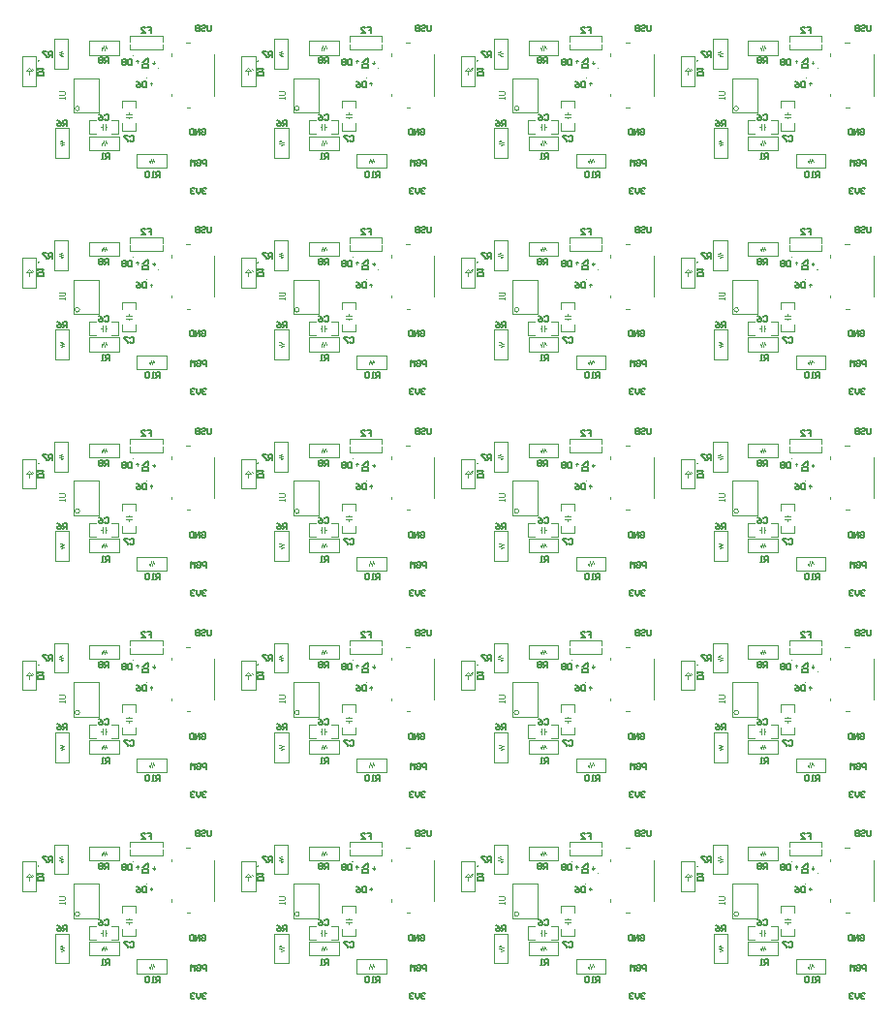
<source format=gbr>
%TF.GenerationSoftware,Altium Limited,Altium Designer,20.1.8 (145)*%
G04 Layer_Color=32896*
%FSLAX45Y45*%
%MOMM*%
%TF.SameCoordinates,0AB19B83-9B04-4470-A1CB-4E81E99A1085*%
%TF.FilePolarity,Positive*%
%TF.FileFunction,Legend,Bot*%
%TF.Part,CustomerPanel*%
G01*
G75*
%TA.AperFunction,NonConductor*%
%ADD33C,0.10160*%
%ADD34C,0.20000*%
%ADD35C,0.10000*%
%ADD36C,0.12700*%
D33*
X1758440Y1539000D02*
G03*
X1758440Y1539000I-20000J0D01*
G01*
X1704640Y1803300D02*
X1924641D01*
X1704640Y1503300D02*
X1924641D01*
Y1803300D01*
X1704640Y1503300D02*
Y1803300D01*
X2560980Y1646000D02*
Y1666000D01*
X2695246Y1549000D02*
X2725980D01*
X2560980Y1997261D02*
Y2017261D01*
X2688719Y2115000D02*
X2725980D01*
X2935980Y1652000D02*
Y2012000D01*
X1254300Y1995860D02*
X1374300D01*
Y1735860D02*
Y1995860D01*
X1254300Y1735860D02*
X1374300D01*
X1254300D02*
Y1995860D01*
X1341280Y1883165D02*
X1351280Y1893165D01*
X1348780Y1873165D02*
X1358780Y1883165D01*
X1288780Y1865665D02*
X1313780D01*
X1288780D02*
X1313780Y1893165D01*
X1338780Y1865665D01*
X1313780D02*
X1338780D01*
X1313780Y1833165D02*
Y1865665D01*
X2099581Y1314127D02*
Y1434126D01*
X1839581Y1314127D02*
Y1434126D01*
X1982081Y1374127D02*
X1994580D01*
X1944581D02*
X1957080D01*
X1982081Y1349127D02*
Y1399126D01*
X1957080Y1349127D02*
Y1399126D01*
X1839581Y1314127D02*
X1899580D01*
X1839581Y1434126D02*
X1899580D01*
X2039581Y1314127D02*
X2099581D01*
X2039581Y1434126D02*
X2099581D01*
X2127639Y1547511D02*
Y1607511D01*
X2247639Y1547511D02*
Y1607511D01*
X2127639Y1347511D02*
Y1407511D01*
X2247639Y1347511D02*
Y1407511D01*
X2162639Y1465011D02*
X2212639D01*
X2162639Y1490011D02*
X2212639D01*
X2187639Y1452511D02*
Y1465011D01*
Y1490011D02*
Y1502511D01*
X2127639Y1347511D02*
X2247639D01*
X2127639Y1607511D02*
X2247639D01*
X1584641Y1254276D02*
X1602141Y1259276D01*
X1584641Y1254276D02*
X1622141Y1244276D01*
X1584641Y1234275D02*
X1622141Y1244276D01*
X1584641Y1234275D02*
X1622141Y1224275D01*
X1597141Y1214276D02*
X1622141Y1224275D01*
X1662140Y1106776D02*
Y1366776D01*
X1542141D02*
X1662140D01*
X1542141Y1106776D02*
Y1366776D01*
Y1106776D02*
X1662140D01*
X1537800Y2147125D02*
X1657800D01*
Y1887125D02*
Y2147125D01*
X1537800Y1887125D02*
X1657800D01*
X1537800D02*
Y2147125D01*
X1577800Y2029625D02*
X1602800Y2039625D01*
X1577800Y2029625D02*
X1615300Y2019625D01*
X1577800Y2009625D02*
X1615300Y2019625D01*
X1577800Y2009625D02*
X1615300Y1999625D01*
X1597800Y1994625D02*
X1615300Y1999625D01*
X1949960Y2067860D02*
X1954960Y2050360D01*
X1964960Y2087860D01*
X1974960Y2050360D01*
X1984960Y2087860D01*
X1994960Y2062860D01*
X1842460Y2127860D02*
X2102460D01*
X1842460Y2007860D02*
Y2127860D01*
Y2007860D02*
X2102460D01*
Y2127860D01*
X2518750Y1021000D02*
Y1141000D01*
X2258750Y1021000D02*
X2518750D01*
X2258750D02*
Y1141000D01*
X2518750D01*
X2401250Y1101000D02*
X2411250Y1076000D01*
X2391250Y1063500D02*
X2401250Y1101000D01*
X2381250D02*
X2391250Y1063500D01*
X2371250D02*
X2381250Y1101000D01*
X2366250Y1081000D02*
X2371250Y1063500D01*
X1949580Y1236776D02*
X1954580Y1219276D01*
X1964580Y1256776D01*
X1974581Y1219276D01*
X1984580Y1256776D01*
X1994580Y1231776D01*
X1842080Y1296775D02*
X2102080D01*
X1842080Y1176776D02*
Y1296775D01*
Y1176776D02*
X2102080D01*
Y1296775D01*
X2382848Y1741920D02*
Y1769860D01*
X2395548Y1757160D01*
X2372688D02*
X2395548D01*
X2372688D02*
X2382848Y1769860D01*
X2408248Y1926760D02*
X2418408Y1939460D01*
X2395548D02*
X2418408D01*
X2395548D02*
X2408248Y1926760D01*
Y1954700D01*
X2261440Y1934380D02*
Y1962320D01*
X2274140Y1949620D01*
X2251280D02*
X2274140D01*
X2251280D02*
X2261440Y1962320D01*
X2481140Y2052860D02*
Y2100360D01*
X2201140Y2052860D02*
X2481140D01*
X2201140D02*
Y2100360D01*
X2481140Y2125360D02*
Y2172860D01*
X2201140D02*
X2481140D01*
X2201140Y2125360D02*
Y2172860D01*
X1581529Y1693805D02*
X1623849D01*
X1632313Y1685341D01*
Y1668413D01*
X1623849Y1659949D01*
X1581529D01*
X1632313Y1643021D02*
Y1626093D01*
Y1634557D01*
X1581529D01*
X1589993Y1643021D01*
X3678440Y1539000D02*
G03*
X3678440Y1539000I-20000J0D01*
G01*
X3624640Y1803300D02*
X3844641D01*
X3624640Y1503300D02*
X3844641D01*
Y1803300D01*
X3624640Y1503300D02*
Y1803300D01*
X4480980Y1646000D02*
Y1666000D01*
X4615246Y1549000D02*
X4645980D01*
X4480980Y1997261D02*
Y2017261D01*
X4608719Y2115000D02*
X4645980D01*
X4855980Y1652000D02*
Y2012000D01*
X3174300Y1995860D02*
X3294300D01*
Y1735860D02*
Y1995860D01*
X3174300Y1735860D02*
X3294300D01*
X3174300D02*
Y1995860D01*
X3261280Y1883165D02*
X3271280Y1893165D01*
X3268780Y1873165D02*
X3278780Y1883165D01*
X3208780Y1865665D02*
X3233780D01*
X3208780D02*
X3233780Y1893165D01*
X3258780Y1865665D01*
X3233780D02*
X3258780D01*
X3233780Y1833165D02*
Y1865665D01*
X4019580Y1314127D02*
Y1434126D01*
X3759580Y1314127D02*
Y1434126D01*
X3902081Y1374127D02*
X3914580D01*
X3864581D02*
X3877080D01*
X3902081Y1349127D02*
Y1399126D01*
X3877080Y1349127D02*
Y1399126D01*
X3759580Y1314127D02*
X3819580D01*
X3759580Y1434126D02*
X3819580D01*
X3959581Y1314127D02*
X4019580D01*
X3959581Y1434126D02*
X4019580D01*
X4047639Y1547511D02*
Y1607511D01*
X4167639Y1547511D02*
Y1607511D01*
X4047639Y1347511D02*
Y1407511D01*
X4167639Y1347511D02*
Y1407511D01*
X4082639Y1465011D02*
X4132639D01*
X4082639Y1490011D02*
X4132639D01*
X4107639Y1452511D02*
Y1465011D01*
Y1490011D02*
Y1502511D01*
X4047639Y1347511D02*
X4167639D01*
X4047639Y1607511D02*
X4167639D01*
X3504641Y1254276D02*
X3522141Y1259276D01*
X3504641Y1254276D02*
X3542141Y1244276D01*
X3504641Y1234275D02*
X3542141Y1244276D01*
X3504641Y1234275D02*
X3542141Y1224275D01*
X3517141Y1214276D02*
X3542141Y1224275D01*
X3582140Y1106776D02*
Y1366776D01*
X3462141D02*
X3582140D01*
X3462141Y1106776D02*
Y1366776D01*
Y1106776D02*
X3582140D01*
X3457800Y2147125D02*
X3577800D01*
Y1887125D02*
Y2147125D01*
X3457800Y1887125D02*
X3577800D01*
X3457800D02*
Y2147125D01*
X3497800Y2029625D02*
X3522800Y2039625D01*
X3497800Y2029625D02*
X3535300Y2019625D01*
X3497800Y2009625D02*
X3535300Y2019625D01*
X3497800Y2009625D02*
X3535300Y1999625D01*
X3517800Y1994625D02*
X3535300Y1999625D01*
X3869960Y2067860D02*
X3874960Y2050360D01*
X3884960Y2087860D01*
X3894960Y2050360D01*
X3904960Y2087860D01*
X3914960Y2062860D01*
X3762460Y2127860D02*
X4022460D01*
X3762460Y2007860D02*
Y2127860D01*
Y2007860D02*
X4022460D01*
Y2127860D01*
X4438750Y1021000D02*
Y1141000D01*
X4178750Y1021000D02*
X4438750D01*
X4178750D02*
Y1141000D01*
X4438750D01*
X4321250Y1101000D02*
X4331250Y1076000D01*
X4311250Y1063500D02*
X4321250Y1101000D01*
X4301250D02*
X4311250Y1063500D01*
X4291250D02*
X4301250Y1101000D01*
X4286250Y1081000D02*
X4291250Y1063500D01*
X3869580Y1236776D02*
X3874580Y1219276D01*
X3884580Y1256776D01*
X3894580Y1219276D01*
X3904580Y1256776D01*
X3914580Y1231776D01*
X3762080Y1296775D02*
X4022080D01*
X3762080Y1176776D02*
Y1296775D01*
Y1176776D02*
X4022080D01*
Y1296775D01*
X4302848Y1741920D02*
Y1769860D01*
X4315548Y1757160D01*
X4292688D02*
X4315548D01*
X4292688D02*
X4302848Y1769860D01*
X4328248Y1926760D02*
X4338408Y1939460D01*
X4315548D02*
X4338408D01*
X4315548D02*
X4328248Y1926760D01*
Y1954700D01*
X4181440Y1934380D02*
Y1962320D01*
X4194140Y1949620D01*
X4171280D02*
X4194140D01*
X4171280D02*
X4181440Y1962320D01*
X4401140Y2052860D02*
Y2100360D01*
X4121140Y2052860D02*
X4401140D01*
X4121140D02*
Y2100360D01*
X4401140Y2125360D02*
Y2172860D01*
X4121140D02*
X4401140D01*
X4121140Y2125360D02*
Y2172860D01*
X3501529Y1693805D02*
X3543849D01*
X3552313Y1685341D01*
Y1668413D01*
X3543849Y1659949D01*
X3501529D01*
X3552313Y1643021D02*
Y1626093D01*
Y1634557D01*
X3501529D01*
X3509993Y1643021D01*
X5598440Y1539000D02*
G03*
X5598440Y1539000I-20000J0D01*
G01*
X5544640Y1803300D02*
X5764640D01*
X5544640Y1503300D02*
X5764640D01*
Y1803300D01*
X5544640Y1503300D02*
Y1803300D01*
X6400980Y1646000D02*
Y1666000D01*
X6535246Y1549000D02*
X6565980D01*
X6400980Y1997261D02*
Y2017261D01*
X6528719Y2115000D02*
X6565980D01*
X6775980Y1652000D02*
Y2012000D01*
X5094300Y1995860D02*
X5214300D01*
Y1735860D02*
Y1995860D01*
X5094300Y1735860D02*
X5214300D01*
X5094300D02*
Y1995860D01*
X5181280Y1883165D02*
X5191280Y1893165D01*
X5188780Y1873165D02*
X5198780Y1883165D01*
X5128780Y1865665D02*
X5153780D01*
X5128780D02*
X5153780Y1893165D01*
X5178780Y1865665D01*
X5153780D02*
X5178780D01*
X5153780Y1833165D02*
Y1865665D01*
X5939580Y1314127D02*
Y1434126D01*
X5679580Y1314127D02*
Y1434126D01*
X5822081Y1374127D02*
X5834580D01*
X5784581D02*
X5797080D01*
X5822081Y1349127D02*
Y1399126D01*
X5797080Y1349127D02*
Y1399126D01*
X5679580Y1314127D02*
X5739580D01*
X5679580Y1434126D02*
X5739580D01*
X5879581Y1314127D02*
X5939580D01*
X5879581Y1434126D02*
X5939580D01*
X5967639Y1547511D02*
Y1607511D01*
X6087639Y1547511D02*
Y1607511D01*
X5967639Y1347511D02*
Y1407511D01*
X6087639Y1347511D02*
Y1407511D01*
X6002639Y1465011D02*
X6052639D01*
X6002639Y1490011D02*
X6052639D01*
X6027639Y1452511D02*
Y1465011D01*
Y1490011D02*
Y1502511D01*
X5967639Y1347511D02*
X6087639D01*
X5967639Y1607511D02*
X6087639D01*
X5424641Y1254276D02*
X5442140Y1259276D01*
X5424641Y1254276D02*
X5462141Y1244276D01*
X5424641Y1234275D02*
X5462141Y1244276D01*
X5424641Y1234275D02*
X5462141Y1224275D01*
X5437141Y1214276D02*
X5462141Y1224275D01*
X5502140Y1106776D02*
Y1366776D01*
X5382141D02*
X5502140D01*
X5382141Y1106776D02*
Y1366776D01*
Y1106776D02*
X5502140D01*
X5377800Y2147125D02*
X5497800D01*
Y1887125D02*
Y2147125D01*
X5377800Y1887125D02*
X5497800D01*
X5377800D02*
Y2147125D01*
X5417800Y2029625D02*
X5442800Y2039625D01*
X5417800Y2029625D02*
X5455300Y2019625D01*
X5417800Y2009625D02*
X5455300Y2019625D01*
X5417800Y2009625D02*
X5455300Y1999625D01*
X5437800Y1994625D02*
X5455300Y1999625D01*
X5789960Y2067860D02*
X5794960Y2050360D01*
X5804960Y2087860D01*
X5814960Y2050360D01*
X5824960Y2087860D01*
X5834960Y2062860D01*
X5682460Y2127860D02*
X5942460D01*
X5682460Y2007860D02*
Y2127860D01*
Y2007860D02*
X5942460D01*
Y2127860D01*
X6358750Y1021000D02*
Y1141000D01*
X6098750Y1021000D02*
X6358750D01*
X6098750D02*
Y1141000D01*
X6358750D01*
X6241250Y1101000D02*
X6251250Y1076000D01*
X6231250Y1063500D02*
X6241250Y1101000D01*
X6221250D02*
X6231250Y1063500D01*
X6211250D02*
X6221250Y1101000D01*
X6206250Y1081000D02*
X6211250Y1063500D01*
X5789580Y1236776D02*
X5794580Y1219276D01*
X5804580Y1256776D01*
X5814580Y1219276D01*
X5824580Y1256776D01*
X5834580Y1231776D01*
X5682080Y1296775D02*
X5942080D01*
X5682080Y1176776D02*
Y1296775D01*
Y1176776D02*
X5942080D01*
Y1296775D01*
X6222848Y1741920D02*
Y1769860D01*
X6235548Y1757160D01*
X6212688D02*
X6235548D01*
X6212688D02*
X6222848Y1769860D01*
X6248248Y1926760D02*
X6258408Y1939460D01*
X6235548D02*
X6258408D01*
X6235548D02*
X6248248Y1926760D01*
Y1954700D01*
X6101440Y1934380D02*
Y1962320D01*
X6114140Y1949620D01*
X6091280D02*
X6114140D01*
X6091280D02*
X6101440Y1962320D01*
X6321140Y2052860D02*
Y2100360D01*
X6041140Y2052860D02*
X6321140D01*
X6041140D02*
Y2100360D01*
X6321140Y2125360D02*
Y2172860D01*
X6041140D02*
X6321140D01*
X6041140Y2125360D02*
Y2172860D01*
X5421529Y1693805D02*
X5463849D01*
X5472313Y1685341D01*
Y1668413D01*
X5463849Y1659949D01*
X5421529D01*
X5472313Y1643021D02*
Y1626093D01*
Y1634557D01*
X5421529D01*
X5429993Y1643021D01*
X7518440Y1539000D02*
G03*
X7518440Y1539000I-20000J0D01*
G01*
X7464640Y1803300D02*
X7684640D01*
X7464640Y1503300D02*
X7684640D01*
Y1803300D01*
X7464640Y1503300D02*
Y1803300D01*
X8320980Y1646000D02*
Y1666000D01*
X8455245Y1549000D02*
X8485980D01*
X8320980Y1997261D02*
Y2017261D01*
X8448719Y2115000D02*
X8485980D01*
X8695980Y1652000D02*
Y2012000D01*
X7014300Y1995860D02*
X7134300D01*
Y1735860D02*
Y1995860D01*
X7014300Y1735860D02*
X7134300D01*
X7014300D02*
Y1995860D01*
X7101280Y1883165D02*
X7111280Y1893165D01*
X7108780Y1873165D02*
X7118780Y1883165D01*
X7048780Y1865665D02*
X7073780D01*
X7048780D02*
X7073780Y1893165D01*
X7098780Y1865665D01*
X7073780D02*
X7098780D01*
X7073780Y1833165D02*
Y1865665D01*
X7859580Y1314127D02*
Y1434126D01*
X7599580Y1314127D02*
Y1434126D01*
X7742081Y1374127D02*
X7754580D01*
X7704580D02*
X7717080D01*
X7742081Y1349127D02*
Y1399126D01*
X7717080Y1349127D02*
Y1399126D01*
X7599580Y1314127D02*
X7659580D01*
X7599580Y1434126D02*
X7659580D01*
X7799581Y1314127D02*
X7859580D01*
X7799581Y1434126D02*
X7859580D01*
X7887639Y1547511D02*
Y1607511D01*
X8007639Y1547511D02*
Y1607511D01*
X7887639Y1347511D02*
Y1407511D01*
X8007639Y1347511D02*
Y1407511D01*
X7922639Y1465011D02*
X7972639D01*
X7922639Y1490011D02*
X7972639D01*
X7947639Y1452511D02*
Y1465011D01*
Y1490011D02*
Y1502511D01*
X7887639Y1347511D02*
X8007639D01*
X7887639Y1607511D02*
X8007639D01*
X7344641Y1254276D02*
X7362140Y1259276D01*
X7344641Y1254276D02*
X7382141Y1244276D01*
X7344641Y1234275D02*
X7382141Y1244276D01*
X7344641Y1234275D02*
X7382141Y1224275D01*
X7357140Y1214276D02*
X7382141Y1224275D01*
X7422140Y1106776D02*
Y1366776D01*
X7302141D02*
X7422140D01*
X7302141Y1106776D02*
Y1366776D01*
Y1106776D02*
X7422140D01*
X7297800Y2147125D02*
X7417800D01*
Y1887125D02*
Y2147125D01*
X7297800Y1887125D02*
X7417800D01*
X7297800D02*
Y2147125D01*
X7337800Y2029625D02*
X7362800Y2039625D01*
X7337800Y2029625D02*
X7375300Y2019625D01*
X7337800Y2009625D02*
X7375300Y2019625D01*
X7337800Y2009625D02*
X7375300Y1999625D01*
X7357800Y1994625D02*
X7375300Y1999625D01*
X7709960Y2067860D02*
X7714960Y2050360D01*
X7724960Y2087860D01*
X7734960Y2050360D01*
X7744960Y2087860D01*
X7754960Y2062860D01*
X7602460Y2127860D02*
X7862460D01*
X7602460Y2007860D02*
Y2127860D01*
Y2007860D02*
X7862460D01*
Y2127860D01*
X8278750Y1021000D02*
Y1141000D01*
X8018750Y1021000D02*
X8278750D01*
X8018750D02*
Y1141000D01*
X8278750D01*
X8161250Y1101000D02*
X8171250Y1076000D01*
X8151250Y1063500D02*
X8161250Y1101000D01*
X8141250D02*
X8151250Y1063500D01*
X8131250D02*
X8141250Y1101000D01*
X8126250Y1081000D02*
X8131250Y1063500D01*
X7709580Y1236776D02*
X7714580Y1219276D01*
X7724580Y1256776D01*
X7734580Y1219276D01*
X7744580Y1256776D01*
X7754580Y1231776D01*
X7602080Y1296775D02*
X7862080D01*
X7602080Y1176776D02*
Y1296775D01*
Y1176776D02*
X7862080D01*
Y1296775D01*
X8142848Y1741920D02*
Y1769860D01*
X8155548Y1757160D01*
X8132688D02*
X8155548D01*
X8132688D02*
X8142848Y1769860D01*
X8168248Y1926760D02*
X8178408Y1939460D01*
X8155548D02*
X8178408D01*
X8155548D02*
X8168248Y1926760D01*
Y1954700D01*
X8021440Y1934380D02*
Y1962320D01*
X8034140Y1949620D01*
X8011280D02*
X8034140D01*
X8011280D02*
X8021440Y1962320D01*
X8241140Y2052860D02*
Y2100360D01*
X7961140Y2052860D02*
X8241140D01*
X7961140D02*
Y2100360D01*
X8241140Y2125360D02*
Y2172860D01*
X7961140D02*
X8241140D01*
X7961140Y2125360D02*
Y2172860D01*
X7341529Y1693805D02*
X7383849D01*
X7392313Y1685341D01*
Y1668413D01*
X7383849Y1659949D01*
X7341529D01*
X7392313Y1643021D02*
Y1626093D01*
Y1634557D01*
X7341529D01*
X7349993Y1643021D01*
X1758440Y3299000D02*
G03*
X1758440Y3299000I-20000J0D01*
G01*
X1704640Y3563300D02*
X1924641D01*
X1704640Y3263300D02*
X1924641D01*
Y3563300D01*
X1704640Y3263300D02*
Y3563300D01*
X2560980Y3406000D02*
Y3426000D01*
X2695246Y3309000D02*
X2725980D01*
X2560980Y3757261D02*
Y3777261D01*
X2688719Y3875000D02*
X2725980D01*
X2935980Y3412000D02*
Y3772000D01*
X1254300Y3755860D02*
X1374300D01*
Y3495860D02*
Y3755860D01*
X1254300Y3495860D02*
X1374300D01*
X1254300D02*
Y3755860D01*
X1341280Y3643165D02*
X1351280Y3653165D01*
X1348780Y3633165D02*
X1358780Y3643165D01*
X1288780Y3625665D02*
X1313780D01*
X1288780D02*
X1313780Y3653165D01*
X1338780Y3625665D01*
X1313780D02*
X1338780D01*
X1313780Y3593165D02*
Y3625665D01*
X2099581Y3074127D02*
Y3194126D01*
X1839581Y3074127D02*
Y3194126D01*
X1982081Y3134127D02*
X1994580D01*
X1944581D02*
X1957080D01*
X1982081Y3109127D02*
Y3159127D01*
X1957080Y3109127D02*
Y3159127D01*
X1839581Y3074127D02*
X1899580D01*
X1839581Y3194126D02*
X1899580D01*
X2039581Y3074127D02*
X2099581D01*
X2039581Y3194126D02*
X2099581D01*
X2127639Y3307511D02*
Y3367511D01*
X2247639Y3307511D02*
Y3367511D01*
X2127639Y3107511D02*
Y3167511D01*
X2247639Y3107511D02*
Y3167511D01*
X2162639Y3225011D02*
X2212639D01*
X2162639Y3250011D02*
X2212639D01*
X2187639Y3212511D02*
Y3225011D01*
Y3250011D02*
Y3262511D01*
X2127639Y3107511D02*
X2247639D01*
X2127639Y3367511D02*
X2247639D01*
X1584641Y3014276D02*
X1602141Y3019276D01*
X1584641Y3014276D02*
X1622141Y3004276D01*
X1584641Y2994275D02*
X1622141Y3004276D01*
X1584641Y2994275D02*
X1622141Y2984275D01*
X1597141Y2974276D02*
X1622141Y2984275D01*
X1662140Y2866776D02*
Y3126776D01*
X1542141D02*
X1662140D01*
X1542141Y2866776D02*
Y3126776D01*
Y2866776D02*
X1662140D01*
X1537800Y3907125D02*
X1657800D01*
Y3647125D02*
Y3907125D01*
X1537800Y3647125D02*
X1657800D01*
X1537800D02*
Y3907125D01*
X1577800Y3789625D02*
X1602800Y3799625D01*
X1577800Y3789625D02*
X1615300Y3779625D01*
X1577800Y3769625D02*
X1615300Y3779625D01*
X1577800Y3769625D02*
X1615300Y3759625D01*
X1597800Y3754625D02*
X1615300Y3759625D01*
X1949960Y3827860D02*
X1954960Y3810360D01*
X1964960Y3847860D01*
X1974960Y3810360D01*
X1984960Y3847860D01*
X1994960Y3822860D01*
X1842460Y3887860D02*
X2102460D01*
X1842460Y3767860D02*
Y3887860D01*
Y3767860D02*
X2102460D01*
Y3887860D01*
X2518750Y2781000D02*
Y2901000D01*
X2258750Y2781000D02*
X2518750D01*
X2258750D02*
Y2901000D01*
X2518750D01*
X2401250Y2861000D02*
X2411250Y2836000D01*
X2391250Y2823500D02*
X2401250Y2861000D01*
X2381250D02*
X2391250Y2823500D01*
X2371250D02*
X2381250Y2861000D01*
X2366250Y2841000D02*
X2371250Y2823500D01*
X1949580Y2996776D02*
X1954580Y2979276D01*
X1964580Y3016776D01*
X1974581Y2979276D01*
X1984580Y3016776D01*
X1994580Y2991776D01*
X1842080Y3056775D02*
X2102080D01*
X1842080Y2936776D02*
Y3056775D01*
Y2936776D02*
X2102080D01*
Y3056775D01*
X2382848Y3501920D02*
Y3529860D01*
X2395548Y3517160D01*
X2372688D02*
X2395548D01*
X2372688D02*
X2382848Y3529860D01*
X2408248Y3686760D02*
X2418408Y3699460D01*
X2395548D02*
X2418408D01*
X2395548D02*
X2408248Y3686760D01*
Y3714700D01*
X2261440Y3694380D02*
Y3722320D01*
X2274140Y3709620D01*
X2251280D02*
X2274140D01*
X2251280D02*
X2261440Y3722320D01*
X2481140Y3812860D02*
Y3860360D01*
X2201140Y3812860D02*
X2481140D01*
X2201140D02*
Y3860360D01*
X2481140Y3885360D02*
Y3932860D01*
X2201140D02*
X2481140D01*
X2201140Y3885360D02*
Y3932860D01*
X1581529Y3453805D02*
X1623849D01*
X1632313Y3445341D01*
Y3428413D01*
X1623849Y3419949D01*
X1581529D01*
X1632313Y3403021D02*
Y3386093D01*
Y3394557D01*
X1581529D01*
X1589993Y3403021D01*
X3678440Y3299000D02*
G03*
X3678440Y3299000I-20000J0D01*
G01*
X3624640Y3563300D02*
X3844641D01*
X3624640Y3263300D02*
X3844641D01*
Y3563300D01*
X3624640Y3263300D02*
Y3563300D01*
X4480980Y3406000D02*
Y3426000D01*
X4615246Y3309000D02*
X4645980D01*
X4480980Y3757261D02*
Y3777261D01*
X4608719Y3875000D02*
X4645980D01*
X4855980Y3412000D02*
Y3772000D01*
X3174300Y3755860D02*
X3294300D01*
Y3495860D02*
Y3755860D01*
X3174300Y3495860D02*
X3294300D01*
X3174300D02*
Y3755860D01*
X3261280Y3643165D02*
X3271280Y3653165D01*
X3268780Y3633165D02*
X3278780Y3643165D01*
X3208780Y3625665D02*
X3233780D01*
X3208780D02*
X3233780Y3653165D01*
X3258780Y3625665D01*
X3233780D02*
X3258780D01*
X3233780Y3593165D02*
Y3625665D01*
X4019580Y3074127D02*
Y3194126D01*
X3759580Y3074127D02*
Y3194126D01*
X3902081Y3134127D02*
X3914580D01*
X3864581D02*
X3877080D01*
X3902081Y3109127D02*
Y3159127D01*
X3877080Y3109127D02*
Y3159127D01*
X3759580Y3074127D02*
X3819580D01*
X3759580Y3194126D02*
X3819580D01*
X3959581Y3074127D02*
X4019580D01*
X3959581Y3194126D02*
X4019580D01*
X4047639Y3307511D02*
Y3367511D01*
X4167639Y3307511D02*
Y3367511D01*
X4047639Y3107511D02*
Y3167511D01*
X4167639Y3107511D02*
Y3167511D01*
X4082639Y3225011D02*
X4132639D01*
X4082639Y3250011D02*
X4132639D01*
X4107639Y3212511D02*
Y3225011D01*
Y3250011D02*
Y3262511D01*
X4047639Y3107511D02*
X4167639D01*
X4047639Y3367511D02*
X4167639D01*
X3504641Y3014276D02*
X3522141Y3019276D01*
X3504641Y3014276D02*
X3542141Y3004276D01*
X3504641Y2994275D02*
X3542141Y3004276D01*
X3504641Y2994275D02*
X3542141Y2984275D01*
X3517141Y2974276D02*
X3542141Y2984275D01*
X3582140Y2866776D02*
Y3126776D01*
X3462141D02*
X3582140D01*
X3462141Y2866776D02*
Y3126776D01*
Y2866776D02*
X3582140D01*
X3457800Y3907125D02*
X3577800D01*
Y3647125D02*
Y3907125D01*
X3457800Y3647125D02*
X3577800D01*
X3457800D02*
Y3907125D01*
X3497800Y3789625D02*
X3522800Y3799625D01*
X3497800Y3789625D02*
X3535300Y3779625D01*
X3497800Y3769625D02*
X3535300Y3779625D01*
X3497800Y3769625D02*
X3535300Y3759625D01*
X3517800Y3754625D02*
X3535300Y3759625D01*
X3869960Y3827860D02*
X3874960Y3810360D01*
X3884960Y3847860D01*
X3894960Y3810360D01*
X3904960Y3847860D01*
X3914960Y3822860D01*
X3762460Y3887860D02*
X4022460D01*
X3762460Y3767860D02*
Y3887860D01*
Y3767860D02*
X4022460D01*
Y3887860D01*
X4438750Y2781000D02*
Y2901000D01*
X4178750Y2781000D02*
X4438750D01*
X4178750D02*
Y2901000D01*
X4438750D01*
X4321250Y2861000D02*
X4331250Y2836000D01*
X4311250Y2823500D02*
X4321250Y2861000D01*
X4301250D02*
X4311250Y2823500D01*
X4291250D02*
X4301250Y2861000D01*
X4286250Y2841000D02*
X4291250Y2823500D01*
X3869580Y2996776D02*
X3874580Y2979276D01*
X3884580Y3016776D01*
X3894580Y2979276D01*
X3904580Y3016776D01*
X3914580Y2991776D01*
X3762080Y3056775D02*
X4022080D01*
X3762080Y2936776D02*
Y3056775D01*
Y2936776D02*
X4022080D01*
Y3056775D01*
X4302848Y3501920D02*
Y3529860D01*
X4315548Y3517160D01*
X4292688D02*
X4315548D01*
X4292688D02*
X4302848Y3529860D01*
X4328248Y3686760D02*
X4338408Y3699460D01*
X4315548D02*
X4338408D01*
X4315548D02*
X4328248Y3686760D01*
Y3714700D01*
X4181440Y3694380D02*
Y3722320D01*
X4194140Y3709620D01*
X4171280D02*
X4194140D01*
X4171280D02*
X4181440Y3722320D01*
X4401140Y3812860D02*
Y3860360D01*
X4121140Y3812860D02*
X4401140D01*
X4121140D02*
Y3860360D01*
X4401140Y3885360D02*
Y3932860D01*
X4121140D02*
X4401140D01*
X4121140Y3885360D02*
Y3932860D01*
X3501529Y3453805D02*
X3543849D01*
X3552313Y3445341D01*
Y3428413D01*
X3543849Y3419949D01*
X3501529D01*
X3552313Y3403021D02*
Y3386093D01*
Y3394557D01*
X3501529D01*
X3509993Y3403021D01*
X5598440Y3299000D02*
G03*
X5598440Y3299000I-20000J0D01*
G01*
X5544640Y3563300D02*
X5764640D01*
X5544640Y3263300D02*
X5764640D01*
Y3563300D01*
X5544640Y3263300D02*
Y3563300D01*
X6400980Y3406000D02*
Y3426000D01*
X6535246Y3309000D02*
X6565980D01*
X6400980Y3757261D02*
Y3777261D01*
X6528719Y3875000D02*
X6565980D01*
X6775980Y3412000D02*
Y3772000D01*
X5094300Y3755860D02*
X5214300D01*
Y3495860D02*
Y3755860D01*
X5094300Y3495860D02*
X5214300D01*
X5094300D02*
Y3755860D01*
X5181280Y3643165D02*
X5191280Y3653165D01*
X5188780Y3633165D02*
X5198780Y3643165D01*
X5128780Y3625665D02*
X5153780D01*
X5128780D02*
X5153780Y3653165D01*
X5178780Y3625665D01*
X5153780D02*
X5178780D01*
X5153780Y3593165D02*
Y3625665D01*
X5939580Y3074127D02*
Y3194126D01*
X5679580Y3074127D02*
Y3194126D01*
X5822081Y3134127D02*
X5834580D01*
X5784581D02*
X5797080D01*
X5822081Y3109127D02*
Y3159127D01*
X5797080Y3109127D02*
Y3159127D01*
X5679580Y3074127D02*
X5739580D01*
X5679580Y3194126D02*
X5739580D01*
X5879581Y3074127D02*
X5939580D01*
X5879581Y3194126D02*
X5939580D01*
X5967639Y3307511D02*
Y3367511D01*
X6087639Y3307511D02*
Y3367511D01*
X5967639Y3107511D02*
Y3167511D01*
X6087639Y3107511D02*
Y3167511D01*
X6002639Y3225011D02*
X6052639D01*
X6002639Y3250011D02*
X6052639D01*
X6027639Y3212511D02*
Y3225011D01*
Y3250011D02*
Y3262511D01*
X5967639Y3107511D02*
X6087639D01*
X5967639Y3367511D02*
X6087639D01*
X5424641Y3014276D02*
X5442140Y3019276D01*
X5424641Y3014276D02*
X5462141Y3004276D01*
X5424641Y2994275D02*
X5462141Y3004276D01*
X5424641Y2994275D02*
X5462141Y2984275D01*
X5437141Y2974276D02*
X5462141Y2984275D01*
X5502140Y2866776D02*
Y3126776D01*
X5382141D02*
X5502140D01*
X5382141Y2866776D02*
Y3126776D01*
Y2866776D02*
X5502140D01*
X5377800Y3907125D02*
X5497800D01*
Y3647125D02*
Y3907125D01*
X5377800Y3647125D02*
X5497800D01*
X5377800D02*
Y3907125D01*
X5417800Y3789625D02*
X5442800Y3799625D01*
X5417800Y3789625D02*
X5455300Y3779625D01*
X5417800Y3769625D02*
X5455300Y3779625D01*
X5417800Y3769625D02*
X5455300Y3759625D01*
X5437800Y3754625D02*
X5455300Y3759625D01*
X5789960Y3827860D02*
X5794960Y3810360D01*
X5804960Y3847860D01*
X5814960Y3810360D01*
X5824960Y3847860D01*
X5834960Y3822860D01*
X5682460Y3887860D02*
X5942460D01*
X5682460Y3767860D02*
Y3887860D01*
Y3767860D02*
X5942460D01*
Y3887860D01*
X6358750Y2781000D02*
Y2901000D01*
X6098750Y2781000D02*
X6358750D01*
X6098750D02*
Y2901000D01*
X6358750D01*
X6241250Y2861000D02*
X6251250Y2836000D01*
X6231250Y2823500D02*
X6241250Y2861000D01*
X6221250D02*
X6231250Y2823500D01*
X6211250D02*
X6221250Y2861000D01*
X6206250Y2841000D02*
X6211250Y2823500D01*
X5789580Y2996776D02*
X5794580Y2979276D01*
X5804580Y3016776D01*
X5814580Y2979276D01*
X5824580Y3016776D01*
X5834580Y2991776D01*
X5682080Y3056775D02*
X5942080D01*
X5682080Y2936776D02*
Y3056775D01*
Y2936776D02*
X5942080D01*
Y3056775D01*
X6222848Y3501920D02*
Y3529860D01*
X6235548Y3517160D01*
X6212688D02*
X6235548D01*
X6212688D02*
X6222848Y3529860D01*
X6248248Y3686760D02*
X6258408Y3699460D01*
X6235548D02*
X6258408D01*
X6235548D02*
X6248248Y3686760D01*
Y3714700D01*
X6101440Y3694380D02*
Y3722320D01*
X6114140Y3709620D01*
X6091280D02*
X6114140D01*
X6091280D02*
X6101440Y3722320D01*
X6321140Y3812860D02*
Y3860360D01*
X6041140Y3812860D02*
X6321140D01*
X6041140D02*
Y3860360D01*
X6321140Y3885360D02*
Y3932860D01*
X6041140D02*
X6321140D01*
X6041140Y3885360D02*
Y3932860D01*
X5421529Y3453805D02*
X5463849D01*
X5472313Y3445341D01*
Y3428413D01*
X5463849Y3419949D01*
X5421529D01*
X5472313Y3403021D02*
Y3386093D01*
Y3394557D01*
X5421529D01*
X5429993Y3403021D01*
X7518440Y3299000D02*
G03*
X7518440Y3299000I-20000J0D01*
G01*
X7464640Y3563300D02*
X7684640D01*
X7464640Y3263300D02*
X7684640D01*
Y3563300D01*
X7464640Y3263300D02*
Y3563300D01*
X8320980Y3406000D02*
Y3426000D01*
X8455245Y3309000D02*
X8485980D01*
X8320980Y3757261D02*
Y3777261D01*
X8448719Y3875000D02*
X8485980D01*
X8695980Y3412000D02*
Y3772000D01*
X7014300Y3755860D02*
X7134300D01*
Y3495860D02*
Y3755860D01*
X7014300Y3495860D02*
X7134300D01*
X7014300D02*
Y3755860D01*
X7101280Y3643165D02*
X7111280Y3653165D01*
X7108780Y3633165D02*
X7118780Y3643165D01*
X7048780Y3625665D02*
X7073780D01*
X7048780D02*
X7073780Y3653165D01*
X7098780Y3625665D01*
X7073780D02*
X7098780D01*
X7073780Y3593165D02*
Y3625665D01*
X7859580Y3074127D02*
Y3194126D01*
X7599580Y3074127D02*
Y3194126D01*
X7742081Y3134127D02*
X7754580D01*
X7704580D02*
X7717080D01*
X7742081Y3109127D02*
Y3159127D01*
X7717080Y3109127D02*
Y3159127D01*
X7599580Y3074127D02*
X7659580D01*
X7599580Y3194126D02*
X7659580D01*
X7799581Y3074127D02*
X7859580D01*
X7799581Y3194126D02*
X7859580D01*
X7887639Y3307511D02*
Y3367511D01*
X8007639Y3307511D02*
Y3367511D01*
X7887639Y3107511D02*
Y3167511D01*
X8007639Y3107511D02*
Y3167511D01*
X7922639Y3225011D02*
X7972639D01*
X7922639Y3250011D02*
X7972639D01*
X7947639Y3212511D02*
Y3225011D01*
Y3250011D02*
Y3262511D01*
X7887639Y3107511D02*
X8007639D01*
X7887639Y3367511D02*
X8007639D01*
X7344641Y3014276D02*
X7362140Y3019276D01*
X7344641Y3014276D02*
X7382141Y3004276D01*
X7344641Y2994275D02*
X7382141Y3004276D01*
X7344641Y2994275D02*
X7382141Y2984275D01*
X7357140Y2974276D02*
X7382141Y2984275D01*
X7422140Y2866776D02*
Y3126776D01*
X7302141D02*
X7422140D01*
X7302141Y2866776D02*
Y3126776D01*
Y2866776D02*
X7422140D01*
X7297800Y3907125D02*
X7417800D01*
Y3647125D02*
Y3907125D01*
X7297800Y3647125D02*
X7417800D01*
X7297800D02*
Y3907125D01*
X7337800Y3789625D02*
X7362800Y3799625D01*
X7337800Y3789625D02*
X7375300Y3779625D01*
X7337800Y3769625D02*
X7375300Y3779625D01*
X7337800Y3769625D02*
X7375300Y3759625D01*
X7357800Y3754625D02*
X7375300Y3759625D01*
X7709960Y3827860D02*
X7714960Y3810360D01*
X7724960Y3847860D01*
X7734960Y3810360D01*
X7744960Y3847860D01*
X7754960Y3822860D01*
X7602460Y3887860D02*
X7862460D01*
X7602460Y3767860D02*
Y3887860D01*
Y3767860D02*
X7862460D01*
Y3887860D01*
X8278750Y2781000D02*
Y2901000D01*
X8018750Y2781000D02*
X8278750D01*
X8018750D02*
Y2901000D01*
X8278750D01*
X8161250Y2861000D02*
X8171250Y2836000D01*
X8151250Y2823500D02*
X8161250Y2861000D01*
X8141250D02*
X8151250Y2823500D01*
X8131250D02*
X8141250Y2861000D01*
X8126250Y2841000D02*
X8131250Y2823500D01*
X7709580Y2996776D02*
X7714580Y2979276D01*
X7724580Y3016776D01*
X7734580Y2979276D01*
X7744580Y3016776D01*
X7754580Y2991776D01*
X7602080Y3056775D02*
X7862080D01*
X7602080Y2936776D02*
Y3056775D01*
Y2936776D02*
X7862080D01*
Y3056775D01*
X8142848Y3501920D02*
Y3529860D01*
X8155548Y3517160D01*
X8132688D02*
X8155548D01*
X8132688D02*
X8142848Y3529860D01*
X8168248Y3686760D02*
X8178408Y3699460D01*
X8155548D02*
X8178408D01*
X8155548D02*
X8168248Y3686760D01*
Y3714700D01*
X8021440Y3694380D02*
Y3722320D01*
X8034140Y3709620D01*
X8011280D02*
X8034140D01*
X8011280D02*
X8021440Y3722320D01*
X8241140Y3812860D02*
Y3860360D01*
X7961140Y3812860D02*
X8241140D01*
X7961140D02*
Y3860360D01*
X8241140Y3885360D02*
Y3932860D01*
X7961140D02*
X8241140D01*
X7961140Y3885360D02*
Y3932860D01*
X7341529Y3453805D02*
X7383849D01*
X7392313Y3445341D01*
Y3428413D01*
X7383849Y3419949D01*
X7341529D01*
X7392313Y3403021D02*
Y3386093D01*
Y3394557D01*
X7341529D01*
X7349993Y3403021D01*
X1758440Y5059000D02*
G03*
X1758440Y5059000I-20000J0D01*
G01*
X1704640Y5323300D02*
X1924641D01*
X1704640Y5023300D02*
X1924641D01*
Y5323300D01*
X1704640Y5023300D02*
Y5323300D01*
X2560980Y5166000D02*
Y5186000D01*
X2695246Y5069000D02*
X2725980D01*
X2560980Y5517261D02*
Y5537261D01*
X2688719Y5635000D02*
X2725980D01*
X2935980Y5172000D02*
Y5532000D01*
X1254300Y5515860D02*
X1374300D01*
Y5255860D02*
Y5515860D01*
X1254300Y5255860D02*
X1374300D01*
X1254300D02*
Y5515860D01*
X1341280Y5403165D02*
X1351280Y5413165D01*
X1348780Y5393165D02*
X1358780Y5403165D01*
X1288780Y5385665D02*
X1313780D01*
X1288780D02*
X1313780Y5413165D01*
X1338780Y5385665D01*
X1313780D02*
X1338780D01*
X1313780Y5353165D02*
Y5385665D01*
X2099581Y4834127D02*
Y4954126D01*
X1839581Y4834127D02*
Y4954126D01*
X1982081Y4894127D02*
X1994580D01*
X1944581D02*
X1957080D01*
X1982081Y4869127D02*
Y4919127D01*
X1957080Y4869127D02*
Y4919127D01*
X1839581Y4834127D02*
X1899580D01*
X1839581Y4954126D02*
X1899580D01*
X2039581Y4834127D02*
X2099581D01*
X2039581Y4954126D02*
X2099581D01*
X2127639Y5067511D02*
Y5127511D01*
X2247639Y5067511D02*
Y5127511D01*
X2127639Y4867511D02*
Y4927511D01*
X2247639Y4867511D02*
Y4927511D01*
X2162639Y4985011D02*
X2212639D01*
X2162639Y5010011D02*
X2212639D01*
X2187639Y4972511D02*
Y4985011D01*
Y5010011D02*
Y5022511D01*
X2127639Y4867511D02*
X2247639D01*
X2127639Y5127511D02*
X2247639D01*
X1584641Y4774276D02*
X1602141Y4779276D01*
X1584641Y4774276D02*
X1622141Y4764276D01*
X1584641Y4754275D02*
X1622141Y4764276D01*
X1584641Y4754275D02*
X1622141Y4744275D01*
X1597141Y4734276D02*
X1622141Y4744275D01*
X1662140Y4626776D02*
Y4886776D01*
X1542141D02*
X1662140D01*
X1542141Y4626776D02*
Y4886776D01*
Y4626776D02*
X1662140D01*
X1537800Y5667125D02*
X1657800D01*
Y5407125D02*
Y5667125D01*
X1537800Y5407125D02*
X1657800D01*
X1537800D02*
Y5667125D01*
X1577800Y5549625D02*
X1602800Y5559625D01*
X1577800Y5549625D02*
X1615300Y5539625D01*
X1577800Y5529625D02*
X1615300Y5539625D01*
X1577800Y5529625D02*
X1615300Y5519625D01*
X1597800Y5514625D02*
X1615300Y5519625D01*
X1949960Y5587860D02*
X1954960Y5570360D01*
X1964960Y5607860D01*
X1974960Y5570360D01*
X1984960Y5607860D01*
X1994960Y5582860D01*
X1842460Y5647860D02*
X2102460D01*
X1842460Y5527860D02*
Y5647860D01*
Y5527860D02*
X2102460D01*
Y5647860D01*
X2518750Y4541000D02*
Y4661000D01*
X2258750Y4541000D02*
X2518750D01*
X2258750D02*
Y4661000D01*
X2518750D01*
X2401250Y4621000D02*
X2411250Y4596000D01*
X2391250Y4583500D02*
X2401250Y4621000D01*
X2381250D02*
X2391250Y4583500D01*
X2371250D02*
X2381250Y4621000D01*
X2366250Y4601000D02*
X2371250Y4583500D01*
X1949580Y4756776D02*
X1954580Y4739276D01*
X1964580Y4776776D01*
X1974581Y4739276D01*
X1984580Y4776776D01*
X1994580Y4751776D01*
X1842080Y4816775D02*
X2102080D01*
X1842080Y4696776D02*
Y4816775D01*
Y4696776D02*
X2102080D01*
Y4816775D01*
X2382848Y5261920D02*
Y5289860D01*
X2395548Y5277160D01*
X2372688D02*
X2395548D01*
X2372688D02*
X2382848Y5289860D01*
X2408248Y5446760D02*
X2418408Y5459460D01*
X2395548D02*
X2418408D01*
X2395548D02*
X2408248Y5446760D01*
Y5474700D01*
X2261440Y5454380D02*
Y5482320D01*
X2274140Y5469620D01*
X2251280D02*
X2274140D01*
X2251280D02*
X2261440Y5482320D01*
X2481140Y5572860D02*
Y5620360D01*
X2201140Y5572860D02*
X2481140D01*
X2201140D02*
Y5620360D01*
X2481140Y5645360D02*
Y5692860D01*
X2201140D02*
X2481140D01*
X2201140Y5645360D02*
Y5692860D01*
X1581529Y5213805D02*
X1623849D01*
X1632313Y5205341D01*
Y5188413D01*
X1623849Y5179949D01*
X1581529D01*
X1632313Y5163021D02*
Y5146093D01*
Y5154557D01*
X1581529D01*
X1589993Y5163021D01*
X3678440Y5059000D02*
G03*
X3678440Y5059000I-20000J0D01*
G01*
X3624640Y5323300D02*
X3844641D01*
X3624640Y5023300D02*
X3844641D01*
Y5323300D01*
X3624640Y5023300D02*
Y5323300D01*
X4480980Y5166000D02*
Y5186000D01*
X4615246Y5069000D02*
X4645980D01*
X4480980Y5517261D02*
Y5537261D01*
X4608719Y5635000D02*
X4645980D01*
X4855980Y5172000D02*
Y5532000D01*
X3174300Y5515860D02*
X3294300D01*
Y5255860D02*
Y5515860D01*
X3174300Y5255860D02*
X3294300D01*
X3174300D02*
Y5515860D01*
X3261280Y5403165D02*
X3271280Y5413165D01*
X3268780Y5393165D02*
X3278780Y5403165D01*
X3208780Y5385665D02*
X3233780D01*
X3208780D02*
X3233780Y5413165D01*
X3258780Y5385665D01*
X3233780D02*
X3258780D01*
X3233780Y5353165D02*
Y5385665D01*
X4019580Y4834127D02*
Y4954126D01*
X3759580Y4834127D02*
Y4954126D01*
X3902081Y4894127D02*
X3914580D01*
X3864581D02*
X3877080D01*
X3902081Y4869127D02*
Y4919127D01*
X3877080Y4869127D02*
Y4919127D01*
X3759580Y4834127D02*
X3819580D01*
X3759580Y4954126D02*
X3819580D01*
X3959581Y4834127D02*
X4019580D01*
X3959581Y4954126D02*
X4019580D01*
X4047639Y5067511D02*
Y5127511D01*
X4167639Y5067511D02*
Y5127511D01*
X4047639Y4867511D02*
Y4927511D01*
X4167639Y4867511D02*
Y4927511D01*
X4082639Y4985011D02*
X4132639D01*
X4082639Y5010011D02*
X4132639D01*
X4107639Y4972511D02*
Y4985011D01*
Y5010011D02*
Y5022511D01*
X4047639Y4867511D02*
X4167639D01*
X4047639Y5127511D02*
X4167639D01*
X3504641Y4774276D02*
X3522141Y4779276D01*
X3504641Y4774276D02*
X3542141Y4764276D01*
X3504641Y4754275D02*
X3542141Y4764276D01*
X3504641Y4754275D02*
X3542141Y4744275D01*
X3517141Y4734276D02*
X3542141Y4744275D01*
X3582140Y4626776D02*
Y4886776D01*
X3462141D02*
X3582140D01*
X3462141Y4626776D02*
Y4886776D01*
Y4626776D02*
X3582140D01*
X3457800Y5667125D02*
X3577800D01*
Y5407125D02*
Y5667125D01*
X3457800Y5407125D02*
X3577800D01*
X3457800D02*
Y5667125D01*
X3497800Y5549625D02*
X3522800Y5559625D01*
X3497800Y5549625D02*
X3535300Y5539625D01*
X3497800Y5529625D02*
X3535300Y5539625D01*
X3497800Y5529625D02*
X3535300Y5519625D01*
X3517800Y5514625D02*
X3535300Y5519625D01*
X3869960Y5587860D02*
X3874960Y5570360D01*
X3884960Y5607860D01*
X3894960Y5570360D01*
X3904960Y5607860D01*
X3914960Y5582860D01*
X3762460Y5647860D02*
X4022460D01*
X3762460Y5527860D02*
Y5647860D01*
Y5527860D02*
X4022460D01*
Y5647860D01*
X4438750Y4541000D02*
Y4661000D01*
X4178750Y4541000D02*
X4438750D01*
X4178750D02*
Y4661000D01*
X4438750D01*
X4321250Y4621000D02*
X4331250Y4596000D01*
X4311250Y4583500D02*
X4321250Y4621000D01*
X4301250D02*
X4311250Y4583500D01*
X4291250D02*
X4301250Y4621000D01*
X4286250Y4601000D02*
X4291250Y4583500D01*
X3869580Y4756776D02*
X3874580Y4739276D01*
X3884580Y4776776D01*
X3894580Y4739276D01*
X3904580Y4776776D01*
X3914580Y4751776D01*
X3762080Y4816775D02*
X4022080D01*
X3762080Y4696776D02*
Y4816775D01*
Y4696776D02*
X4022080D01*
Y4816775D01*
X4302848Y5261920D02*
Y5289860D01*
X4315548Y5277160D01*
X4292688D02*
X4315548D01*
X4292688D02*
X4302848Y5289860D01*
X4328248Y5446760D02*
X4338408Y5459460D01*
X4315548D02*
X4338408D01*
X4315548D02*
X4328248Y5446760D01*
Y5474700D01*
X4181440Y5454380D02*
Y5482320D01*
X4194140Y5469620D01*
X4171280D02*
X4194140D01*
X4171280D02*
X4181440Y5482320D01*
X4401140Y5572860D02*
Y5620360D01*
X4121140Y5572860D02*
X4401140D01*
X4121140D02*
Y5620360D01*
X4401140Y5645360D02*
Y5692860D01*
X4121140D02*
X4401140D01*
X4121140Y5645360D02*
Y5692860D01*
X3501529Y5213805D02*
X3543849D01*
X3552313Y5205341D01*
Y5188413D01*
X3543849Y5179949D01*
X3501529D01*
X3552313Y5163021D02*
Y5146093D01*
Y5154557D01*
X3501529D01*
X3509993Y5163021D01*
X5598440Y5059000D02*
G03*
X5598440Y5059000I-20000J0D01*
G01*
X5544640Y5323300D02*
X5764640D01*
X5544640Y5023300D02*
X5764640D01*
Y5323300D01*
X5544640Y5023300D02*
Y5323300D01*
X6400980Y5166000D02*
Y5186000D01*
X6535246Y5069000D02*
X6565980D01*
X6400980Y5517261D02*
Y5537261D01*
X6528719Y5635000D02*
X6565980D01*
X6775980Y5172000D02*
Y5532000D01*
X5094300Y5515860D02*
X5214300D01*
Y5255860D02*
Y5515860D01*
X5094300Y5255860D02*
X5214300D01*
X5094300D02*
Y5515860D01*
X5181280Y5403165D02*
X5191280Y5413165D01*
X5188780Y5393165D02*
X5198780Y5403165D01*
X5128780Y5385665D02*
X5153780D01*
X5128780D02*
X5153780Y5413165D01*
X5178780Y5385665D01*
X5153780D02*
X5178780D01*
X5153780Y5353165D02*
Y5385665D01*
X5939580Y4834127D02*
Y4954126D01*
X5679580Y4834127D02*
Y4954126D01*
X5822081Y4894127D02*
X5834580D01*
X5784581D02*
X5797080D01*
X5822081Y4869127D02*
Y4919127D01*
X5797080Y4869127D02*
Y4919127D01*
X5679580Y4834127D02*
X5739580D01*
X5679580Y4954126D02*
X5739580D01*
X5879581Y4834127D02*
X5939580D01*
X5879581Y4954126D02*
X5939580D01*
X5967639Y5067511D02*
Y5127511D01*
X6087639Y5067511D02*
Y5127511D01*
X5967639Y4867511D02*
Y4927511D01*
X6087639Y4867511D02*
Y4927511D01*
X6002639Y4985011D02*
X6052639D01*
X6002639Y5010011D02*
X6052639D01*
X6027639Y4972511D02*
Y4985011D01*
Y5010011D02*
Y5022511D01*
X5967639Y4867511D02*
X6087639D01*
X5967639Y5127511D02*
X6087639D01*
X5424641Y4774276D02*
X5442140Y4779276D01*
X5424641Y4774276D02*
X5462141Y4764276D01*
X5424641Y4754275D02*
X5462141Y4764276D01*
X5424641Y4754275D02*
X5462141Y4744275D01*
X5437141Y4734276D02*
X5462141Y4744275D01*
X5502140Y4626776D02*
Y4886776D01*
X5382141D02*
X5502140D01*
X5382141Y4626776D02*
Y4886776D01*
Y4626776D02*
X5502140D01*
X5377800Y5667125D02*
X5497800D01*
Y5407125D02*
Y5667125D01*
X5377800Y5407125D02*
X5497800D01*
X5377800D02*
Y5667125D01*
X5417800Y5549625D02*
X5442800Y5559625D01*
X5417800Y5549625D02*
X5455300Y5539625D01*
X5417800Y5529625D02*
X5455300Y5539625D01*
X5417800Y5529625D02*
X5455300Y5519625D01*
X5437800Y5514625D02*
X5455300Y5519625D01*
X5789960Y5587860D02*
X5794960Y5570360D01*
X5804960Y5607860D01*
X5814960Y5570360D01*
X5824960Y5607860D01*
X5834960Y5582860D01*
X5682460Y5647860D02*
X5942460D01*
X5682460Y5527860D02*
Y5647860D01*
Y5527860D02*
X5942460D01*
Y5647860D01*
X6358750Y4541000D02*
Y4661000D01*
X6098750Y4541000D02*
X6358750D01*
X6098750D02*
Y4661000D01*
X6358750D01*
X6241250Y4621000D02*
X6251250Y4596000D01*
X6231250Y4583500D02*
X6241250Y4621000D01*
X6221250D02*
X6231250Y4583500D01*
X6211250D02*
X6221250Y4621000D01*
X6206250Y4601000D02*
X6211250Y4583500D01*
X5789580Y4756776D02*
X5794580Y4739276D01*
X5804580Y4776776D01*
X5814580Y4739276D01*
X5824580Y4776776D01*
X5834580Y4751776D01*
X5682080Y4816775D02*
X5942080D01*
X5682080Y4696776D02*
Y4816775D01*
Y4696776D02*
X5942080D01*
Y4816775D01*
X6222848Y5261920D02*
Y5289860D01*
X6235548Y5277160D01*
X6212688D02*
X6235548D01*
X6212688D02*
X6222848Y5289860D01*
X6248248Y5446760D02*
X6258408Y5459460D01*
X6235548D02*
X6258408D01*
X6235548D02*
X6248248Y5446760D01*
Y5474700D01*
X6101440Y5454380D02*
Y5482320D01*
X6114140Y5469620D01*
X6091280D02*
X6114140D01*
X6091280D02*
X6101440Y5482320D01*
X6321140Y5572860D02*
Y5620360D01*
X6041140Y5572860D02*
X6321140D01*
X6041140D02*
Y5620360D01*
X6321140Y5645360D02*
Y5692860D01*
X6041140D02*
X6321140D01*
X6041140Y5645360D02*
Y5692860D01*
X5421529Y5213805D02*
X5463849D01*
X5472313Y5205341D01*
Y5188413D01*
X5463849Y5179949D01*
X5421529D01*
X5472313Y5163021D02*
Y5146093D01*
Y5154557D01*
X5421529D01*
X5429993Y5163021D01*
X7518440Y5059000D02*
G03*
X7518440Y5059000I-20000J0D01*
G01*
X7464640Y5323300D02*
X7684640D01*
X7464640Y5023300D02*
X7684640D01*
Y5323300D01*
X7464640Y5023300D02*
Y5323300D01*
X8320980Y5166000D02*
Y5186000D01*
X8455245Y5069000D02*
X8485980D01*
X8320980Y5517261D02*
Y5537261D01*
X8448719Y5635000D02*
X8485980D01*
X8695980Y5172000D02*
Y5532000D01*
X7014300Y5515860D02*
X7134300D01*
Y5255860D02*
Y5515860D01*
X7014300Y5255860D02*
X7134300D01*
X7014300D02*
Y5515860D01*
X7101280Y5403165D02*
X7111280Y5413165D01*
X7108780Y5393165D02*
X7118780Y5403165D01*
X7048780Y5385665D02*
X7073780D01*
X7048780D02*
X7073780Y5413165D01*
X7098780Y5385665D01*
X7073780D02*
X7098780D01*
X7073780Y5353165D02*
Y5385665D01*
X7859580Y4834127D02*
Y4954126D01*
X7599580Y4834127D02*
Y4954126D01*
X7742081Y4894127D02*
X7754580D01*
X7704580D02*
X7717080D01*
X7742081Y4869127D02*
Y4919127D01*
X7717080Y4869127D02*
Y4919127D01*
X7599580Y4834127D02*
X7659580D01*
X7599580Y4954126D02*
X7659580D01*
X7799581Y4834127D02*
X7859580D01*
X7799581Y4954126D02*
X7859580D01*
X7887639Y5067511D02*
Y5127511D01*
X8007639Y5067511D02*
Y5127511D01*
X7887639Y4867511D02*
Y4927511D01*
X8007639Y4867511D02*
Y4927511D01*
X7922639Y4985011D02*
X7972639D01*
X7922639Y5010011D02*
X7972639D01*
X7947639Y4972511D02*
Y4985011D01*
Y5010011D02*
Y5022511D01*
X7887639Y4867511D02*
X8007639D01*
X7887639Y5127511D02*
X8007639D01*
X7344641Y4774276D02*
X7362140Y4779276D01*
X7344641Y4774276D02*
X7382141Y4764276D01*
X7344641Y4754275D02*
X7382141Y4764276D01*
X7344641Y4754275D02*
X7382141Y4744275D01*
X7357140Y4734276D02*
X7382141Y4744275D01*
X7422140Y4626776D02*
Y4886776D01*
X7302141D02*
X7422140D01*
X7302141Y4626776D02*
Y4886776D01*
Y4626776D02*
X7422140D01*
X7297800Y5667125D02*
X7417800D01*
Y5407125D02*
Y5667125D01*
X7297800Y5407125D02*
X7417800D01*
X7297800D02*
Y5667125D01*
X7337800Y5549625D02*
X7362800Y5559625D01*
X7337800Y5549625D02*
X7375300Y5539625D01*
X7337800Y5529625D02*
X7375300Y5539625D01*
X7337800Y5529625D02*
X7375300Y5519625D01*
X7357800Y5514625D02*
X7375300Y5519625D01*
X7709960Y5587860D02*
X7714960Y5570360D01*
X7724960Y5607860D01*
X7734960Y5570360D01*
X7744960Y5607860D01*
X7754960Y5582860D01*
X7602460Y5647860D02*
X7862460D01*
X7602460Y5527860D02*
Y5647860D01*
Y5527860D02*
X7862460D01*
Y5647860D01*
X8278750Y4541000D02*
Y4661000D01*
X8018750Y4541000D02*
X8278750D01*
X8018750D02*
Y4661000D01*
X8278750D01*
X8161250Y4621000D02*
X8171250Y4596000D01*
X8151250Y4583500D02*
X8161250Y4621000D01*
X8141250D02*
X8151250Y4583500D01*
X8131250D02*
X8141250Y4621000D01*
X8126250Y4601000D02*
X8131250Y4583500D01*
X7709580Y4756776D02*
X7714580Y4739276D01*
X7724580Y4776776D01*
X7734580Y4739276D01*
X7744580Y4776776D01*
X7754580Y4751776D01*
X7602080Y4816775D02*
X7862080D01*
X7602080Y4696776D02*
Y4816775D01*
Y4696776D02*
X7862080D01*
Y4816775D01*
X8142848Y5261920D02*
Y5289860D01*
X8155548Y5277160D01*
X8132688D02*
X8155548D01*
X8132688D02*
X8142848Y5289860D01*
X8168248Y5446760D02*
X8178408Y5459460D01*
X8155548D02*
X8178408D01*
X8155548D02*
X8168248Y5446760D01*
Y5474700D01*
X8021440Y5454380D02*
Y5482320D01*
X8034140Y5469620D01*
X8011280D02*
X8034140D01*
X8011280D02*
X8021440Y5482320D01*
X8241140Y5572860D02*
Y5620360D01*
X7961140Y5572860D02*
X8241140D01*
X7961140D02*
Y5620360D01*
X8241140Y5645360D02*
Y5692860D01*
X7961140D02*
X8241140D01*
X7961140Y5645360D02*
Y5692860D01*
X7341529Y5213805D02*
X7383849D01*
X7392313Y5205341D01*
Y5188413D01*
X7383849Y5179949D01*
X7341529D01*
X7392313Y5163021D02*
Y5146093D01*
Y5154557D01*
X7341529D01*
X7349993Y5163021D01*
X1758440Y6819000D02*
G03*
X1758440Y6819000I-20000J0D01*
G01*
X1704640Y7083300D02*
X1924641D01*
X1704640Y6783300D02*
X1924641D01*
Y7083300D01*
X1704640Y6783300D02*
Y7083300D01*
X2560980Y6926000D02*
Y6946000D01*
X2695246Y6829000D02*
X2725980D01*
X2560980Y7277261D02*
Y7297261D01*
X2688719Y7395000D02*
X2725980D01*
X2935980Y6932000D02*
Y7292000D01*
X1254300Y7275860D02*
X1374300D01*
Y7015860D02*
Y7275860D01*
X1254300Y7015860D02*
X1374300D01*
X1254300D02*
Y7275860D01*
X1341280Y7163165D02*
X1351280Y7173165D01*
X1348780Y7153165D02*
X1358780Y7163165D01*
X1288780Y7145665D02*
X1313780D01*
X1288780D02*
X1313780Y7173165D01*
X1338780Y7145665D01*
X1313780D02*
X1338780D01*
X1313780Y7113165D02*
Y7145665D01*
X2099581Y6594127D02*
Y6714127D01*
X1839581Y6594127D02*
Y6714127D01*
X1982081Y6654127D02*
X1994580D01*
X1944581D02*
X1957080D01*
X1982081Y6629127D02*
Y6679127D01*
X1957080Y6629127D02*
Y6679127D01*
X1839581Y6594127D02*
X1899580D01*
X1839581Y6714127D02*
X1899580D01*
X2039581Y6594127D02*
X2099581D01*
X2039581Y6714127D02*
X2099581D01*
X2127639Y6827511D02*
Y6887511D01*
X2247639Y6827511D02*
Y6887511D01*
X2127639Y6627511D02*
Y6687511D01*
X2247639Y6627511D02*
Y6687511D01*
X2162639Y6745011D02*
X2212639D01*
X2162639Y6770011D02*
X2212639D01*
X2187639Y6732511D02*
Y6745011D01*
Y6770011D02*
Y6782511D01*
X2127639Y6627511D02*
X2247639D01*
X2127639Y6887511D02*
X2247639D01*
X1584641Y6534276D02*
X1602141Y6539276D01*
X1584641Y6534276D02*
X1622141Y6524276D01*
X1584641Y6514276D02*
X1622141Y6524276D01*
X1584641Y6514276D02*
X1622141Y6504276D01*
X1597141Y6494276D02*
X1622141Y6504276D01*
X1662140Y6386776D02*
Y6646776D01*
X1542141D02*
X1662140D01*
X1542141Y6386776D02*
Y6646776D01*
Y6386776D02*
X1662140D01*
X1537800Y7427125D02*
X1657800D01*
Y7167125D02*
Y7427125D01*
X1537800Y7167125D02*
X1657800D01*
X1537800D02*
Y7427125D01*
X1577800Y7309625D02*
X1602800Y7319625D01*
X1577800Y7309625D02*
X1615300Y7299625D01*
X1577800Y7289625D02*
X1615300Y7299625D01*
X1577800Y7289625D02*
X1615300Y7279625D01*
X1597800Y7274625D02*
X1615300Y7279625D01*
X1949960Y7347860D02*
X1954960Y7330360D01*
X1964960Y7367860D01*
X1974960Y7330360D01*
X1984960Y7367860D01*
X1994960Y7342860D01*
X1842460Y7407860D02*
X2102460D01*
X1842460Y7287860D02*
Y7407860D01*
Y7287860D02*
X2102460D01*
Y7407860D01*
X2518750Y6301000D02*
Y6421000D01*
X2258750Y6301000D02*
X2518750D01*
X2258750D02*
Y6421000D01*
X2518750D01*
X2401250Y6381000D02*
X2411250Y6356000D01*
X2391250Y6343500D02*
X2401250Y6381000D01*
X2381250D02*
X2391250Y6343500D01*
X2371250D02*
X2381250Y6381000D01*
X2366250Y6361000D02*
X2371250Y6343500D01*
X1949580Y6516776D02*
X1954580Y6499276D01*
X1964580Y6536776D01*
X1974581Y6499276D01*
X1984580Y6536776D01*
X1994580Y6511776D01*
X1842080Y6576776D02*
X2102080D01*
X1842080Y6456776D02*
Y6576776D01*
Y6456776D02*
X2102080D01*
Y6576776D01*
X2382848Y7021920D02*
Y7049860D01*
X2395548Y7037160D01*
X2372688D02*
X2395548D01*
X2372688D02*
X2382848Y7049860D01*
X2408248Y7206760D02*
X2418408Y7219460D01*
X2395548D02*
X2418408D01*
X2395548D02*
X2408248Y7206760D01*
Y7234700D01*
X2261440Y7214380D02*
Y7242320D01*
X2274140Y7229620D01*
X2251280D02*
X2274140D01*
X2251280D02*
X2261440Y7242320D01*
X2481140Y7332860D02*
Y7380360D01*
X2201140Y7332860D02*
X2481140D01*
X2201140D02*
Y7380360D01*
X2481140Y7405360D02*
Y7452860D01*
X2201140D02*
X2481140D01*
X2201140Y7405360D02*
Y7452860D01*
X1581529Y6973805D02*
X1623849D01*
X1632313Y6965341D01*
Y6948413D01*
X1623849Y6939949D01*
X1581529D01*
X1632313Y6923021D02*
Y6906093D01*
Y6914557D01*
X1581529D01*
X1589993Y6923021D01*
X3678440Y6819000D02*
G03*
X3678440Y6819000I-20000J0D01*
G01*
X3624640Y7083300D02*
X3844641D01*
X3624640Y6783300D02*
X3844641D01*
Y7083300D01*
X3624640Y6783300D02*
Y7083300D01*
X4480980Y6926000D02*
Y6946000D01*
X4615246Y6829000D02*
X4645980D01*
X4480980Y7277261D02*
Y7297261D01*
X4608719Y7395000D02*
X4645980D01*
X4855980Y6932000D02*
Y7292000D01*
X3174300Y7275860D02*
X3294300D01*
Y7015860D02*
Y7275860D01*
X3174300Y7015860D02*
X3294300D01*
X3174300D02*
Y7275860D01*
X3261280Y7163165D02*
X3271280Y7173165D01*
X3268780Y7153165D02*
X3278780Y7163165D01*
X3208780Y7145665D02*
X3233780D01*
X3208780D02*
X3233780Y7173165D01*
X3258780Y7145665D01*
X3233780D02*
X3258780D01*
X3233780Y7113165D02*
Y7145665D01*
X4019580Y6594127D02*
Y6714127D01*
X3759580Y6594127D02*
Y6714127D01*
X3902081Y6654127D02*
X3914580D01*
X3864581D02*
X3877080D01*
X3902081Y6629127D02*
Y6679127D01*
X3877080Y6629127D02*
Y6679127D01*
X3759580Y6594127D02*
X3819580D01*
X3759580Y6714127D02*
X3819580D01*
X3959581Y6594127D02*
X4019580D01*
X3959581Y6714127D02*
X4019580D01*
X4047639Y6827511D02*
Y6887511D01*
X4167639Y6827511D02*
Y6887511D01*
X4047639Y6627511D02*
Y6687511D01*
X4167639Y6627511D02*
Y6687511D01*
X4082639Y6745011D02*
X4132639D01*
X4082639Y6770011D02*
X4132639D01*
X4107639Y6732511D02*
Y6745011D01*
Y6770011D02*
Y6782511D01*
X4047639Y6627511D02*
X4167639D01*
X4047639Y6887511D02*
X4167639D01*
X3504641Y6534276D02*
X3522141Y6539276D01*
X3504641Y6534276D02*
X3542141Y6524276D01*
X3504641Y6514276D02*
X3542141Y6524276D01*
X3504641Y6514276D02*
X3542141Y6504276D01*
X3517141Y6494276D02*
X3542141Y6504276D01*
X3582140Y6386776D02*
Y6646776D01*
X3462141D02*
X3582140D01*
X3462141Y6386776D02*
Y6646776D01*
Y6386776D02*
X3582140D01*
X3457800Y7427125D02*
X3577800D01*
Y7167125D02*
Y7427125D01*
X3457800Y7167125D02*
X3577800D01*
X3457800D02*
Y7427125D01*
X3497800Y7309625D02*
X3522800Y7319625D01*
X3497800Y7309625D02*
X3535300Y7299625D01*
X3497800Y7289625D02*
X3535300Y7299625D01*
X3497800Y7289625D02*
X3535300Y7279625D01*
X3517800Y7274625D02*
X3535300Y7279625D01*
X3869960Y7347860D02*
X3874960Y7330360D01*
X3884960Y7367860D01*
X3894960Y7330360D01*
X3904960Y7367860D01*
X3914960Y7342860D01*
X3762460Y7407860D02*
X4022460D01*
X3762460Y7287860D02*
Y7407860D01*
Y7287860D02*
X4022460D01*
Y7407860D01*
X4438750Y6301000D02*
Y6421000D01*
X4178750Y6301000D02*
X4438750D01*
X4178750D02*
Y6421000D01*
X4438750D01*
X4321250Y6381000D02*
X4331250Y6356000D01*
X4311250Y6343500D02*
X4321250Y6381000D01*
X4301250D02*
X4311250Y6343500D01*
X4291250D02*
X4301250Y6381000D01*
X4286250Y6361000D02*
X4291250Y6343500D01*
X3869580Y6516776D02*
X3874580Y6499276D01*
X3884580Y6536776D01*
X3894580Y6499276D01*
X3904580Y6536776D01*
X3914580Y6511776D01*
X3762080Y6576776D02*
X4022080D01*
X3762080Y6456776D02*
Y6576776D01*
Y6456776D02*
X4022080D01*
Y6576776D01*
X4302848Y7021920D02*
Y7049860D01*
X4315548Y7037160D01*
X4292688D02*
X4315548D01*
X4292688D02*
X4302848Y7049860D01*
X4328248Y7206760D02*
X4338408Y7219460D01*
X4315548D02*
X4338408D01*
X4315548D02*
X4328248Y7206760D01*
Y7234700D01*
X4181440Y7214380D02*
Y7242320D01*
X4194140Y7229620D01*
X4171280D02*
X4194140D01*
X4171280D02*
X4181440Y7242320D01*
X4401140Y7332860D02*
Y7380360D01*
X4121140Y7332860D02*
X4401140D01*
X4121140D02*
Y7380360D01*
X4401140Y7405360D02*
Y7452860D01*
X4121140D02*
X4401140D01*
X4121140Y7405360D02*
Y7452860D01*
X3501529Y6973805D02*
X3543849D01*
X3552313Y6965341D01*
Y6948413D01*
X3543849Y6939949D01*
X3501529D01*
X3552313Y6923021D02*
Y6906093D01*
Y6914557D01*
X3501529D01*
X3509993Y6923021D01*
X5598440Y6819000D02*
G03*
X5598440Y6819000I-20000J0D01*
G01*
X5544640Y7083300D02*
X5764640D01*
X5544640Y6783300D02*
X5764640D01*
Y7083300D01*
X5544640Y6783300D02*
Y7083300D01*
X6400980Y6926000D02*
Y6946000D01*
X6535246Y6829000D02*
X6565980D01*
X6400980Y7277261D02*
Y7297261D01*
X6528719Y7395000D02*
X6565980D01*
X6775980Y6932000D02*
Y7292000D01*
X5094300Y7275860D02*
X5214300D01*
Y7015860D02*
Y7275860D01*
X5094300Y7015860D02*
X5214300D01*
X5094300D02*
Y7275860D01*
X5181280Y7163165D02*
X5191280Y7173165D01*
X5188780Y7153165D02*
X5198780Y7163165D01*
X5128780Y7145665D02*
X5153780D01*
X5128780D02*
X5153780Y7173165D01*
X5178780Y7145665D01*
X5153780D02*
X5178780D01*
X5153780Y7113165D02*
Y7145665D01*
X5939580Y6594127D02*
Y6714127D01*
X5679580Y6594127D02*
Y6714127D01*
X5822081Y6654127D02*
X5834580D01*
X5784581D02*
X5797080D01*
X5822081Y6629127D02*
Y6679127D01*
X5797080Y6629127D02*
Y6679127D01*
X5679580Y6594127D02*
X5739580D01*
X5679580Y6714127D02*
X5739580D01*
X5879581Y6594127D02*
X5939580D01*
X5879581Y6714127D02*
X5939580D01*
X5967639Y6827511D02*
Y6887511D01*
X6087639Y6827511D02*
Y6887511D01*
X5967639Y6627511D02*
Y6687511D01*
X6087639Y6627511D02*
Y6687511D01*
X6002639Y6745011D02*
X6052639D01*
X6002639Y6770011D02*
X6052639D01*
X6027639Y6732511D02*
Y6745011D01*
Y6770011D02*
Y6782511D01*
X5967639Y6627511D02*
X6087639D01*
X5967639Y6887511D02*
X6087639D01*
X5424641Y6534276D02*
X5442140Y6539276D01*
X5424641Y6534276D02*
X5462141Y6524276D01*
X5424641Y6514276D02*
X5462141Y6524276D01*
X5424641Y6514276D02*
X5462141Y6504276D01*
X5437141Y6494276D02*
X5462141Y6504276D01*
X5502140Y6386776D02*
Y6646776D01*
X5382141D02*
X5502140D01*
X5382141Y6386776D02*
Y6646776D01*
Y6386776D02*
X5502140D01*
X5377800Y7427125D02*
X5497800D01*
Y7167125D02*
Y7427125D01*
X5377800Y7167125D02*
X5497800D01*
X5377800D02*
Y7427125D01*
X5417800Y7309625D02*
X5442800Y7319625D01*
X5417800Y7309625D02*
X5455300Y7299625D01*
X5417800Y7289625D02*
X5455300Y7299625D01*
X5417800Y7289625D02*
X5455300Y7279625D01*
X5437800Y7274625D02*
X5455300Y7279625D01*
X5789960Y7347860D02*
X5794960Y7330360D01*
X5804960Y7367860D01*
X5814960Y7330360D01*
X5824960Y7367860D01*
X5834960Y7342860D01*
X5682460Y7407860D02*
X5942460D01*
X5682460Y7287860D02*
Y7407860D01*
Y7287860D02*
X5942460D01*
Y7407860D01*
X6358750Y6301000D02*
Y6421000D01*
X6098750Y6301000D02*
X6358750D01*
X6098750D02*
Y6421000D01*
X6358750D01*
X6241250Y6381000D02*
X6251250Y6356000D01*
X6231250Y6343500D02*
X6241250Y6381000D01*
X6221250D02*
X6231250Y6343500D01*
X6211250D02*
X6221250Y6381000D01*
X6206250Y6361000D02*
X6211250Y6343500D01*
X5789580Y6516776D02*
X5794580Y6499276D01*
X5804580Y6536776D01*
X5814580Y6499276D01*
X5824580Y6536776D01*
X5834580Y6511776D01*
X5682080Y6576776D02*
X5942080D01*
X5682080Y6456776D02*
Y6576776D01*
Y6456776D02*
X5942080D01*
Y6576776D01*
X6222848Y7021920D02*
Y7049860D01*
X6235548Y7037160D01*
X6212688D02*
X6235548D01*
X6212688D02*
X6222848Y7049860D01*
X6248248Y7206760D02*
X6258408Y7219460D01*
X6235548D02*
X6258408D01*
X6235548D02*
X6248248Y7206760D01*
Y7234700D01*
X6101440Y7214380D02*
Y7242320D01*
X6114140Y7229620D01*
X6091280D02*
X6114140D01*
X6091280D02*
X6101440Y7242320D01*
X6321140Y7332860D02*
Y7380360D01*
X6041140Y7332860D02*
X6321140D01*
X6041140D02*
Y7380360D01*
X6321140Y7405360D02*
Y7452860D01*
X6041140D02*
X6321140D01*
X6041140Y7405360D02*
Y7452860D01*
X5421529Y6973805D02*
X5463849D01*
X5472313Y6965341D01*
Y6948413D01*
X5463849Y6939949D01*
X5421529D01*
X5472313Y6923021D02*
Y6906093D01*
Y6914557D01*
X5421529D01*
X5429993Y6923021D01*
X7518440Y6819000D02*
G03*
X7518440Y6819000I-20000J0D01*
G01*
X7464640Y7083300D02*
X7684640D01*
X7464640Y6783300D02*
X7684640D01*
Y7083300D01*
X7464640Y6783300D02*
Y7083300D01*
X8320980Y6926000D02*
Y6946000D01*
X8455245Y6829000D02*
X8485980D01*
X8320980Y7277261D02*
Y7297261D01*
X8448719Y7395000D02*
X8485980D01*
X8695980Y6932000D02*
Y7292000D01*
X7014300Y7275860D02*
X7134300D01*
Y7015860D02*
Y7275860D01*
X7014300Y7015860D02*
X7134300D01*
X7014300D02*
Y7275860D01*
X7101280Y7163165D02*
X7111280Y7173165D01*
X7108780Y7153165D02*
X7118780Y7163165D01*
X7048780Y7145665D02*
X7073780D01*
X7048780D02*
X7073780Y7173165D01*
X7098780Y7145665D01*
X7073780D02*
X7098780D01*
X7073780Y7113165D02*
Y7145665D01*
X7859580Y6594127D02*
Y6714127D01*
X7599580Y6594127D02*
Y6714127D01*
X7742081Y6654127D02*
X7754580D01*
X7704580D02*
X7717080D01*
X7742081Y6629127D02*
Y6679127D01*
X7717080Y6629127D02*
Y6679127D01*
X7599580Y6594127D02*
X7659580D01*
X7599580Y6714127D02*
X7659580D01*
X7799581Y6594127D02*
X7859580D01*
X7799581Y6714127D02*
X7859580D01*
X7887639Y6827511D02*
Y6887511D01*
X8007639Y6827511D02*
Y6887511D01*
X7887639Y6627511D02*
Y6687511D01*
X8007639Y6627511D02*
Y6687511D01*
X7922639Y6745011D02*
X7972639D01*
X7922639Y6770011D02*
X7972639D01*
X7947639Y6732511D02*
Y6745011D01*
Y6770011D02*
Y6782511D01*
X7887639Y6627511D02*
X8007639D01*
X7887639Y6887511D02*
X8007639D01*
X7344641Y6534276D02*
X7362140Y6539276D01*
X7344641Y6534276D02*
X7382141Y6524276D01*
X7344641Y6514276D02*
X7382141Y6524276D01*
X7344641Y6514276D02*
X7382141Y6504276D01*
X7357140Y6494276D02*
X7382141Y6504276D01*
X7422140Y6386776D02*
Y6646776D01*
X7302141D02*
X7422140D01*
X7302141Y6386776D02*
Y6646776D01*
Y6386776D02*
X7422140D01*
X7297800Y7427125D02*
X7417800D01*
Y7167125D02*
Y7427125D01*
X7297800Y7167125D02*
X7417800D01*
X7297800D02*
Y7427125D01*
X7337800Y7309625D02*
X7362800Y7319625D01*
X7337800Y7309625D02*
X7375300Y7299625D01*
X7337800Y7289625D02*
X7375300Y7299625D01*
X7337800Y7289625D02*
X7375300Y7279625D01*
X7357800Y7274625D02*
X7375300Y7279625D01*
X7709960Y7347860D02*
X7714960Y7330360D01*
X7724960Y7367860D01*
X7734960Y7330360D01*
X7744960Y7367860D01*
X7754960Y7342860D01*
X7602460Y7407860D02*
X7862460D01*
X7602460Y7287860D02*
Y7407860D01*
Y7287860D02*
X7862460D01*
Y7407860D01*
X8278750Y6301000D02*
Y6421000D01*
X8018750Y6301000D02*
X8278750D01*
X8018750D02*
Y6421000D01*
X8278750D01*
X8161250Y6381000D02*
X8171250Y6356000D01*
X8151250Y6343500D02*
X8161250Y6381000D01*
X8141250D02*
X8151250Y6343500D01*
X8131250D02*
X8141250Y6381000D01*
X8126250Y6361000D02*
X8131250Y6343500D01*
X7709580Y6516776D02*
X7714580Y6499276D01*
X7724580Y6536776D01*
X7734580Y6499276D01*
X7744580Y6536776D01*
X7754580Y6511776D01*
X7602080Y6576776D02*
X7862080D01*
X7602080Y6456776D02*
Y6576776D01*
Y6456776D02*
X7862080D01*
Y6576776D01*
X8142848Y7021920D02*
Y7049860D01*
X8155548Y7037160D01*
X8132688D02*
X8155548D01*
X8132688D02*
X8142848Y7049860D01*
X8168248Y7206760D02*
X8178408Y7219460D01*
X8155548D02*
X8178408D01*
X8155548D02*
X8168248Y7206760D01*
Y7234700D01*
X8021440Y7214380D02*
Y7242320D01*
X8034140Y7229620D01*
X8011280D02*
X8034140D01*
X8011280D02*
X8021440Y7242320D01*
X8241140Y7332860D02*
Y7380360D01*
X7961140Y7332860D02*
X8241140D01*
X7961140D02*
Y7380360D01*
X8241140Y7405360D02*
Y7452860D01*
X7961140D02*
X8241140D01*
X7961140Y7405360D02*
Y7452860D01*
X7341529Y6973805D02*
X7383849D01*
X7392313Y6965341D01*
Y6948413D01*
X7383849Y6939949D01*
X7341529D01*
X7392313Y6923021D02*
Y6906093D01*
Y6914557D01*
X7341529D01*
X7349993Y6923021D01*
X1758440Y8579000D02*
G03*
X1758440Y8579000I-20000J0D01*
G01*
X1704640Y8843300D02*
X1924641D01*
X1704640Y8543300D02*
X1924641D01*
Y8843300D01*
X1704640Y8543300D02*
Y8843300D01*
X2560980Y8686000D02*
Y8706000D01*
X2695246Y8589000D02*
X2725980D01*
X2560980Y9037261D02*
Y9057261D01*
X2688719Y9155000D02*
X2725980D01*
X2935980Y8692000D02*
Y9052000D01*
X1254300Y9035860D02*
X1374300D01*
Y8775860D02*
Y9035860D01*
X1254300Y8775860D02*
X1374300D01*
X1254300D02*
Y9035860D01*
X1341280Y8923165D02*
X1351280Y8933165D01*
X1348780Y8913165D02*
X1358780Y8923165D01*
X1288780Y8905665D02*
X1313780D01*
X1288780D02*
X1313780Y8933165D01*
X1338780Y8905665D01*
X1313780D02*
X1338780D01*
X1313780Y8873165D02*
Y8905665D01*
X2099581Y8354127D02*
Y8474127D01*
X1839581Y8354127D02*
Y8474127D01*
X1982081Y8414127D02*
X1994580D01*
X1944581D02*
X1957080D01*
X1982081Y8389127D02*
Y8439127D01*
X1957080Y8389127D02*
Y8439127D01*
X1839581Y8354127D02*
X1899580D01*
X1839581Y8474127D02*
X1899580D01*
X2039581Y8354127D02*
X2099581D01*
X2039581Y8474127D02*
X2099581D01*
X2127639Y8587511D02*
Y8647511D01*
X2247639Y8587511D02*
Y8647511D01*
X2127639Y8387511D02*
Y8447511D01*
X2247639Y8387511D02*
Y8447511D01*
X2162639Y8505011D02*
X2212639D01*
X2162639Y8530011D02*
X2212639D01*
X2187639Y8492511D02*
Y8505011D01*
Y8530011D02*
Y8542511D01*
X2127639Y8387511D02*
X2247639D01*
X2127639Y8647511D02*
X2247639D01*
X1584641Y8294276D02*
X1602141Y8299276D01*
X1584641Y8294276D02*
X1622141Y8284276D01*
X1584641Y8274276D02*
X1622141Y8284276D01*
X1584641Y8274276D02*
X1622141Y8264276D01*
X1597141Y8254276D02*
X1622141Y8264276D01*
X1662140Y8146776D02*
Y8406776D01*
X1542141D02*
X1662140D01*
X1542141Y8146776D02*
Y8406776D01*
Y8146776D02*
X1662140D01*
X1537800Y9187125D02*
X1657800D01*
Y8927125D02*
Y9187125D01*
X1537800Y8927125D02*
X1657800D01*
X1537800D02*
Y9187125D01*
X1577800Y9069625D02*
X1602800Y9079625D01*
X1577800Y9069625D02*
X1615300Y9059625D01*
X1577800Y9049625D02*
X1615300Y9059625D01*
X1577800Y9049625D02*
X1615300Y9039625D01*
X1597800Y9034625D02*
X1615300Y9039625D01*
X1949960Y9107860D02*
X1954960Y9090360D01*
X1964960Y9127860D01*
X1974960Y9090360D01*
X1984960Y9127860D01*
X1994960Y9102860D01*
X1842460Y9167860D02*
X2102460D01*
X1842460Y9047860D02*
Y9167860D01*
Y9047860D02*
X2102460D01*
Y9167860D01*
X2518750Y8061000D02*
Y8181000D01*
X2258750Y8061000D02*
X2518750D01*
X2258750D02*
Y8181000D01*
X2518750D01*
X2401250Y8141000D02*
X2411250Y8116000D01*
X2391250Y8103500D02*
X2401250Y8141000D01*
X2381250D02*
X2391250Y8103500D01*
X2371250D02*
X2381250Y8141000D01*
X2366250Y8121000D02*
X2371250Y8103500D01*
X1949580Y8276776D02*
X1954580Y8259276D01*
X1964580Y8296776D01*
X1974581Y8259276D01*
X1984580Y8296776D01*
X1994580Y8271776D01*
X1842080Y8336776D02*
X2102080D01*
X1842080Y8216776D02*
Y8336776D01*
Y8216776D02*
X2102080D01*
Y8336776D01*
X2382848Y8781920D02*
Y8809860D01*
X2395548Y8797160D01*
X2372688D02*
X2395548D01*
X2372688D02*
X2382848Y8809860D01*
X2408248Y8966760D02*
X2418408Y8979460D01*
X2395548D02*
X2418408D01*
X2395548D02*
X2408248Y8966760D01*
Y8994700D01*
X2261440Y8974380D02*
Y9002320D01*
X2274140Y8989620D01*
X2251280D02*
X2274140D01*
X2251280D02*
X2261440Y9002320D01*
X2481140Y9092860D02*
Y9140360D01*
X2201140Y9092860D02*
X2481140D01*
X2201140D02*
Y9140360D01*
X2481140Y9165360D02*
Y9212860D01*
X2201140D02*
X2481140D01*
X2201140Y9165360D02*
Y9212860D01*
X1581529Y8733805D02*
X1623849D01*
X1632313Y8725341D01*
Y8708413D01*
X1623849Y8699949D01*
X1581529D01*
X1632313Y8683021D02*
Y8666093D01*
Y8674557D01*
X1581529D01*
X1589993Y8683021D01*
X3678440Y8579000D02*
G03*
X3678440Y8579000I-20000J0D01*
G01*
X3624640Y8843300D02*
X3844641D01*
X3624640Y8543300D02*
X3844641D01*
Y8843300D01*
X3624640Y8543300D02*
Y8843300D01*
X4480980Y8686000D02*
Y8706000D01*
X4615246Y8589000D02*
X4645980D01*
X4480980Y9037261D02*
Y9057261D01*
X4608719Y9155000D02*
X4645980D01*
X4855980Y8692000D02*
Y9052000D01*
X3174300Y9035860D02*
X3294300D01*
Y8775860D02*
Y9035860D01*
X3174300Y8775860D02*
X3294300D01*
X3174300D02*
Y9035860D01*
X3261280Y8923165D02*
X3271280Y8933165D01*
X3268780Y8913165D02*
X3278780Y8923165D01*
X3208780Y8905665D02*
X3233780D01*
X3208780D02*
X3233780Y8933165D01*
X3258780Y8905665D01*
X3233780D02*
X3258780D01*
X3233780Y8873165D02*
Y8905665D01*
X4019580Y8354127D02*
Y8474127D01*
X3759580Y8354127D02*
Y8474127D01*
X3902081Y8414127D02*
X3914580D01*
X3864581D02*
X3877080D01*
X3902081Y8389127D02*
Y8439127D01*
X3877080Y8389127D02*
Y8439127D01*
X3759580Y8354127D02*
X3819580D01*
X3759580Y8474127D02*
X3819580D01*
X3959581Y8354127D02*
X4019580D01*
X3959581Y8474127D02*
X4019580D01*
X4047639Y8587511D02*
Y8647511D01*
X4167639Y8587511D02*
Y8647511D01*
X4047639Y8387511D02*
Y8447511D01*
X4167639Y8387511D02*
Y8447511D01*
X4082639Y8505011D02*
X4132639D01*
X4082639Y8530011D02*
X4132639D01*
X4107639Y8492511D02*
Y8505011D01*
Y8530011D02*
Y8542511D01*
X4047639Y8387511D02*
X4167639D01*
X4047639Y8647511D02*
X4167639D01*
X3504641Y8294276D02*
X3522141Y8299276D01*
X3504641Y8294276D02*
X3542141Y8284276D01*
X3504641Y8274276D02*
X3542141Y8284276D01*
X3504641Y8274276D02*
X3542141Y8264276D01*
X3517141Y8254276D02*
X3542141Y8264276D01*
X3582140Y8146776D02*
Y8406776D01*
X3462141D02*
X3582140D01*
X3462141Y8146776D02*
Y8406776D01*
Y8146776D02*
X3582140D01*
X3457800Y9187125D02*
X3577800D01*
Y8927125D02*
Y9187125D01*
X3457800Y8927125D02*
X3577800D01*
X3457800D02*
Y9187125D01*
X3497800Y9069625D02*
X3522800Y9079625D01*
X3497800Y9069625D02*
X3535300Y9059625D01*
X3497800Y9049625D02*
X3535300Y9059625D01*
X3497800Y9049625D02*
X3535300Y9039625D01*
X3517800Y9034625D02*
X3535300Y9039625D01*
X3869960Y9107860D02*
X3874960Y9090360D01*
X3884960Y9127860D01*
X3894960Y9090360D01*
X3904960Y9127860D01*
X3914960Y9102860D01*
X3762460Y9167860D02*
X4022460D01*
X3762460Y9047860D02*
Y9167860D01*
Y9047860D02*
X4022460D01*
Y9167860D01*
X4438750Y8061000D02*
Y8181000D01*
X4178750Y8061000D02*
X4438750D01*
X4178750D02*
Y8181000D01*
X4438750D01*
X4321250Y8141000D02*
X4331250Y8116000D01*
X4311250Y8103500D02*
X4321250Y8141000D01*
X4301250D02*
X4311250Y8103500D01*
X4291250D02*
X4301250Y8141000D01*
X4286250Y8121000D02*
X4291250Y8103500D01*
X3869580Y8276776D02*
X3874580Y8259276D01*
X3884580Y8296776D01*
X3894580Y8259276D01*
X3904580Y8296776D01*
X3914580Y8271776D01*
X3762080Y8336776D02*
X4022080D01*
X3762080Y8216776D02*
Y8336776D01*
Y8216776D02*
X4022080D01*
Y8336776D01*
X4302848Y8781920D02*
Y8809860D01*
X4315548Y8797160D01*
X4292688D02*
X4315548D01*
X4292688D02*
X4302848Y8809860D01*
X4328248Y8966760D02*
X4338408Y8979460D01*
X4315548D02*
X4338408D01*
X4315548D02*
X4328248Y8966760D01*
Y8994700D01*
X4181440Y8974380D02*
Y9002320D01*
X4194140Y8989620D01*
X4171280D02*
X4194140D01*
X4171280D02*
X4181440Y9002320D01*
X4401140Y9092860D02*
Y9140360D01*
X4121140Y9092860D02*
X4401140D01*
X4121140D02*
Y9140360D01*
X4401140Y9165360D02*
Y9212860D01*
X4121140D02*
X4401140D01*
X4121140Y9165360D02*
Y9212860D01*
X3501529Y8733805D02*
X3543849D01*
X3552313Y8725341D01*
Y8708413D01*
X3543849Y8699949D01*
X3501529D01*
X3552313Y8683021D02*
Y8666093D01*
Y8674557D01*
X3501529D01*
X3509993Y8683021D01*
X5598440Y8579000D02*
G03*
X5598440Y8579000I-20000J0D01*
G01*
X5544640Y8843300D02*
X5764640D01*
X5544640Y8543300D02*
X5764640D01*
Y8843300D01*
X5544640Y8543300D02*
Y8843300D01*
X6400980Y8686000D02*
Y8706000D01*
X6535246Y8589000D02*
X6565980D01*
X6400980Y9037261D02*
Y9057261D01*
X6528719Y9155000D02*
X6565980D01*
X6775980Y8692000D02*
Y9052000D01*
X5094300Y9035860D02*
X5214300D01*
Y8775860D02*
Y9035860D01*
X5094300Y8775860D02*
X5214300D01*
X5094300D02*
Y9035860D01*
X5181280Y8923165D02*
X5191280Y8933165D01*
X5188780Y8913165D02*
X5198780Y8923165D01*
X5128780Y8905665D02*
X5153780D01*
X5128780D02*
X5153780Y8933165D01*
X5178780Y8905665D01*
X5153780D02*
X5178780D01*
X5153780Y8873165D02*
Y8905665D01*
X5939580Y8354127D02*
Y8474127D01*
X5679580Y8354127D02*
Y8474127D01*
X5822081Y8414127D02*
X5834580D01*
X5784581D02*
X5797080D01*
X5822081Y8389127D02*
Y8439127D01*
X5797080Y8389127D02*
Y8439127D01*
X5679580Y8354127D02*
X5739580D01*
X5679580Y8474127D02*
X5739580D01*
X5879581Y8354127D02*
X5939580D01*
X5879581Y8474127D02*
X5939580D01*
X5967639Y8587511D02*
Y8647511D01*
X6087639Y8587511D02*
Y8647511D01*
X5967639Y8387511D02*
Y8447511D01*
X6087639Y8387511D02*
Y8447511D01*
X6002639Y8505011D02*
X6052639D01*
X6002639Y8530011D02*
X6052639D01*
X6027639Y8492511D02*
Y8505011D01*
Y8530011D02*
Y8542511D01*
X5967639Y8387511D02*
X6087639D01*
X5967639Y8647511D02*
X6087639D01*
X5424641Y8294276D02*
X5442140Y8299276D01*
X5424641Y8294276D02*
X5462141Y8284276D01*
X5424641Y8274276D02*
X5462141Y8284276D01*
X5424641Y8274276D02*
X5462141Y8264276D01*
X5437141Y8254276D02*
X5462141Y8264276D01*
X5502140Y8146776D02*
Y8406776D01*
X5382141D02*
X5502140D01*
X5382141Y8146776D02*
Y8406776D01*
Y8146776D02*
X5502140D01*
X5377800Y9187125D02*
X5497800D01*
Y8927125D02*
Y9187125D01*
X5377800Y8927125D02*
X5497800D01*
X5377800D02*
Y9187125D01*
X5417800Y9069625D02*
X5442800Y9079625D01*
X5417800Y9069625D02*
X5455300Y9059625D01*
X5417800Y9049625D02*
X5455300Y9059625D01*
X5417800Y9049625D02*
X5455300Y9039625D01*
X5437800Y9034625D02*
X5455300Y9039625D01*
X5789960Y9107860D02*
X5794960Y9090360D01*
X5804960Y9127860D01*
X5814960Y9090360D01*
X5824960Y9127860D01*
X5834960Y9102860D01*
X5682460Y9167860D02*
X5942460D01*
X5682460Y9047860D02*
Y9167860D01*
Y9047860D02*
X5942460D01*
Y9167860D01*
X6358750Y8061000D02*
Y8181000D01*
X6098750Y8061000D02*
X6358750D01*
X6098750D02*
Y8181000D01*
X6358750D01*
X6241250Y8141000D02*
X6251250Y8116000D01*
X6231250Y8103500D02*
X6241250Y8141000D01*
X6221250D02*
X6231250Y8103500D01*
X6211250D02*
X6221250Y8141000D01*
X6206250Y8121000D02*
X6211250Y8103500D01*
X5789580Y8276776D02*
X5794580Y8259276D01*
X5804580Y8296776D01*
X5814580Y8259276D01*
X5824580Y8296776D01*
X5834580Y8271776D01*
X5682080Y8336776D02*
X5942080D01*
X5682080Y8216776D02*
Y8336776D01*
Y8216776D02*
X5942080D01*
Y8336776D01*
X6222848Y8781920D02*
Y8809860D01*
X6235548Y8797160D01*
X6212688D02*
X6235548D01*
X6212688D02*
X6222848Y8809860D01*
X6248248Y8966760D02*
X6258408Y8979460D01*
X6235548D02*
X6258408D01*
X6235548D02*
X6248248Y8966760D01*
Y8994700D01*
X6101440Y8974380D02*
Y9002320D01*
X6114140Y8989620D01*
X6091280D02*
X6114140D01*
X6091280D02*
X6101440Y9002320D01*
X6321140Y9092860D02*
Y9140360D01*
X6041140Y9092860D02*
X6321140D01*
X6041140D02*
Y9140360D01*
X6321140Y9165360D02*
Y9212860D01*
X6041140D02*
X6321140D01*
X6041140Y9165360D02*
Y9212860D01*
X5421529Y8733805D02*
X5463849D01*
X5472313Y8725341D01*
Y8708413D01*
X5463849Y8699949D01*
X5421529D01*
X5472313Y8683021D02*
Y8666093D01*
Y8674557D01*
X5421529D01*
X5429993Y8683021D01*
X7518440Y8579000D02*
G03*
X7518440Y8579000I-20000J0D01*
G01*
X7464640Y8843300D02*
X7684640D01*
X7464640Y8543300D02*
X7684640D01*
Y8843300D01*
X7464640Y8543300D02*
Y8843300D01*
X8320980Y8686000D02*
Y8706000D01*
X8455245Y8589000D02*
X8485980D01*
X8320980Y9037261D02*
Y9057261D01*
X8448719Y9155000D02*
X8485980D01*
X8695980Y8692000D02*
Y9052000D01*
X7014300Y9035860D02*
X7134300D01*
Y8775860D02*
Y9035860D01*
X7014300Y8775860D02*
X7134300D01*
X7014300D02*
Y9035860D01*
X7101280Y8923165D02*
X7111280Y8933165D01*
X7108780Y8913165D02*
X7118780Y8923165D01*
X7048780Y8905665D02*
X7073780D01*
X7048780D02*
X7073780Y8933165D01*
X7098780Y8905665D01*
X7073780D02*
X7098780D01*
X7073780Y8873165D02*
Y8905665D01*
X7859580Y8354127D02*
Y8474127D01*
X7599580Y8354127D02*
Y8474127D01*
X7742081Y8414127D02*
X7754580D01*
X7704580D02*
X7717080D01*
X7742081Y8389127D02*
Y8439127D01*
X7717080Y8389127D02*
Y8439127D01*
X7599580Y8354127D02*
X7659580D01*
X7599580Y8474127D02*
X7659580D01*
X7799581Y8354127D02*
X7859580D01*
X7799581Y8474127D02*
X7859580D01*
X7887639Y8587511D02*
Y8647511D01*
X8007639Y8587511D02*
Y8647511D01*
X7887639Y8387511D02*
Y8447511D01*
X8007639Y8387511D02*
Y8447511D01*
X7922639Y8505011D02*
X7972639D01*
X7922639Y8530011D02*
X7972639D01*
X7947639Y8492511D02*
Y8505011D01*
Y8530011D02*
Y8542511D01*
X7887639Y8387511D02*
X8007639D01*
X7887639Y8647511D02*
X8007639D01*
X7344641Y8294276D02*
X7362140Y8299276D01*
X7344641Y8294276D02*
X7382141Y8284276D01*
X7344641Y8274276D02*
X7382141Y8284276D01*
X7344641Y8274276D02*
X7382141Y8264276D01*
X7357140Y8254276D02*
X7382141Y8264276D01*
X7422140Y8146776D02*
Y8406776D01*
X7302141D02*
X7422140D01*
X7302141Y8146776D02*
Y8406776D01*
Y8146776D02*
X7422140D01*
X7297800Y9187125D02*
X7417800D01*
Y8927125D02*
Y9187125D01*
X7297800Y8927125D02*
X7417800D01*
X7297800D02*
Y9187125D01*
X7337800Y9069625D02*
X7362800Y9079625D01*
X7337800Y9069625D02*
X7375300Y9059625D01*
X7337800Y9049625D02*
X7375300Y9059625D01*
X7337800Y9049625D02*
X7375300Y9039625D01*
X7357800Y9034625D02*
X7375300Y9039625D01*
X7709960Y9107860D02*
X7714960Y9090360D01*
X7724960Y9127860D01*
X7734960Y9090360D01*
X7744960Y9127860D01*
X7754960Y9102860D01*
X7602460Y9167860D02*
X7862460D01*
X7602460Y9047860D02*
Y9167860D01*
Y9047860D02*
X7862460D01*
Y9167860D01*
X8278750Y8061000D02*
Y8181000D01*
X8018750Y8061000D02*
X8278750D01*
X8018750D02*
Y8181000D01*
X8278750D01*
X8161250Y8141000D02*
X8171250Y8116000D01*
X8151250Y8103500D02*
X8161250Y8141000D01*
X8141250D02*
X8151250Y8103500D01*
X8131250D02*
X8141250Y8141000D01*
X8126250Y8121000D02*
X8131250Y8103500D01*
X7709580Y8276776D02*
X7714580Y8259276D01*
X7724580Y8296776D01*
X7734580Y8259276D01*
X7744580Y8296776D01*
X7754580Y8271776D01*
X7602080Y8336776D02*
X7862080D01*
X7602080Y8216776D02*
Y8336776D01*
Y8216776D02*
X7862080D01*
Y8336776D01*
X8142848Y8781920D02*
Y8809860D01*
X8155548Y8797160D01*
X8132688D02*
X8155548D01*
X8132688D02*
X8142848Y8809860D01*
X8168248Y8966760D02*
X8178408Y8979460D01*
X8155548D02*
X8178408D01*
X8155548D02*
X8168248Y8966760D01*
Y8994700D01*
X8021440Y8974380D02*
Y9002320D01*
X8034140Y8989620D01*
X8011280D02*
X8034140D01*
X8011280D02*
X8021440Y9002320D01*
X8241140Y9092860D02*
Y9140360D01*
X7961140Y9092860D02*
X8241140D01*
X7961140D02*
Y9140360D01*
X8241140Y9165360D02*
Y9212860D01*
X7961140D02*
X8241140D01*
X7961140Y9165360D02*
Y9212860D01*
X7341529Y8733805D02*
X7383849D01*
X7392313Y8725341D01*
Y8708413D01*
X7383849Y8699949D01*
X7341529D01*
X7392313Y8683021D02*
Y8666093D01*
Y8674557D01*
X7341529D01*
X7349993Y8683021D01*
D34*
X1399300Y1955860D02*
G03*
X1399300Y1955860I-5000J0D01*
G01*
X3319300D02*
G03*
X3319300Y1955860I-5000J0D01*
G01*
X5239300D02*
G03*
X5239300Y1955860I-5000J0D01*
G01*
X7159300D02*
G03*
X7159300Y1955860I-5000J0D01*
G01*
X1399300Y3715860D02*
G03*
X1399300Y3715860I-5000J0D01*
G01*
X3319300D02*
G03*
X3319300Y3715860I-5000J0D01*
G01*
X5239300D02*
G03*
X5239300Y3715860I-5000J0D01*
G01*
X7159300D02*
G03*
X7159300Y3715860I-5000J0D01*
G01*
X1399300Y5475860D02*
G03*
X1399300Y5475860I-5000J0D01*
G01*
X3319300D02*
G03*
X3319300Y5475860I-5000J0D01*
G01*
X5239300D02*
G03*
X5239300Y5475860I-5000J0D01*
G01*
X7159300D02*
G03*
X7159300Y5475860I-5000J0D01*
G01*
X1399300Y7235860D02*
G03*
X1399300Y7235860I-5000J0D01*
G01*
X3319300D02*
G03*
X3319300Y7235860I-5000J0D01*
G01*
X5239300D02*
G03*
X5239300Y7235860I-5000J0D01*
G01*
X7159300D02*
G03*
X7159300Y7235860I-5000J0D01*
G01*
X1399300Y8995860D02*
G03*
X1399300Y8995860I-5000J0D01*
G01*
X3319300D02*
G03*
X3319300Y8995860I-5000J0D01*
G01*
X5239300D02*
G03*
X5239300Y8995860I-5000J0D01*
G01*
X7159300D02*
G03*
X7159300Y8995860I-5000J0D01*
G01*
D35*
X2347848Y1804620D02*
G03*
X2347848Y1804620I-5000J0D01*
G01*
X2453248Y1892000D02*
G03*
X2453248Y1892000I-5000J0D01*
G01*
X2226440Y1997080D02*
G03*
X2226440Y1997080I-5000J0D01*
G01*
X4267848Y1804620D02*
G03*
X4267848Y1804620I-5000J0D01*
G01*
X4373248Y1892000D02*
G03*
X4373248Y1892000I-5000J0D01*
G01*
X4146440Y1997080D02*
G03*
X4146440Y1997080I-5000J0D01*
G01*
X6187848Y1804620D02*
G03*
X6187848Y1804620I-5000J0D01*
G01*
X6293248Y1892000D02*
G03*
X6293248Y1892000I-5000J0D01*
G01*
X6066440Y1997080D02*
G03*
X6066440Y1997080I-5000J0D01*
G01*
X8107848Y1804620D02*
G03*
X8107848Y1804620I-5000J0D01*
G01*
X8213248Y1892000D02*
G03*
X8213248Y1892000I-5000J0D01*
G01*
X7986440Y1997080D02*
G03*
X7986440Y1997080I-5000J0D01*
G01*
X2347848Y3564620D02*
G03*
X2347848Y3564620I-5000J0D01*
G01*
X2453248Y3652000D02*
G03*
X2453248Y3652000I-5000J0D01*
G01*
X2226440Y3757080D02*
G03*
X2226440Y3757080I-5000J0D01*
G01*
X4267848Y3564620D02*
G03*
X4267848Y3564620I-5000J0D01*
G01*
X4373248Y3652000D02*
G03*
X4373248Y3652000I-5000J0D01*
G01*
X4146440Y3757080D02*
G03*
X4146440Y3757080I-5000J0D01*
G01*
X6187848Y3564620D02*
G03*
X6187848Y3564620I-5000J0D01*
G01*
X6293248Y3652000D02*
G03*
X6293248Y3652000I-5000J0D01*
G01*
X6066440Y3757080D02*
G03*
X6066440Y3757080I-5000J0D01*
G01*
X8107848Y3564620D02*
G03*
X8107848Y3564620I-5000J0D01*
G01*
X8213248Y3652000D02*
G03*
X8213248Y3652000I-5000J0D01*
G01*
X7986440Y3757080D02*
G03*
X7986440Y3757080I-5000J0D01*
G01*
X2347848Y5324620D02*
G03*
X2347848Y5324620I-5000J0D01*
G01*
X2453248Y5412000D02*
G03*
X2453248Y5412000I-5000J0D01*
G01*
X2226440Y5517080D02*
G03*
X2226440Y5517080I-5000J0D01*
G01*
X4267848Y5324620D02*
G03*
X4267848Y5324620I-5000J0D01*
G01*
X4373248Y5412000D02*
G03*
X4373248Y5412000I-5000J0D01*
G01*
X4146440Y5517080D02*
G03*
X4146440Y5517080I-5000J0D01*
G01*
X6187848Y5324620D02*
G03*
X6187848Y5324620I-5000J0D01*
G01*
X6293248Y5412000D02*
G03*
X6293248Y5412000I-5000J0D01*
G01*
X6066440Y5517080D02*
G03*
X6066440Y5517080I-5000J0D01*
G01*
X8107848Y5324620D02*
G03*
X8107848Y5324620I-5000J0D01*
G01*
X8213248Y5412000D02*
G03*
X8213248Y5412000I-5000J0D01*
G01*
X7986440Y5517080D02*
G03*
X7986440Y5517080I-5000J0D01*
G01*
X2347848Y7084620D02*
G03*
X2347848Y7084620I-5000J0D01*
G01*
X2453248Y7172000D02*
G03*
X2453248Y7172000I-5000J0D01*
G01*
X2226440Y7277080D02*
G03*
X2226440Y7277080I-5000J0D01*
G01*
X4267848Y7084620D02*
G03*
X4267848Y7084620I-5000J0D01*
G01*
X4373248Y7172000D02*
G03*
X4373248Y7172000I-5000J0D01*
G01*
X4146440Y7277080D02*
G03*
X4146440Y7277080I-5000J0D01*
G01*
X6187848Y7084620D02*
G03*
X6187848Y7084620I-5000J0D01*
G01*
X6293248Y7172000D02*
G03*
X6293248Y7172000I-5000J0D01*
G01*
X6066440Y7277080D02*
G03*
X6066440Y7277080I-5000J0D01*
G01*
X8107848Y7084620D02*
G03*
X8107848Y7084620I-5000J0D01*
G01*
X8213248Y7172000D02*
G03*
X8213248Y7172000I-5000J0D01*
G01*
X7986440Y7277080D02*
G03*
X7986440Y7277080I-5000J0D01*
G01*
X2347848Y8844620D02*
G03*
X2347848Y8844620I-5000J0D01*
G01*
X2453248Y8932000D02*
G03*
X2453248Y8932000I-5000J0D01*
G01*
X2226440Y9037080D02*
G03*
X2226440Y9037080I-5000J0D01*
G01*
X4267848Y8844620D02*
G03*
X4267848Y8844620I-5000J0D01*
G01*
X4373248Y8932000D02*
G03*
X4373248Y8932000I-5000J0D01*
G01*
X4146440Y9037080D02*
G03*
X4146440Y9037080I-5000J0D01*
G01*
X6187848Y8844620D02*
G03*
X6187848Y8844620I-5000J0D01*
G01*
X6293248Y8932000D02*
G03*
X6293248Y8932000I-5000J0D01*
G01*
X6066440Y9037080D02*
G03*
X6066440Y9037080I-5000J0D01*
G01*
X8107848Y8844620D02*
G03*
X8107848Y8844620I-5000J0D01*
G01*
X8213248Y8932000D02*
G03*
X8213248Y8932000I-5000J0D01*
G01*
X7986440Y9037080D02*
G03*
X7986440Y9037080I-5000J0D01*
G01*
D36*
X2015936Y1095979D02*
Y1146762D01*
X1990544D01*
X1982081Y1138298D01*
Y1121370D01*
X1990544Y1112906D01*
X2015936D01*
X1999008D02*
X1982081Y1095979D01*
X1965153D02*
X1948225D01*
X1956689D01*
Y1146762D01*
X1965153Y1138298D01*
X1445860Y1830232D02*
X1395076D01*
Y1855624D01*
X1403540Y1864088D01*
X1437396D01*
X1445860Y1855624D01*
Y1830232D01*
X1395076Y1881016D02*
Y1897944D01*
Y1889480D01*
X1445860D01*
X1437396Y1881016D01*
X2868591Y1042668D02*
Y1093451D01*
X2843200D01*
X2834736Y1084987D01*
Y1068060D01*
X2843200Y1059596D01*
X2868591D01*
X2783952Y1084987D02*
X2792416Y1093451D01*
X2809344D01*
X2817808Y1084987D01*
Y1051132D01*
X2809344Y1042668D01*
X2792416D01*
X2783952Y1051132D01*
Y1068060D01*
X2800880D01*
X2767024Y1042668D02*
Y1093451D01*
X2750097Y1076523D01*
X2733169Y1093451D01*
Y1042668D01*
X2821325Y1350302D02*
X2829788Y1358765D01*
X2846716D01*
X2855180Y1350302D01*
Y1316446D01*
X2846716Y1307982D01*
X2829788D01*
X2821325Y1316446D01*
Y1333374D01*
X2838252D01*
X2804397Y1307982D02*
Y1358765D01*
X2770541Y1307982D01*
Y1358765D01*
X2753613D02*
Y1307982D01*
X2728221D01*
X2719758Y1316446D01*
Y1350302D01*
X2728221Y1358765D01*
X2753613D01*
X2862625Y839050D02*
X2854161Y847514D01*
X2837234D01*
X2828770Y839050D01*
Y830586D01*
X2837234Y822123D01*
X2845698D01*
X2837234D01*
X2828770Y813659D01*
Y805195D01*
X2837234Y796731D01*
X2854161D01*
X2862625Y805195D01*
X2811842Y847514D02*
Y813659D01*
X2794914Y796731D01*
X2777986Y813659D01*
Y847514D01*
X2761058Y839050D02*
X2752594Y847514D01*
X2735667D01*
X2727203Y839050D01*
Y830586D01*
X2735667Y822123D01*
X2744131D01*
X2735667D01*
X2727203Y813659D01*
Y805195D01*
X2735667Y796731D01*
X2752594D01*
X2761058Y805195D01*
X2912371Y2267172D02*
Y2224852D01*
X2903907Y2216388D01*
X2886979D01*
X2878516Y2224852D01*
Y2267172D01*
X2827732Y2258708D02*
X2836196Y2267172D01*
X2853124D01*
X2861588Y2258708D01*
Y2250244D01*
X2853124Y2241780D01*
X2836196D01*
X2827732Y2233316D01*
Y2224852D01*
X2836196Y2216388D01*
X2853124D01*
X2861588Y2224852D01*
X2810804Y2267172D02*
Y2216388D01*
X2785413D01*
X2776949Y2224852D01*
Y2233316D01*
X2785413Y2241780D01*
X2810804D01*
X2785413D01*
X2776949Y2250244D01*
Y2258708D01*
X2785413Y2267172D01*
X2810804D01*
X2462360Y941308D02*
Y992092D01*
X2436968D01*
X2428504Y983628D01*
Y966700D01*
X2436968Y958236D01*
X2462360D01*
X2445432D02*
X2428504Y941308D01*
X2411576D02*
X2394648D01*
X2403112D01*
Y992092D01*
X2411576Y983628D01*
X2369256D02*
X2360792Y992092D01*
X2343865D01*
X2335401Y983628D01*
Y949772D01*
X2343865Y941308D01*
X2360792D01*
X2369256Y949772D01*
Y983628D01*
X2009299Y1934748D02*
Y1985532D01*
X1983907D01*
X1975444Y1977068D01*
Y1960140D01*
X1983907Y1951676D01*
X2009299D01*
X1992371D02*
X1975444Y1934748D01*
X1958516Y1977068D02*
X1950052Y1985532D01*
X1933124D01*
X1924660Y1977068D01*
Y1968604D01*
X1933124Y1960140D01*
X1924660Y1951676D01*
Y1943212D01*
X1933124Y1934748D01*
X1950052D01*
X1958516Y1943212D01*
Y1951676D01*
X1950052Y1960140D01*
X1958516Y1968604D01*
Y1977068D01*
X1950052Y1960140D02*
X1933124D01*
X1519506Y1988816D02*
Y2039599D01*
X1494114D01*
X1485650Y2031135D01*
Y2014208D01*
X1494114Y2005744D01*
X1519506D01*
X1502578D02*
X1485650Y1988816D01*
X1468722Y2039599D02*
X1434867D01*
Y2031135D01*
X1468722Y1997280D01*
Y1988816D01*
X1645165Y1387917D02*
Y1438701D01*
X1619773D01*
X1611309Y1430237D01*
Y1413309D01*
X1619773Y1404845D01*
X1645165D01*
X1628237D02*
X1611309Y1387917D01*
X1560526Y1438701D02*
X1577454Y1430237D01*
X1594381Y1413309D01*
Y1396382D01*
X1585917Y1387917D01*
X1568989D01*
X1560526Y1396382D01*
Y1404845D01*
X1568989Y1413309D01*
X1594381D01*
X2351575Y2246751D02*
X2385430D01*
Y2221359D01*
X2368503D01*
X2385430D01*
Y2195967D01*
X2300791D02*
X2334647D01*
X2300791Y2229823D01*
Y2238287D01*
X2309255Y2246751D01*
X2326183D01*
X2334647Y2238287D01*
X2215019Y1970479D02*
Y1919695D01*
X2189627D01*
X2181163Y1928159D01*
Y1962015D01*
X2189627Y1970479D01*
X2215019D01*
X2164235Y1962015D02*
X2155771Y1970479D01*
X2138844D01*
X2130380Y1962015D01*
Y1953551D01*
X2138844Y1945087D01*
X2130380Y1936623D01*
Y1928159D01*
X2138844Y1919695D01*
X2155771D01*
X2164235Y1928159D01*
Y1936623D01*
X2155771Y1945087D01*
X2164235Y1953551D01*
Y1962015D01*
X2155771Y1945087D02*
X2138844D01*
X2361887Y1894818D02*
X2311103D01*
Y1920210D01*
X2319567Y1928674D01*
X2353423D01*
X2361887Y1920210D01*
Y1894818D01*
Y1945602D02*
Y1979457D01*
X2353423D01*
X2319567Y1945602D01*
X2311103D01*
X2340777Y1778692D02*
Y1727908D01*
X2315385D01*
X2306921Y1736372D01*
Y1770228D01*
X2315385Y1778692D01*
X2340777D01*
X2256138D02*
X2273066Y1770228D01*
X2289993Y1753300D01*
Y1736372D01*
X2281529Y1727908D01*
X2264602D01*
X2256138Y1736372D01*
Y1744836D01*
X2264602Y1753300D01*
X2289993D01*
X2195371Y1289049D02*
X2203835Y1297513D01*
X2220763D01*
X2229227Y1289049D01*
Y1255193D01*
X2220763Y1246729D01*
X2203835D01*
X2195371Y1255193D01*
X2178443Y1297513D02*
X2144588D01*
Y1289049D01*
X2178443Y1255193D01*
Y1246729D01*
X1977150Y1479179D02*
X1985614Y1487643D01*
X2002542D01*
X2011006Y1479179D01*
Y1445324D01*
X2002542Y1436859D01*
X1985614D01*
X1977150Y1445324D01*
X1926367Y1487643D02*
X1943295Y1479179D01*
X1960223Y1462251D01*
Y1445324D01*
X1951759Y1436859D01*
X1934831D01*
X1926367Y1445324D01*
Y1453787D01*
X1934831Y1462251D01*
X1960223D01*
X3935936Y1095979D02*
Y1146762D01*
X3910544D01*
X3902081Y1138298D01*
Y1121370D01*
X3910544Y1112906D01*
X3935936D01*
X3919008D02*
X3902081Y1095979D01*
X3885153D02*
X3868225D01*
X3876689D01*
Y1146762D01*
X3885153Y1138298D01*
X3365860Y1830232D02*
X3315076D01*
Y1855624D01*
X3323540Y1864088D01*
X3357396D01*
X3365860Y1855624D01*
Y1830232D01*
X3315076Y1881016D02*
Y1897944D01*
Y1889480D01*
X3365860D01*
X3357396Y1881016D01*
X4788591Y1042668D02*
Y1093451D01*
X4763200D01*
X4754736Y1084987D01*
Y1068060D01*
X4763200Y1059596D01*
X4788591D01*
X4703952Y1084987D02*
X4712416Y1093451D01*
X4729344D01*
X4737808Y1084987D01*
Y1051132D01*
X4729344Y1042668D01*
X4712416D01*
X4703952Y1051132D01*
Y1068060D01*
X4720880D01*
X4687024Y1042668D02*
Y1093451D01*
X4670097Y1076523D01*
X4653169Y1093451D01*
Y1042668D01*
X4741325Y1350302D02*
X4749788Y1358765D01*
X4766716D01*
X4775180Y1350302D01*
Y1316446D01*
X4766716Y1307982D01*
X4749788D01*
X4741325Y1316446D01*
Y1333374D01*
X4758252D01*
X4724397Y1307982D02*
Y1358765D01*
X4690541Y1307982D01*
Y1358765D01*
X4673613D02*
Y1307982D01*
X4648221D01*
X4639758Y1316446D01*
Y1350302D01*
X4648221Y1358765D01*
X4673613D01*
X4782625Y839050D02*
X4774161Y847514D01*
X4757234D01*
X4748770Y839050D01*
Y830586D01*
X4757234Y822123D01*
X4765698D01*
X4757234D01*
X4748770Y813659D01*
Y805195D01*
X4757234Y796731D01*
X4774161D01*
X4782625Y805195D01*
X4731842Y847514D02*
Y813659D01*
X4714914Y796731D01*
X4697986Y813659D01*
Y847514D01*
X4681058Y839050D02*
X4672594Y847514D01*
X4655667D01*
X4647203Y839050D01*
Y830586D01*
X4655667Y822123D01*
X4664131D01*
X4655667D01*
X4647203Y813659D01*
Y805195D01*
X4655667Y796731D01*
X4672594D01*
X4681058Y805195D01*
X4832371Y2267172D02*
Y2224852D01*
X4823907Y2216388D01*
X4806979D01*
X4798516Y2224852D01*
Y2267172D01*
X4747732Y2258708D02*
X4756196Y2267172D01*
X4773124D01*
X4781588Y2258708D01*
Y2250244D01*
X4773124Y2241780D01*
X4756196D01*
X4747732Y2233316D01*
Y2224852D01*
X4756196Y2216388D01*
X4773124D01*
X4781588Y2224852D01*
X4730804Y2267172D02*
Y2216388D01*
X4705412D01*
X4696949Y2224852D01*
Y2233316D01*
X4705412Y2241780D01*
X4730804D01*
X4705412D01*
X4696949Y2250244D01*
Y2258708D01*
X4705412Y2267172D01*
X4730804D01*
X4382360Y941308D02*
Y992092D01*
X4356968D01*
X4348504Y983628D01*
Y966700D01*
X4356968Y958236D01*
X4382360D01*
X4365432D02*
X4348504Y941308D01*
X4331576D02*
X4314648D01*
X4323112D01*
Y992092D01*
X4331576Y983628D01*
X4289256D02*
X4280792Y992092D01*
X4263864D01*
X4255401Y983628D01*
Y949772D01*
X4263864Y941308D01*
X4280792D01*
X4289256Y949772D01*
Y983628D01*
X3929299Y1934748D02*
Y1985532D01*
X3903907D01*
X3895444Y1977068D01*
Y1960140D01*
X3903907Y1951676D01*
X3929299D01*
X3912371D02*
X3895444Y1934748D01*
X3878516Y1977068D02*
X3870052Y1985532D01*
X3853124D01*
X3844660Y1977068D01*
Y1968604D01*
X3853124Y1960140D01*
X3844660Y1951676D01*
Y1943212D01*
X3853124Y1934748D01*
X3870052D01*
X3878516Y1943212D01*
Y1951676D01*
X3870052Y1960140D01*
X3878516Y1968604D01*
Y1977068D01*
X3870052Y1960140D02*
X3853124D01*
X3439506Y1988816D02*
Y2039599D01*
X3414114D01*
X3405650Y2031135D01*
Y2014208D01*
X3414114Y2005744D01*
X3439506D01*
X3422578D02*
X3405650Y1988816D01*
X3388722Y2039599D02*
X3354867D01*
Y2031135D01*
X3388722Y1997280D01*
Y1988816D01*
X3565165Y1387917D02*
Y1438701D01*
X3539773D01*
X3531309Y1430237D01*
Y1413309D01*
X3539773Y1404845D01*
X3565165D01*
X3548237D02*
X3531309Y1387917D01*
X3480526Y1438701D02*
X3497454Y1430237D01*
X3514381Y1413309D01*
Y1396382D01*
X3505917Y1387917D01*
X3488989D01*
X3480526Y1396382D01*
Y1404845D01*
X3488989Y1413309D01*
X3514381D01*
X4271575Y2246751D02*
X4305430D01*
Y2221359D01*
X4288502D01*
X4305430D01*
Y2195967D01*
X4220791D02*
X4254647D01*
X4220791Y2229823D01*
Y2238287D01*
X4229255Y2246751D01*
X4246183D01*
X4254647Y2238287D01*
X4135019Y1970479D02*
Y1919695D01*
X4109627D01*
X4101163Y1928159D01*
Y1962015D01*
X4109627Y1970479D01*
X4135019D01*
X4084235Y1962015D02*
X4075771Y1970479D01*
X4058844D01*
X4050380Y1962015D01*
Y1953551D01*
X4058844Y1945087D01*
X4050380Y1936623D01*
Y1928159D01*
X4058844Y1919695D01*
X4075771D01*
X4084235Y1928159D01*
Y1936623D01*
X4075771Y1945087D01*
X4084235Y1953551D01*
Y1962015D01*
X4075771Y1945087D02*
X4058844D01*
X4281887Y1894818D02*
X4231103D01*
Y1920210D01*
X4239567Y1928674D01*
X4273423D01*
X4281887Y1920210D01*
Y1894818D01*
Y1945602D02*
Y1979457D01*
X4273423D01*
X4239567Y1945602D01*
X4231103D01*
X4260777Y1778692D02*
Y1727908D01*
X4235385D01*
X4226921Y1736372D01*
Y1770228D01*
X4235385Y1778692D01*
X4260777D01*
X4176138D02*
X4193066Y1770228D01*
X4209993Y1753300D01*
Y1736372D01*
X4201529Y1727908D01*
X4184601D01*
X4176138Y1736372D01*
Y1744836D01*
X4184601Y1753300D01*
X4209993D01*
X4115371Y1289049D02*
X4123835Y1297513D01*
X4140763D01*
X4149227Y1289049D01*
Y1255193D01*
X4140763Y1246729D01*
X4123835D01*
X4115371Y1255193D01*
X4098443Y1297513D02*
X4064588D01*
Y1289049D01*
X4098443Y1255193D01*
Y1246729D01*
X3897150Y1479179D02*
X3905614Y1487643D01*
X3922542D01*
X3931006Y1479179D01*
Y1445324D01*
X3922542Y1436859D01*
X3905614D01*
X3897150Y1445324D01*
X3846367Y1487643D02*
X3863295Y1479179D01*
X3880223Y1462251D01*
Y1445324D01*
X3871759Y1436859D01*
X3854831D01*
X3846367Y1445324D01*
Y1453787D01*
X3854831Y1462251D01*
X3880223D01*
X5855936Y1095979D02*
Y1146762D01*
X5830544D01*
X5822081Y1138298D01*
Y1121370D01*
X5830544Y1112906D01*
X5855936D01*
X5839008D02*
X5822081Y1095979D01*
X5805153D02*
X5788225D01*
X5796689D01*
Y1146762D01*
X5805153Y1138298D01*
X5285860Y1830232D02*
X5235076D01*
Y1855624D01*
X5243540Y1864088D01*
X5277396D01*
X5285860Y1855624D01*
Y1830232D01*
X5235076Y1881016D02*
Y1897944D01*
Y1889480D01*
X5285860D01*
X5277396Y1881016D01*
X6708591Y1042668D02*
Y1093451D01*
X6683199D01*
X6674736Y1084987D01*
Y1068060D01*
X6683199Y1059596D01*
X6708591D01*
X6623952Y1084987D02*
X6632416Y1093451D01*
X6649344D01*
X6657808Y1084987D01*
Y1051132D01*
X6649344Y1042668D01*
X6632416D01*
X6623952Y1051132D01*
Y1068060D01*
X6640880D01*
X6607024Y1042668D02*
Y1093451D01*
X6590097Y1076523D01*
X6573169Y1093451D01*
Y1042668D01*
X6661324Y1350302D02*
X6669788Y1358765D01*
X6686716D01*
X6695180Y1350302D01*
Y1316446D01*
X6686716Y1307982D01*
X6669788D01*
X6661324Y1316446D01*
Y1333374D01*
X6678252D01*
X6644397Y1307982D02*
Y1358765D01*
X6610541Y1307982D01*
Y1358765D01*
X6593613D02*
Y1307982D01*
X6568221D01*
X6559758Y1316446D01*
Y1350302D01*
X6568221Y1358765D01*
X6593613D01*
X6702625Y839050D02*
X6694161Y847514D01*
X6677234D01*
X6668770Y839050D01*
Y830586D01*
X6677234Y822123D01*
X6685698D01*
X6677234D01*
X6668770Y813659D01*
Y805195D01*
X6677234Y796731D01*
X6694161D01*
X6702625Y805195D01*
X6651842Y847514D02*
Y813659D01*
X6634914Y796731D01*
X6617986Y813659D01*
Y847514D01*
X6601058Y839050D02*
X6592594Y847514D01*
X6575667D01*
X6567203Y839050D01*
Y830586D01*
X6575667Y822123D01*
X6584131D01*
X6575667D01*
X6567203Y813659D01*
Y805195D01*
X6575667Y796731D01*
X6592594D01*
X6601058Y805195D01*
X6752371Y2267172D02*
Y2224852D01*
X6743907Y2216388D01*
X6726979D01*
X6718516Y2224852D01*
Y2267172D01*
X6667732Y2258708D02*
X6676196Y2267172D01*
X6693124D01*
X6701588Y2258708D01*
Y2250244D01*
X6693124Y2241780D01*
X6676196D01*
X6667732Y2233316D01*
Y2224852D01*
X6676196Y2216388D01*
X6693124D01*
X6701588Y2224852D01*
X6650804Y2267172D02*
Y2216388D01*
X6625412D01*
X6616949Y2224852D01*
Y2233316D01*
X6625412Y2241780D01*
X6650804D01*
X6625412D01*
X6616949Y2250244D01*
Y2258708D01*
X6625412Y2267172D01*
X6650804D01*
X6302360Y941308D02*
Y992092D01*
X6276968D01*
X6268504Y983628D01*
Y966700D01*
X6276968Y958236D01*
X6302360D01*
X6285432D02*
X6268504Y941308D01*
X6251576D02*
X6234648D01*
X6243112D01*
Y992092D01*
X6251576Y983628D01*
X6209256D02*
X6200792Y992092D01*
X6183864D01*
X6175401Y983628D01*
Y949772D01*
X6183864Y941308D01*
X6200792D01*
X6209256Y949772D01*
Y983628D01*
X5849299Y1934748D02*
Y1985532D01*
X5823907D01*
X5815444Y1977068D01*
Y1960140D01*
X5823907Y1951676D01*
X5849299D01*
X5832371D02*
X5815444Y1934748D01*
X5798516Y1977068D02*
X5790052Y1985532D01*
X5773124D01*
X5764660Y1977068D01*
Y1968604D01*
X5773124Y1960140D01*
X5764660Y1951676D01*
Y1943212D01*
X5773124Y1934748D01*
X5790052D01*
X5798516Y1943212D01*
Y1951676D01*
X5790052Y1960140D01*
X5798516Y1968604D01*
Y1977068D01*
X5790052Y1960140D02*
X5773124D01*
X5359506Y1988816D02*
Y2039599D01*
X5334114D01*
X5325650Y2031135D01*
Y2014208D01*
X5334114Y2005744D01*
X5359506D01*
X5342578D02*
X5325650Y1988816D01*
X5308722Y2039599D02*
X5274867D01*
Y2031135D01*
X5308722Y1997280D01*
Y1988816D01*
X5485165Y1387917D02*
Y1438701D01*
X5459773D01*
X5451309Y1430237D01*
Y1413309D01*
X5459773Y1404845D01*
X5485165D01*
X5468237D02*
X5451309Y1387917D01*
X5400526Y1438701D02*
X5417453Y1430237D01*
X5434381Y1413309D01*
Y1396382D01*
X5425917Y1387917D01*
X5408989D01*
X5400526Y1396382D01*
Y1404845D01*
X5408989Y1413309D01*
X5434381D01*
X6191575Y2246751D02*
X6225430D01*
Y2221359D01*
X6208502D01*
X6225430D01*
Y2195967D01*
X6140791D02*
X6174647D01*
X6140791Y2229823D01*
Y2238287D01*
X6149255Y2246751D01*
X6166183D01*
X6174647Y2238287D01*
X6055019Y1970479D02*
Y1919695D01*
X6029627D01*
X6021163Y1928159D01*
Y1962015D01*
X6029627Y1970479D01*
X6055019D01*
X6004235Y1962015D02*
X5995771Y1970479D01*
X5978844D01*
X5970380Y1962015D01*
Y1953551D01*
X5978844Y1945087D01*
X5970380Y1936623D01*
Y1928159D01*
X5978844Y1919695D01*
X5995771D01*
X6004235Y1928159D01*
Y1936623D01*
X5995771Y1945087D01*
X6004235Y1953551D01*
Y1962015D01*
X5995771Y1945087D02*
X5978844D01*
X6201887Y1894818D02*
X6151103D01*
Y1920210D01*
X6159567Y1928674D01*
X6193423D01*
X6201887Y1920210D01*
Y1894818D01*
Y1945602D02*
Y1979457D01*
X6193423D01*
X6159567Y1945602D01*
X6151103D01*
X6180777Y1778692D02*
Y1727908D01*
X6155385D01*
X6146921Y1736372D01*
Y1770228D01*
X6155385Y1778692D01*
X6180777D01*
X6096138D02*
X6113065Y1770228D01*
X6129993Y1753300D01*
Y1736372D01*
X6121529Y1727908D01*
X6104601D01*
X6096138Y1736372D01*
Y1744836D01*
X6104601Y1753300D01*
X6129993D01*
X6035371Y1289049D02*
X6043835Y1297513D01*
X6060763D01*
X6069227Y1289049D01*
Y1255193D01*
X6060763Y1246729D01*
X6043835D01*
X6035371Y1255193D01*
X6018443Y1297513D02*
X5984587D01*
Y1289049D01*
X6018443Y1255193D01*
Y1246729D01*
X5817150Y1479179D02*
X5825614Y1487643D01*
X5842542D01*
X5851006Y1479179D01*
Y1445324D01*
X5842542Y1436859D01*
X5825614D01*
X5817150Y1445324D01*
X5766367Y1487643D02*
X5783295Y1479179D01*
X5800223Y1462251D01*
Y1445324D01*
X5791759Y1436859D01*
X5774831D01*
X5766367Y1445324D01*
Y1453787D01*
X5774831Y1462251D01*
X5800223D01*
X7775936Y1095979D02*
Y1146762D01*
X7750544D01*
X7742081Y1138298D01*
Y1121370D01*
X7750544Y1112906D01*
X7775936D01*
X7759008D02*
X7742081Y1095979D01*
X7725153D02*
X7708225D01*
X7716689D01*
Y1146762D01*
X7725153Y1138298D01*
X7205860Y1830232D02*
X7155076D01*
Y1855624D01*
X7163540Y1864088D01*
X7197396D01*
X7205860Y1855624D01*
Y1830232D01*
X7155076Y1881016D02*
Y1897944D01*
Y1889480D01*
X7205860D01*
X7197396Y1881016D01*
X8628591Y1042668D02*
Y1093451D01*
X8603199D01*
X8594736Y1084987D01*
Y1068060D01*
X8603199Y1059596D01*
X8628591D01*
X8543952Y1084987D02*
X8552416Y1093451D01*
X8569344D01*
X8577808Y1084987D01*
Y1051132D01*
X8569344Y1042668D01*
X8552416D01*
X8543952Y1051132D01*
Y1068060D01*
X8560880D01*
X8527024Y1042668D02*
Y1093451D01*
X8510097Y1076523D01*
X8493169Y1093451D01*
Y1042668D01*
X8581324Y1350302D02*
X8589788Y1358765D01*
X8606716D01*
X8615180Y1350302D01*
Y1316446D01*
X8606716Y1307982D01*
X8589788D01*
X8581324Y1316446D01*
Y1333374D01*
X8598252D01*
X8564397Y1307982D02*
Y1358765D01*
X8530541Y1307982D01*
Y1358765D01*
X8513613D02*
Y1307982D01*
X8488221D01*
X8479757Y1316446D01*
Y1350302D01*
X8488221Y1358765D01*
X8513613D01*
X8622625Y839050D02*
X8614161Y847514D01*
X8597234D01*
X8588770Y839050D01*
Y830586D01*
X8597234Y822123D01*
X8605698D01*
X8597234D01*
X8588770Y813659D01*
Y805195D01*
X8597234Y796731D01*
X8614161D01*
X8622625Y805195D01*
X8571842Y847514D02*
Y813659D01*
X8554914Y796731D01*
X8537986Y813659D01*
Y847514D01*
X8521058Y839050D02*
X8512594Y847514D01*
X8495667D01*
X8487203Y839050D01*
Y830586D01*
X8495667Y822123D01*
X8504131D01*
X8495667D01*
X8487203Y813659D01*
Y805195D01*
X8495667Y796731D01*
X8512594D01*
X8521058Y805195D01*
X8672371Y2267172D02*
Y2224852D01*
X8663907Y2216388D01*
X8646979D01*
X8638516Y2224852D01*
Y2267172D01*
X8587732Y2258708D02*
X8596196Y2267172D01*
X8613124D01*
X8621588Y2258708D01*
Y2250244D01*
X8613124Y2241780D01*
X8596196D01*
X8587732Y2233316D01*
Y2224852D01*
X8596196Y2216388D01*
X8613124D01*
X8621588Y2224852D01*
X8570804Y2267172D02*
Y2216388D01*
X8545412D01*
X8536949Y2224852D01*
Y2233316D01*
X8545412Y2241780D01*
X8570804D01*
X8545412D01*
X8536949Y2250244D01*
Y2258708D01*
X8545412Y2267172D01*
X8570804D01*
X8222359Y941308D02*
Y992092D01*
X8196968D01*
X8188504Y983628D01*
Y966700D01*
X8196968Y958236D01*
X8222359D01*
X8205432D02*
X8188504Y941308D01*
X8171576D02*
X8154648D01*
X8163112D01*
Y992092D01*
X8171576Y983628D01*
X8129256D02*
X8120792Y992092D01*
X8103864D01*
X8095401Y983628D01*
Y949772D01*
X8103864Y941308D01*
X8120792D01*
X8129256Y949772D01*
Y983628D01*
X7769299Y1934748D02*
Y1985532D01*
X7743907D01*
X7735444Y1977068D01*
Y1960140D01*
X7743907Y1951676D01*
X7769299D01*
X7752371D02*
X7735444Y1934748D01*
X7718516Y1977068D02*
X7710052Y1985532D01*
X7693124D01*
X7684660Y1977068D01*
Y1968604D01*
X7693124Y1960140D01*
X7684660Y1951676D01*
Y1943212D01*
X7693124Y1934748D01*
X7710052D01*
X7718516Y1943212D01*
Y1951676D01*
X7710052Y1960140D01*
X7718516Y1968604D01*
Y1977068D01*
X7710052Y1960140D02*
X7693124D01*
X7279506Y1988816D02*
Y2039599D01*
X7254114D01*
X7245650Y2031135D01*
Y2014208D01*
X7254114Y2005744D01*
X7279506D01*
X7262578D02*
X7245650Y1988816D01*
X7228722Y2039599D02*
X7194867D01*
Y2031135D01*
X7228722Y1997280D01*
Y1988816D01*
X7405165Y1387917D02*
Y1438701D01*
X7379773D01*
X7371309Y1430237D01*
Y1413309D01*
X7379773Y1404845D01*
X7405165D01*
X7388237D02*
X7371309Y1387917D01*
X7320526Y1438701D02*
X7337453Y1430237D01*
X7354381Y1413309D01*
Y1396382D01*
X7345917Y1387917D01*
X7328989D01*
X7320526Y1396382D01*
Y1404845D01*
X7328989Y1413309D01*
X7354381D01*
X8111575Y2246751D02*
X8145430D01*
Y2221359D01*
X8128502D01*
X8145430D01*
Y2195967D01*
X8060791D02*
X8094647D01*
X8060791Y2229823D01*
Y2238287D01*
X8069255Y2246751D01*
X8086183D01*
X8094647Y2238287D01*
X7975019Y1970479D02*
Y1919695D01*
X7949627D01*
X7941163Y1928159D01*
Y1962015D01*
X7949627Y1970479D01*
X7975019D01*
X7924235Y1962015D02*
X7915771Y1970479D01*
X7898843D01*
X7890380Y1962015D01*
Y1953551D01*
X7898843Y1945087D01*
X7890380Y1936623D01*
Y1928159D01*
X7898843Y1919695D01*
X7915771D01*
X7924235Y1928159D01*
Y1936623D01*
X7915771Y1945087D01*
X7924235Y1953551D01*
Y1962015D01*
X7915771Y1945087D02*
X7898843D01*
X8121887Y1894818D02*
X8071103D01*
Y1920210D01*
X8079567Y1928674D01*
X8113423D01*
X8121887Y1920210D01*
Y1894818D01*
Y1945602D02*
Y1979457D01*
X8113423D01*
X8079567Y1945602D01*
X8071103D01*
X8100777Y1778692D02*
Y1727908D01*
X8075385D01*
X8066921Y1736372D01*
Y1770228D01*
X8075385Y1778692D01*
X8100777D01*
X8016138D02*
X8033065Y1770228D01*
X8049993Y1753300D01*
Y1736372D01*
X8041529Y1727908D01*
X8024601D01*
X8016138Y1736372D01*
Y1744836D01*
X8024601Y1753300D01*
X8049993D01*
X7955371Y1289049D02*
X7963835Y1297513D01*
X7980763D01*
X7989227Y1289049D01*
Y1255193D01*
X7980763Y1246729D01*
X7963835D01*
X7955371Y1255193D01*
X7938443Y1297513D02*
X7904587D01*
Y1289049D01*
X7938443Y1255193D01*
Y1246729D01*
X7737150Y1479179D02*
X7745614Y1487643D01*
X7762542D01*
X7771006Y1479179D01*
Y1445324D01*
X7762542Y1436859D01*
X7745614D01*
X7737150Y1445324D01*
X7686367Y1487643D02*
X7703295Y1479179D01*
X7720223Y1462251D01*
Y1445324D01*
X7711759Y1436859D01*
X7694831D01*
X7686367Y1445324D01*
Y1453787D01*
X7694831Y1462251D01*
X7720223D01*
X2015936Y2855979D02*
Y2906762D01*
X1990544D01*
X1982081Y2898298D01*
Y2881370D01*
X1990544Y2872906D01*
X2015936D01*
X1999008D02*
X1982081Y2855979D01*
X1965153D02*
X1948225D01*
X1956689D01*
Y2906762D01*
X1965153Y2898298D01*
X1445860Y3590232D02*
X1395076D01*
Y3615624D01*
X1403540Y3624088D01*
X1437396D01*
X1445860Y3615624D01*
Y3590232D01*
X1395076Y3641016D02*
Y3657944D01*
Y3649480D01*
X1445860D01*
X1437396Y3641016D01*
X2868591Y2802668D02*
Y2853451D01*
X2843200D01*
X2834736Y2844987D01*
Y2828060D01*
X2843200Y2819596D01*
X2868591D01*
X2783952Y2844987D02*
X2792416Y2853451D01*
X2809344D01*
X2817808Y2844987D01*
Y2811132D01*
X2809344Y2802668D01*
X2792416D01*
X2783952Y2811132D01*
Y2828060D01*
X2800880D01*
X2767024Y2802668D02*
Y2853451D01*
X2750097Y2836523D01*
X2733169Y2853451D01*
Y2802668D01*
X2821325Y3110302D02*
X2829788Y3118765D01*
X2846716D01*
X2855180Y3110302D01*
Y3076446D01*
X2846716Y3067982D01*
X2829788D01*
X2821325Y3076446D01*
Y3093374D01*
X2838252D01*
X2804397Y3067982D02*
Y3118765D01*
X2770541Y3067982D01*
Y3118765D01*
X2753613D02*
Y3067982D01*
X2728221D01*
X2719758Y3076446D01*
Y3110302D01*
X2728221Y3118765D01*
X2753613D01*
X2862625Y2599050D02*
X2854161Y2607514D01*
X2837234D01*
X2828770Y2599050D01*
Y2590586D01*
X2837234Y2582123D01*
X2845698D01*
X2837234D01*
X2828770Y2573659D01*
Y2565195D01*
X2837234Y2556731D01*
X2854161D01*
X2862625Y2565195D01*
X2811842Y2607514D02*
Y2573659D01*
X2794914Y2556731D01*
X2777986Y2573659D01*
Y2607514D01*
X2761058Y2599050D02*
X2752594Y2607514D01*
X2735667D01*
X2727203Y2599050D01*
Y2590586D01*
X2735667Y2582123D01*
X2744131D01*
X2735667D01*
X2727203Y2573659D01*
Y2565195D01*
X2735667Y2556731D01*
X2752594D01*
X2761058Y2565195D01*
X2912371Y4027172D02*
Y3984852D01*
X2903907Y3976388D01*
X2886979D01*
X2878516Y3984852D01*
Y4027172D01*
X2827732Y4018708D02*
X2836196Y4027172D01*
X2853124D01*
X2861588Y4018708D01*
Y4010244D01*
X2853124Y4001780D01*
X2836196D01*
X2827732Y3993316D01*
Y3984852D01*
X2836196Y3976388D01*
X2853124D01*
X2861588Y3984852D01*
X2810804Y4027172D02*
Y3976388D01*
X2785413D01*
X2776949Y3984852D01*
Y3993316D01*
X2785413Y4001780D01*
X2810804D01*
X2785413D01*
X2776949Y4010244D01*
Y4018708D01*
X2785413Y4027172D01*
X2810804D01*
X2462360Y2701308D02*
Y2752092D01*
X2436968D01*
X2428504Y2743628D01*
Y2726700D01*
X2436968Y2718236D01*
X2462360D01*
X2445432D02*
X2428504Y2701308D01*
X2411576D02*
X2394648D01*
X2403112D01*
Y2752092D01*
X2411576Y2743628D01*
X2369256D02*
X2360792Y2752092D01*
X2343865D01*
X2335401Y2743628D01*
Y2709772D01*
X2343865Y2701308D01*
X2360792D01*
X2369256Y2709772D01*
Y2743628D01*
X2009299Y3694748D02*
Y3745532D01*
X1983907D01*
X1975444Y3737068D01*
Y3720140D01*
X1983907Y3711676D01*
X2009299D01*
X1992371D02*
X1975444Y3694748D01*
X1958516Y3737068D02*
X1950052Y3745532D01*
X1933124D01*
X1924660Y3737068D01*
Y3728604D01*
X1933124Y3720140D01*
X1924660Y3711676D01*
Y3703212D01*
X1933124Y3694748D01*
X1950052D01*
X1958516Y3703212D01*
Y3711676D01*
X1950052Y3720140D01*
X1958516Y3728604D01*
Y3737068D01*
X1950052Y3720140D02*
X1933124D01*
X1519506Y3748816D02*
Y3799599D01*
X1494114D01*
X1485650Y3791135D01*
Y3774208D01*
X1494114Y3765744D01*
X1519506D01*
X1502578D02*
X1485650Y3748816D01*
X1468722Y3799599D02*
X1434867D01*
Y3791135D01*
X1468722Y3757280D01*
Y3748816D01*
X1645165Y3147918D02*
Y3198701D01*
X1619773D01*
X1611309Y3190237D01*
Y3173309D01*
X1619773Y3164845D01*
X1645165D01*
X1628237D02*
X1611309Y3147918D01*
X1560526Y3198701D02*
X1577454Y3190237D01*
X1594381Y3173309D01*
Y3156382D01*
X1585917Y3147918D01*
X1568989D01*
X1560526Y3156382D01*
Y3164845D01*
X1568989Y3173309D01*
X1594381D01*
X2351575Y4006751D02*
X2385430D01*
Y3981359D01*
X2368503D01*
X2385430D01*
Y3955967D01*
X2300791D02*
X2334647D01*
X2300791Y3989823D01*
Y3998287D01*
X2309255Y4006751D01*
X2326183D01*
X2334647Y3998287D01*
X2215019Y3730479D02*
Y3679695D01*
X2189627D01*
X2181163Y3688159D01*
Y3722015D01*
X2189627Y3730479D01*
X2215019D01*
X2164235Y3722015D02*
X2155771Y3730479D01*
X2138844D01*
X2130380Y3722015D01*
Y3713551D01*
X2138844Y3705087D01*
X2130380Y3696623D01*
Y3688159D01*
X2138844Y3679695D01*
X2155771D01*
X2164235Y3688159D01*
Y3696623D01*
X2155771Y3705087D01*
X2164235Y3713551D01*
Y3722015D01*
X2155771Y3705087D02*
X2138844D01*
X2361887Y3654818D02*
X2311103D01*
Y3680210D01*
X2319567Y3688674D01*
X2353423D01*
X2361887Y3680210D01*
Y3654818D01*
Y3705602D02*
Y3739457D01*
X2353423D01*
X2319567Y3705602D01*
X2311103D01*
X2340777Y3538692D02*
Y3487908D01*
X2315385D01*
X2306921Y3496372D01*
Y3530228D01*
X2315385Y3538692D01*
X2340777D01*
X2256138D02*
X2273066Y3530228D01*
X2289993Y3513300D01*
Y3496372D01*
X2281529Y3487908D01*
X2264602D01*
X2256138Y3496372D01*
Y3504836D01*
X2264602Y3513300D01*
X2289993D01*
X2195371Y3049049D02*
X2203835Y3057513D01*
X2220763D01*
X2229227Y3049049D01*
Y3015193D01*
X2220763Y3006729D01*
X2203835D01*
X2195371Y3015193D01*
X2178443Y3057513D02*
X2144588D01*
Y3049049D01*
X2178443Y3015193D01*
Y3006729D01*
X1977150Y3239179D02*
X1985614Y3247643D01*
X2002542D01*
X2011006Y3239179D01*
Y3205324D01*
X2002542Y3196859D01*
X1985614D01*
X1977150Y3205324D01*
X1926367Y3247643D02*
X1943295Y3239179D01*
X1960223Y3222251D01*
Y3205324D01*
X1951759Y3196859D01*
X1934831D01*
X1926367Y3205324D01*
Y3213787D01*
X1934831Y3222251D01*
X1960223D01*
X3935936Y2855979D02*
Y2906762D01*
X3910544D01*
X3902081Y2898298D01*
Y2881370D01*
X3910544Y2872906D01*
X3935936D01*
X3919008D02*
X3902081Y2855979D01*
X3885153D02*
X3868225D01*
X3876689D01*
Y2906762D01*
X3885153Y2898298D01*
X3365860Y3590232D02*
X3315076D01*
Y3615624D01*
X3323540Y3624088D01*
X3357396D01*
X3365860Y3615624D01*
Y3590232D01*
X3315076Y3641016D02*
Y3657944D01*
Y3649480D01*
X3365860D01*
X3357396Y3641016D01*
X4788591Y2802668D02*
Y2853451D01*
X4763200D01*
X4754736Y2844987D01*
Y2828060D01*
X4763200Y2819596D01*
X4788591D01*
X4703952Y2844987D02*
X4712416Y2853451D01*
X4729344D01*
X4737808Y2844987D01*
Y2811132D01*
X4729344Y2802668D01*
X4712416D01*
X4703952Y2811132D01*
Y2828060D01*
X4720880D01*
X4687024Y2802668D02*
Y2853451D01*
X4670097Y2836523D01*
X4653169Y2853451D01*
Y2802668D01*
X4741325Y3110302D02*
X4749788Y3118765D01*
X4766716D01*
X4775180Y3110302D01*
Y3076446D01*
X4766716Y3067982D01*
X4749788D01*
X4741325Y3076446D01*
Y3093374D01*
X4758252D01*
X4724397Y3067982D02*
Y3118765D01*
X4690541Y3067982D01*
Y3118765D01*
X4673613D02*
Y3067982D01*
X4648221D01*
X4639758Y3076446D01*
Y3110302D01*
X4648221Y3118765D01*
X4673613D01*
X4782625Y2599050D02*
X4774161Y2607514D01*
X4757234D01*
X4748770Y2599050D01*
Y2590586D01*
X4757234Y2582123D01*
X4765698D01*
X4757234D01*
X4748770Y2573659D01*
Y2565195D01*
X4757234Y2556731D01*
X4774161D01*
X4782625Y2565195D01*
X4731842Y2607514D02*
Y2573659D01*
X4714914Y2556731D01*
X4697986Y2573659D01*
Y2607514D01*
X4681058Y2599050D02*
X4672594Y2607514D01*
X4655667D01*
X4647203Y2599050D01*
Y2590586D01*
X4655667Y2582123D01*
X4664131D01*
X4655667D01*
X4647203Y2573659D01*
Y2565195D01*
X4655667Y2556731D01*
X4672594D01*
X4681058Y2565195D01*
X4832371Y4027172D02*
Y3984852D01*
X4823907Y3976388D01*
X4806979D01*
X4798516Y3984852D01*
Y4027172D01*
X4747732Y4018708D02*
X4756196Y4027172D01*
X4773124D01*
X4781588Y4018708D01*
Y4010244D01*
X4773124Y4001780D01*
X4756196D01*
X4747732Y3993316D01*
Y3984852D01*
X4756196Y3976388D01*
X4773124D01*
X4781588Y3984852D01*
X4730804Y4027172D02*
Y3976388D01*
X4705412D01*
X4696949Y3984852D01*
Y3993316D01*
X4705412Y4001780D01*
X4730804D01*
X4705412D01*
X4696949Y4010244D01*
Y4018708D01*
X4705412Y4027172D01*
X4730804D01*
X4382360Y2701308D02*
Y2752092D01*
X4356968D01*
X4348504Y2743628D01*
Y2726700D01*
X4356968Y2718236D01*
X4382360D01*
X4365432D02*
X4348504Y2701308D01*
X4331576D02*
X4314648D01*
X4323112D01*
Y2752092D01*
X4331576Y2743628D01*
X4289256D02*
X4280792Y2752092D01*
X4263864D01*
X4255401Y2743628D01*
Y2709772D01*
X4263864Y2701308D01*
X4280792D01*
X4289256Y2709772D01*
Y2743628D01*
X3929299Y3694748D02*
Y3745532D01*
X3903907D01*
X3895444Y3737068D01*
Y3720140D01*
X3903907Y3711676D01*
X3929299D01*
X3912371D02*
X3895444Y3694748D01*
X3878516Y3737068D02*
X3870052Y3745532D01*
X3853124D01*
X3844660Y3737068D01*
Y3728604D01*
X3853124Y3720140D01*
X3844660Y3711676D01*
Y3703212D01*
X3853124Y3694748D01*
X3870052D01*
X3878516Y3703212D01*
Y3711676D01*
X3870052Y3720140D01*
X3878516Y3728604D01*
Y3737068D01*
X3870052Y3720140D02*
X3853124D01*
X3439506Y3748816D02*
Y3799599D01*
X3414114D01*
X3405650Y3791135D01*
Y3774208D01*
X3414114Y3765744D01*
X3439506D01*
X3422578D02*
X3405650Y3748816D01*
X3388722Y3799599D02*
X3354867D01*
Y3791135D01*
X3388722Y3757280D01*
Y3748816D01*
X3565165Y3147918D02*
Y3198701D01*
X3539773D01*
X3531309Y3190237D01*
Y3173309D01*
X3539773Y3164845D01*
X3565165D01*
X3548237D02*
X3531309Y3147918D01*
X3480526Y3198701D02*
X3497454Y3190237D01*
X3514381Y3173309D01*
Y3156382D01*
X3505917Y3147918D01*
X3488989D01*
X3480526Y3156382D01*
Y3164845D01*
X3488989Y3173309D01*
X3514381D01*
X4271575Y4006751D02*
X4305430D01*
Y3981359D01*
X4288502D01*
X4305430D01*
Y3955967D01*
X4220791D02*
X4254647D01*
X4220791Y3989823D01*
Y3998287D01*
X4229255Y4006751D01*
X4246183D01*
X4254647Y3998287D01*
X4135019Y3730479D02*
Y3679695D01*
X4109627D01*
X4101163Y3688159D01*
Y3722015D01*
X4109627Y3730479D01*
X4135019D01*
X4084235Y3722015D02*
X4075771Y3730479D01*
X4058844D01*
X4050380Y3722015D01*
Y3713551D01*
X4058844Y3705087D01*
X4050380Y3696623D01*
Y3688159D01*
X4058844Y3679695D01*
X4075771D01*
X4084235Y3688159D01*
Y3696623D01*
X4075771Y3705087D01*
X4084235Y3713551D01*
Y3722015D01*
X4075771Y3705087D02*
X4058844D01*
X4281887Y3654818D02*
X4231103D01*
Y3680210D01*
X4239567Y3688674D01*
X4273423D01*
X4281887Y3680210D01*
Y3654818D01*
Y3705602D02*
Y3739457D01*
X4273423D01*
X4239567Y3705602D01*
X4231103D01*
X4260777Y3538692D02*
Y3487908D01*
X4235385D01*
X4226921Y3496372D01*
Y3530228D01*
X4235385Y3538692D01*
X4260777D01*
X4176138D02*
X4193066Y3530228D01*
X4209993Y3513300D01*
Y3496372D01*
X4201529Y3487908D01*
X4184601D01*
X4176138Y3496372D01*
Y3504836D01*
X4184601Y3513300D01*
X4209993D01*
X4115371Y3049049D02*
X4123835Y3057513D01*
X4140763D01*
X4149227Y3049049D01*
Y3015193D01*
X4140763Y3006729D01*
X4123835D01*
X4115371Y3015193D01*
X4098443Y3057513D02*
X4064588D01*
Y3049049D01*
X4098443Y3015193D01*
Y3006729D01*
X3897150Y3239179D02*
X3905614Y3247643D01*
X3922542D01*
X3931006Y3239179D01*
Y3205324D01*
X3922542Y3196859D01*
X3905614D01*
X3897150Y3205324D01*
X3846367Y3247643D02*
X3863295Y3239179D01*
X3880223Y3222251D01*
Y3205324D01*
X3871759Y3196859D01*
X3854831D01*
X3846367Y3205324D01*
Y3213787D01*
X3854831Y3222251D01*
X3880223D01*
X5855936Y2855979D02*
Y2906762D01*
X5830544D01*
X5822081Y2898298D01*
Y2881370D01*
X5830544Y2872906D01*
X5855936D01*
X5839008D02*
X5822081Y2855979D01*
X5805153D02*
X5788225D01*
X5796689D01*
Y2906762D01*
X5805153Y2898298D01*
X5285860Y3590232D02*
X5235076D01*
Y3615624D01*
X5243540Y3624088D01*
X5277396D01*
X5285860Y3615624D01*
Y3590232D01*
X5235076Y3641016D02*
Y3657944D01*
Y3649480D01*
X5285860D01*
X5277396Y3641016D01*
X6708591Y2802668D02*
Y2853451D01*
X6683199D01*
X6674736Y2844987D01*
Y2828060D01*
X6683199Y2819596D01*
X6708591D01*
X6623952Y2844987D02*
X6632416Y2853451D01*
X6649344D01*
X6657808Y2844987D01*
Y2811132D01*
X6649344Y2802668D01*
X6632416D01*
X6623952Y2811132D01*
Y2828060D01*
X6640880D01*
X6607024Y2802668D02*
Y2853451D01*
X6590097Y2836523D01*
X6573169Y2853451D01*
Y2802668D01*
X6661324Y3110302D02*
X6669788Y3118765D01*
X6686716D01*
X6695180Y3110302D01*
Y3076446D01*
X6686716Y3067982D01*
X6669788D01*
X6661324Y3076446D01*
Y3093374D01*
X6678252D01*
X6644397Y3067982D02*
Y3118765D01*
X6610541Y3067982D01*
Y3118765D01*
X6593613D02*
Y3067982D01*
X6568221D01*
X6559758Y3076446D01*
Y3110302D01*
X6568221Y3118765D01*
X6593613D01*
X6702625Y2599050D02*
X6694161Y2607514D01*
X6677234D01*
X6668770Y2599050D01*
Y2590586D01*
X6677234Y2582123D01*
X6685698D01*
X6677234D01*
X6668770Y2573659D01*
Y2565195D01*
X6677234Y2556731D01*
X6694161D01*
X6702625Y2565195D01*
X6651842Y2607514D02*
Y2573659D01*
X6634914Y2556731D01*
X6617986Y2573659D01*
Y2607514D01*
X6601058Y2599050D02*
X6592594Y2607514D01*
X6575667D01*
X6567203Y2599050D01*
Y2590586D01*
X6575667Y2582123D01*
X6584131D01*
X6575667D01*
X6567203Y2573659D01*
Y2565195D01*
X6575667Y2556731D01*
X6592594D01*
X6601058Y2565195D01*
X6752371Y4027172D02*
Y3984852D01*
X6743907Y3976388D01*
X6726979D01*
X6718516Y3984852D01*
Y4027172D01*
X6667732Y4018708D02*
X6676196Y4027172D01*
X6693124D01*
X6701588Y4018708D01*
Y4010244D01*
X6693124Y4001780D01*
X6676196D01*
X6667732Y3993316D01*
Y3984852D01*
X6676196Y3976388D01*
X6693124D01*
X6701588Y3984852D01*
X6650804Y4027172D02*
Y3976388D01*
X6625412D01*
X6616949Y3984852D01*
Y3993316D01*
X6625412Y4001780D01*
X6650804D01*
X6625412D01*
X6616949Y4010244D01*
Y4018708D01*
X6625412Y4027172D01*
X6650804D01*
X6302360Y2701308D02*
Y2752092D01*
X6276968D01*
X6268504Y2743628D01*
Y2726700D01*
X6276968Y2718236D01*
X6302360D01*
X6285432D02*
X6268504Y2701308D01*
X6251576D02*
X6234648D01*
X6243112D01*
Y2752092D01*
X6251576Y2743628D01*
X6209256D02*
X6200792Y2752092D01*
X6183864D01*
X6175401Y2743628D01*
Y2709772D01*
X6183864Y2701308D01*
X6200792D01*
X6209256Y2709772D01*
Y2743628D01*
X5849299Y3694748D02*
Y3745532D01*
X5823907D01*
X5815444Y3737068D01*
Y3720140D01*
X5823907Y3711676D01*
X5849299D01*
X5832371D02*
X5815444Y3694748D01*
X5798516Y3737068D02*
X5790052Y3745532D01*
X5773124D01*
X5764660Y3737068D01*
Y3728604D01*
X5773124Y3720140D01*
X5764660Y3711676D01*
Y3703212D01*
X5773124Y3694748D01*
X5790052D01*
X5798516Y3703212D01*
Y3711676D01*
X5790052Y3720140D01*
X5798516Y3728604D01*
Y3737068D01*
X5790052Y3720140D02*
X5773124D01*
X5359506Y3748816D02*
Y3799599D01*
X5334114D01*
X5325650Y3791135D01*
Y3774208D01*
X5334114Y3765744D01*
X5359506D01*
X5342578D02*
X5325650Y3748816D01*
X5308722Y3799599D02*
X5274867D01*
Y3791135D01*
X5308722Y3757280D01*
Y3748816D01*
X5485165Y3147918D02*
Y3198701D01*
X5459773D01*
X5451309Y3190237D01*
Y3173309D01*
X5459773Y3164845D01*
X5485165D01*
X5468237D02*
X5451309Y3147918D01*
X5400526Y3198701D02*
X5417453Y3190237D01*
X5434381Y3173309D01*
Y3156382D01*
X5425917Y3147918D01*
X5408989D01*
X5400526Y3156382D01*
Y3164845D01*
X5408989Y3173309D01*
X5434381D01*
X6191575Y4006751D02*
X6225430D01*
Y3981359D01*
X6208502D01*
X6225430D01*
Y3955967D01*
X6140791D02*
X6174647D01*
X6140791Y3989823D01*
Y3998287D01*
X6149255Y4006751D01*
X6166183D01*
X6174647Y3998287D01*
X6055019Y3730479D02*
Y3679695D01*
X6029627D01*
X6021163Y3688159D01*
Y3722015D01*
X6029627Y3730479D01*
X6055019D01*
X6004235Y3722015D02*
X5995771Y3730479D01*
X5978844D01*
X5970380Y3722015D01*
Y3713551D01*
X5978844Y3705087D01*
X5970380Y3696623D01*
Y3688159D01*
X5978844Y3679695D01*
X5995771D01*
X6004235Y3688159D01*
Y3696623D01*
X5995771Y3705087D01*
X6004235Y3713551D01*
Y3722015D01*
X5995771Y3705087D02*
X5978844D01*
X6201887Y3654818D02*
X6151103D01*
Y3680210D01*
X6159567Y3688674D01*
X6193423D01*
X6201887Y3680210D01*
Y3654818D01*
Y3705602D02*
Y3739457D01*
X6193423D01*
X6159567Y3705602D01*
X6151103D01*
X6180777Y3538692D02*
Y3487908D01*
X6155385D01*
X6146921Y3496372D01*
Y3530228D01*
X6155385Y3538692D01*
X6180777D01*
X6096138D02*
X6113065Y3530228D01*
X6129993Y3513300D01*
Y3496372D01*
X6121529Y3487908D01*
X6104601D01*
X6096138Y3496372D01*
Y3504836D01*
X6104601Y3513300D01*
X6129993D01*
X6035371Y3049049D02*
X6043835Y3057513D01*
X6060763D01*
X6069227Y3049049D01*
Y3015193D01*
X6060763Y3006729D01*
X6043835D01*
X6035371Y3015193D01*
X6018443Y3057513D02*
X5984587D01*
Y3049049D01*
X6018443Y3015193D01*
Y3006729D01*
X5817150Y3239179D02*
X5825614Y3247643D01*
X5842542D01*
X5851006Y3239179D01*
Y3205324D01*
X5842542Y3196859D01*
X5825614D01*
X5817150Y3205324D01*
X5766367Y3247643D02*
X5783295Y3239179D01*
X5800223Y3222251D01*
Y3205324D01*
X5791759Y3196859D01*
X5774831D01*
X5766367Y3205324D01*
Y3213787D01*
X5774831Y3222251D01*
X5800223D01*
X7775936Y2855979D02*
Y2906762D01*
X7750544D01*
X7742081Y2898298D01*
Y2881370D01*
X7750544Y2872906D01*
X7775936D01*
X7759008D02*
X7742081Y2855979D01*
X7725153D02*
X7708225D01*
X7716689D01*
Y2906762D01*
X7725153Y2898298D01*
X7205860Y3590232D02*
X7155076D01*
Y3615624D01*
X7163540Y3624088D01*
X7197396D01*
X7205860Y3615624D01*
Y3590232D01*
X7155076Y3641016D02*
Y3657944D01*
Y3649480D01*
X7205860D01*
X7197396Y3641016D01*
X8628591Y2802668D02*
Y2853451D01*
X8603199D01*
X8594736Y2844987D01*
Y2828060D01*
X8603199Y2819596D01*
X8628591D01*
X8543952Y2844987D02*
X8552416Y2853451D01*
X8569344D01*
X8577808Y2844987D01*
Y2811132D01*
X8569344Y2802668D01*
X8552416D01*
X8543952Y2811132D01*
Y2828060D01*
X8560880D01*
X8527024Y2802668D02*
Y2853451D01*
X8510097Y2836523D01*
X8493169Y2853451D01*
Y2802668D01*
X8581324Y3110302D02*
X8589788Y3118765D01*
X8606716D01*
X8615180Y3110302D01*
Y3076446D01*
X8606716Y3067982D01*
X8589788D01*
X8581324Y3076446D01*
Y3093374D01*
X8598252D01*
X8564397Y3067982D02*
Y3118765D01*
X8530541Y3067982D01*
Y3118765D01*
X8513613D02*
Y3067982D01*
X8488221D01*
X8479757Y3076446D01*
Y3110302D01*
X8488221Y3118765D01*
X8513613D01*
X8622625Y2599050D02*
X8614161Y2607514D01*
X8597234D01*
X8588770Y2599050D01*
Y2590586D01*
X8597234Y2582123D01*
X8605698D01*
X8597234D01*
X8588770Y2573659D01*
Y2565195D01*
X8597234Y2556731D01*
X8614161D01*
X8622625Y2565195D01*
X8571842Y2607514D02*
Y2573659D01*
X8554914Y2556731D01*
X8537986Y2573659D01*
Y2607514D01*
X8521058Y2599050D02*
X8512594Y2607514D01*
X8495667D01*
X8487203Y2599050D01*
Y2590586D01*
X8495667Y2582123D01*
X8504131D01*
X8495667D01*
X8487203Y2573659D01*
Y2565195D01*
X8495667Y2556731D01*
X8512594D01*
X8521058Y2565195D01*
X8672371Y4027172D02*
Y3984852D01*
X8663907Y3976388D01*
X8646979D01*
X8638516Y3984852D01*
Y4027172D01*
X8587732Y4018708D02*
X8596196Y4027172D01*
X8613124D01*
X8621588Y4018708D01*
Y4010244D01*
X8613124Y4001780D01*
X8596196D01*
X8587732Y3993316D01*
Y3984852D01*
X8596196Y3976388D01*
X8613124D01*
X8621588Y3984852D01*
X8570804Y4027172D02*
Y3976388D01*
X8545412D01*
X8536949Y3984852D01*
Y3993316D01*
X8545412Y4001780D01*
X8570804D01*
X8545412D01*
X8536949Y4010244D01*
Y4018708D01*
X8545412Y4027172D01*
X8570804D01*
X8222359Y2701308D02*
Y2752092D01*
X8196968D01*
X8188504Y2743628D01*
Y2726700D01*
X8196968Y2718236D01*
X8222359D01*
X8205432D02*
X8188504Y2701308D01*
X8171576D02*
X8154648D01*
X8163112D01*
Y2752092D01*
X8171576Y2743628D01*
X8129256D02*
X8120792Y2752092D01*
X8103864D01*
X8095401Y2743628D01*
Y2709772D01*
X8103864Y2701308D01*
X8120792D01*
X8129256Y2709772D01*
Y2743628D01*
X7769299Y3694748D02*
Y3745532D01*
X7743907D01*
X7735444Y3737068D01*
Y3720140D01*
X7743907Y3711676D01*
X7769299D01*
X7752371D02*
X7735444Y3694748D01*
X7718516Y3737068D02*
X7710052Y3745532D01*
X7693124D01*
X7684660Y3737068D01*
Y3728604D01*
X7693124Y3720140D01*
X7684660Y3711676D01*
Y3703212D01*
X7693124Y3694748D01*
X7710052D01*
X7718516Y3703212D01*
Y3711676D01*
X7710052Y3720140D01*
X7718516Y3728604D01*
Y3737068D01*
X7710052Y3720140D02*
X7693124D01*
X7279506Y3748816D02*
Y3799599D01*
X7254114D01*
X7245650Y3791135D01*
Y3774208D01*
X7254114Y3765744D01*
X7279506D01*
X7262578D02*
X7245650Y3748816D01*
X7228722Y3799599D02*
X7194867D01*
Y3791135D01*
X7228722Y3757280D01*
Y3748816D01*
X7405165Y3147918D02*
Y3198701D01*
X7379773D01*
X7371309Y3190237D01*
Y3173309D01*
X7379773Y3164845D01*
X7405165D01*
X7388237D02*
X7371309Y3147918D01*
X7320526Y3198701D02*
X7337453Y3190237D01*
X7354381Y3173309D01*
Y3156382D01*
X7345917Y3147918D01*
X7328989D01*
X7320526Y3156382D01*
Y3164845D01*
X7328989Y3173309D01*
X7354381D01*
X8111575Y4006751D02*
X8145430D01*
Y3981359D01*
X8128502D01*
X8145430D01*
Y3955967D01*
X8060791D02*
X8094647D01*
X8060791Y3989823D01*
Y3998287D01*
X8069255Y4006751D01*
X8086183D01*
X8094647Y3998287D01*
X7975019Y3730479D02*
Y3679695D01*
X7949627D01*
X7941163Y3688159D01*
Y3722015D01*
X7949627Y3730479D01*
X7975019D01*
X7924235Y3722015D02*
X7915771Y3730479D01*
X7898843D01*
X7890380Y3722015D01*
Y3713551D01*
X7898843Y3705087D01*
X7890380Y3696623D01*
Y3688159D01*
X7898843Y3679695D01*
X7915771D01*
X7924235Y3688159D01*
Y3696623D01*
X7915771Y3705087D01*
X7924235Y3713551D01*
Y3722015D01*
X7915771Y3705087D02*
X7898843D01*
X8121887Y3654818D02*
X8071103D01*
Y3680210D01*
X8079567Y3688674D01*
X8113423D01*
X8121887Y3680210D01*
Y3654818D01*
Y3705602D02*
Y3739457D01*
X8113423D01*
X8079567Y3705602D01*
X8071103D01*
X8100777Y3538692D02*
Y3487908D01*
X8075385D01*
X8066921Y3496372D01*
Y3530228D01*
X8075385Y3538692D01*
X8100777D01*
X8016138D02*
X8033065Y3530228D01*
X8049993Y3513300D01*
Y3496372D01*
X8041529Y3487908D01*
X8024601D01*
X8016138Y3496372D01*
Y3504836D01*
X8024601Y3513300D01*
X8049993D01*
X7955371Y3049049D02*
X7963835Y3057513D01*
X7980763D01*
X7989227Y3049049D01*
Y3015193D01*
X7980763Y3006729D01*
X7963835D01*
X7955371Y3015193D01*
X7938443Y3057513D02*
X7904587D01*
Y3049049D01*
X7938443Y3015193D01*
Y3006729D01*
X7737150Y3239179D02*
X7745614Y3247643D01*
X7762542D01*
X7771006Y3239179D01*
Y3205324D01*
X7762542Y3196859D01*
X7745614D01*
X7737150Y3205324D01*
X7686367Y3247643D02*
X7703295Y3239179D01*
X7720223Y3222251D01*
Y3205324D01*
X7711759Y3196859D01*
X7694831D01*
X7686367Y3205324D01*
Y3213787D01*
X7694831Y3222251D01*
X7720223D01*
X2015936Y4615979D02*
Y4666762D01*
X1990544D01*
X1982081Y4658298D01*
Y4641370D01*
X1990544Y4632906D01*
X2015936D01*
X1999008D02*
X1982081Y4615979D01*
X1965153D02*
X1948225D01*
X1956689D01*
Y4666762D01*
X1965153Y4658298D01*
X1445860Y5350232D02*
X1395076D01*
Y5375624D01*
X1403540Y5384088D01*
X1437396D01*
X1445860Y5375624D01*
Y5350232D01*
X1395076Y5401016D02*
Y5417944D01*
Y5409480D01*
X1445860D01*
X1437396Y5401016D01*
X2868591Y4562668D02*
Y4613451D01*
X2843200D01*
X2834736Y4604987D01*
Y4588060D01*
X2843200Y4579596D01*
X2868591D01*
X2783952Y4604987D02*
X2792416Y4613451D01*
X2809344D01*
X2817808Y4604987D01*
Y4571132D01*
X2809344Y4562668D01*
X2792416D01*
X2783952Y4571132D01*
Y4588060D01*
X2800880D01*
X2767024Y4562668D02*
Y4613451D01*
X2750097Y4596523D01*
X2733169Y4613451D01*
Y4562668D01*
X2821325Y4870302D02*
X2829788Y4878765D01*
X2846716D01*
X2855180Y4870302D01*
Y4836446D01*
X2846716Y4827982D01*
X2829788D01*
X2821325Y4836446D01*
Y4853374D01*
X2838252D01*
X2804397Y4827982D02*
Y4878765D01*
X2770541Y4827982D01*
Y4878765D01*
X2753613D02*
Y4827982D01*
X2728221D01*
X2719758Y4836446D01*
Y4870302D01*
X2728221Y4878765D01*
X2753613D01*
X2862625Y4359050D02*
X2854161Y4367514D01*
X2837234D01*
X2828770Y4359050D01*
Y4350586D01*
X2837234Y4342123D01*
X2845698D01*
X2837234D01*
X2828770Y4333659D01*
Y4325195D01*
X2837234Y4316731D01*
X2854161D01*
X2862625Y4325195D01*
X2811842Y4367514D02*
Y4333659D01*
X2794914Y4316731D01*
X2777986Y4333659D01*
Y4367514D01*
X2761058Y4359050D02*
X2752594Y4367514D01*
X2735667D01*
X2727203Y4359050D01*
Y4350586D01*
X2735667Y4342123D01*
X2744131D01*
X2735667D01*
X2727203Y4333659D01*
Y4325195D01*
X2735667Y4316731D01*
X2752594D01*
X2761058Y4325195D01*
X2912371Y5787172D02*
Y5744852D01*
X2903907Y5736388D01*
X2886979D01*
X2878516Y5744852D01*
Y5787172D01*
X2827732Y5778708D02*
X2836196Y5787172D01*
X2853124D01*
X2861588Y5778708D01*
Y5770244D01*
X2853124Y5761780D01*
X2836196D01*
X2827732Y5753316D01*
Y5744852D01*
X2836196Y5736388D01*
X2853124D01*
X2861588Y5744852D01*
X2810804Y5787172D02*
Y5736388D01*
X2785413D01*
X2776949Y5744852D01*
Y5753316D01*
X2785413Y5761780D01*
X2810804D01*
X2785413D01*
X2776949Y5770244D01*
Y5778708D01*
X2785413Y5787172D01*
X2810804D01*
X2462360Y4461308D02*
Y4512092D01*
X2436968D01*
X2428504Y4503628D01*
Y4486700D01*
X2436968Y4478236D01*
X2462360D01*
X2445432D02*
X2428504Y4461308D01*
X2411576D02*
X2394648D01*
X2403112D01*
Y4512092D01*
X2411576Y4503628D01*
X2369256D02*
X2360792Y4512092D01*
X2343865D01*
X2335401Y4503628D01*
Y4469772D01*
X2343865Y4461308D01*
X2360792D01*
X2369256Y4469772D01*
Y4503628D01*
X2009299Y5454748D02*
Y5505532D01*
X1983907D01*
X1975444Y5497068D01*
Y5480140D01*
X1983907Y5471676D01*
X2009299D01*
X1992371D02*
X1975444Y5454748D01*
X1958516Y5497068D02*
X1950052Y5505532D01*
X1933124D01*
X1924660Y5497068D01*
Y5488604D01*
X1933124Y5480140D01*
X1924660Y5471676D01*
Y5463212D01*
X1933124Y5454748D01*
X1950052D01*
X1958516Y5463212D01*
Y5471676D01*
X1950052Y5480140D01*
X1958516Y5488604D01*
Y5497068D01*
X1950052Y5480140D02*
X1933124D01*
X1519506Y5508816D02*
Y5559599D01*
X1494114D01*
X1485650Y5551135D01*
Y5534208D01*
X1494114Y5525744D01*
X1519506D01*
X1502578D02*
X1485650Y5508816D01*
X1468722Y5559599D02*
X1434867D01*
Y5551135D01*
X1468722Y5517280D01*
Y5508816D01*
X1645165Y4907918D02*
Y4958701D01*
X1619773D01*
X1611309Y4950237D01*
Y4933309D01*
X1619773Y4924845D01*
X1645165D01*
X1628237D02*
X1611309Y4907918D01*
X1560526Y4958701D02*
X1577454Y4950237D01*
X1594381Y4933309D01*
Y4916382D01*
X1585917Y4907918D01*
X1568989D01*
X1560526Y4916382D01*
Y4924845D01*
X1568989Y4933309D01*
X1594381D01*
X2351575Y5766751D02*
X2385430D01*
Y5741359D01*
X2368503D01*
X2385430D01*
Y5715967D01*
X2300791D02*
X2334647D01*
X2300791Y5749823D01*
Y5758287D01*
X2309255Y5766751D01*
X2326183D01*
X2334647Y5758287D01*
X2215019Y5490479D02*
Y5439695D01*
X2189627D01*
X2181163Y5448159D01*
Y5482015D01*
X2189627Y5490479D01*
X2215019D01*
X2164235Y5482015D02*
X2155771Y5490479D01*
X2138844D01*
X2130380Y5482015D01*
Y5473551D01*
X2138844Y5465087D01*
X2130380Y5456623D01*
Y5448159D01*
X2138844Y5439695D01*
X2155771D01*
X2164235Y5448159D01*
Y5456623D01*
X2155771Y5465087D01*
X2164235Y5473551D01*
Y5482015D01*
X2155771Y5465087D02*
X2138844D01*
X2361887Y5414818D02*
X2311103D01*
Y5440210D01*
X2319567Y5448674D01*
X2353423D01*
X2361887Y5440210D01*
Y5414818D01*
Y5465602D02*
Y5499457D01*
X2353423D01*
X2319567Y5465602D01*
X2311103D01*
X2340777Y5298692D02*
Y5247908D01*
X2315385D01*
X2306921Y5256373D01*
Y5290228D01*
X2315385Y5298692D01*
X2340777D01*
X2256138D02*
X2273066Y5290228D01*
X2289993Y5273300D01*
Y5256373D01*
X2281529Y5247908D01*
X2264602D01*
X2256138Y5256373D01*
Y5264836D01*
X2264602Y5273300D01*
X2289993D01*
X2195371Y4809049D02*
X2203835Y4817513D01*
X2220763D01*
X2229227Y4809049D01*
Y4775193D01*
X2220763Y4766729D01*
X2203835D01*
X2195371Y4775193D01*
X2178443Y4817513D02*
X2144588D01*
Y4809049D01*
X2178443Y4775193D01*
Y4766729D01*
X1977150Y4999179D02*
X1985614Y5007643D01*
X2002542D01*
X2011006Y4999179D01*
Y4965324D01*
X2002542Y4956860D01*
X1985614D01*
X1977150Y4965324D01*
X1926367Y5007643D02*
X1943295Y4999179D01*
X1960223Y4982251D01*
Y4965324D01*
X1951759Y4956860D01*
X1934831D01*
X1926367Y4965324D01*
Y4973787D01*
X1934831Y4982251D01*
X1960223D01*
X3935936Y4615979D02*
Y4666762D01*
X3910544D01*
X3902081Y4658298D01*
Y4641370D01*
X3910544Y4632906D01*
X3935936D01*
X3919008D02*
X3902081Y4615979D01*
X3885153D02*
X3868225D01*
X3876689D01*
Y4666762D01*
X3885153Y4658298D01*
X3365860Y5350232D02*
X3315076D01*
Y5375624D01*
X3323540Y5384088D01*
X3357396D01*
X3365860Y5375624D01*
Y5350232D01*
X3315076Y5401016D02*
Y5417944D01*
Y5409480D01*
X3365860D01*
X3357396Y5401016D01*
X4788591Y4562668D02*
Y4613451D01*
X4763200D01*
X4754736Y4604987D01*
Y4588060D01*
X4763200Y4579596D01*
X4788591D01*
X4703952Y4604987D02*
X4712416Y4613451D01*
X4729344D01*
X4737808Y4604987D01*
Y4571132D01*
X4729344Y4562668D01*
X4712416D01*
X4703952Y4571132D01*
Y4588060D01*
X4720880D01*
X4687024Y4562668D02*
Y4613451D01*
X4670097Y4596523D01*
X4653169Y4613451D01*
Y4562668D01*
X4741325Y4870302D02*
X4749788Y4878765D01*
X4766716D01*
X4775180Y4870302D01*
Y4836446D01*
X4766716Y4827982D01*
X4749788D01*
X4741325Y4836446D01*
Y4853374D01*
X4758252D01*
X4724397Y4827982D02*
Y4878765D01*
X4690541Y4827982D01*
Y4878765D01*
X4673613D02*
Y4827982D01*
X4648221D01*
X4639758Y4836446D01*
Y4870302D01*
X4648221Y4878765D01*
X4673613D01*
X4782625Y4359050D02*
X4774161Y4367514D01*
X4757234D01*
X4748770Y4359050D01*
Y4350586D01*
X4757234Y4342123D01*
X4765698D01*
X4757234D01*
X4748770Y4333659D01*
Y4325195D01*
X4757234Y4316731D01*
X4774161D01*
X4782625Y4325195D01*
X4731842Y4367514D02*
Y4333659D01*
X4714914Y4316731D01*
X4697986Y4333659D01*
Y4367514D01*
X4681058Y4359050D02*
X4672594Y4367514D01*
X4655667D01*
X4647203Y4359050D01*
Y4350586D01*
X4655667Y4342123D01*
X4664131D01*
X4655667D01*
X4647203Y4333659D01*
Y4325195D01*
X4655667Y4316731D01*
X4672594D01*
X4681058Y4325195D01*
X4832371Y5787172D02*
Y5744852D01*
X4823907Y5736388D01*
X4806979D01*
X4798516Y5744852D01*
Y5787172D01*
X4747732Y5778708D02*
X4756196Y5787172D01*
X4773124D01*
X4781588Y5778708D01*
Y5770244D01*
X4773124Y5761780D01*
X4756196D01*
X4747732Y5753316D01*
Y5744852D01*
X4756196Y5736388D01*
X4773124D01*
X4781588Y5744852D01*
X4730804Y5787172D02*
Y5736388D01*
X4705412D01*
X4696949Y5744852D01*
Y5753316D01*
X4705412Y5761780D01*
X4730804D01*
X4705412D01*
X4696949Y5770244D01*
Y5778708D01*
X4705412Y5787172D01*
X4730804D01*
X4382360Y4461308D02*
Y4512092D01*
X4356968D01*
X4348504Y4503628D01*
Y4486700D01*
X4356968Y4478236D01*
X4382360D01*
X4365432D02*
X4348504Y4461308D01*
X4331576D02*
X4314648D01*
X4323112D01*
Y4512092D01*
X4331576Y4503628D01*
X4289256D02*
X4280792Y4512092D01*
X4263864D01*
X4255401Y4503628D01*
Y4469772D01*
X4263864Y4461308D01*
X4280792D01*
X4289256Y4469772D01*
Y4503628D01*
X3929299Y5454748D02*
Y5505532D01*
X3903907D01*
X3895444Y5497068D01*
Y5480140D01*
X3903907Y5471676D01*
X3929299D01*
X3912371D02*
X3895444Y5454748D01*
X3878516Y5497068D02*
X3870052Y5505532D01*
X3853124D01*
X3844660Y5497068D01*
Y5488604D01*
X3853124Y5480140D01*
X3844660Y5471676D01*
Y5463212D01*
X3853124Y5454748D01*
X3870052D01*
X3878516Y5463212D01*
Y5471676D01*
X3870052Y5480140D01*
X3878516Y5488604D01*
Y5497068D01*
X3870052Y5480140D02*
X3853124D01*
X3439506Y5508816D02*
Y5559599D01*
X3414114D01*
X3405650Y5551135D01*
Y5534208D01*
X3414114Y5525744D01*
X3439506D01*
X3422578D02*
X3405650Y5508816D01*
X3388722Y5559599D02*
X3354867D01*
Y5551135D01*
X3388722Y5517280D01*
Y5508816D01*
X3565165Y4907918D02*
Y4958701D01*
X3539773D01*
X3531309Y4950237D01*
Y4933309D01*
X3539773Y4924845D01*
X3565165D01*
X3548237D02*
X3531309Y4907918D01*
X3480526Y4958701D02*
X3497454Y4950237D01*
X3514381Y4933309D01*
Y4916382D01*
X3505917Y4907918D01*
X3488989D01*
X3480526Y4916382D01*
Y4924845D01*
X3488989Y4933309D01*
X3514381D01*
X4271575Y5766751D02*
X4305430D01*
Y5741359D01*
X4288502D01*
X4305430D01*
Y5715967D01*
X4220791D02*
X4254647D01*
X4220791Y5749823D01*
Y5758287D01*
X4229255Y5766751D01*
X4246183D01*
X4254647Y5758287D01*
X4135019Y5490479D02*
Y5439695D01*
X4109627D01*
X4101163Y5448159D01*
Y5482015D01*
X4109627Y5490479D01*
X4135019D01*
X4084235Y5482015D02*
X4075771Y5490479D01*
X4058844D01*
X4050380Y5482015D01*
Y5473551D01*
X4058844Y5465087D01*
X4050380Y5456623D01*
Y5448159D01*
X4058844Y5439695D01*
X4075771D01*
X4084235Y5448159D01*
Y5456623D01*
X4075771Y5465087D01*
X4084235Y5473551D01*
Y5482015D01*
X4075771Y5465087D02*
X4058844D01*
X4281887Y5414818D02*
X4231103D01*
Y5440210D01*
X4239567Y5448674D01*
X4273423D01*
X4281887Y5440210D01*
Y5414818D01*
Y5465602D02*
Y5499457D01*
X4273423D01*
X4239567Y5465602D01*
X4231103D01*
X4260777Y5298692D02*
Y5247908D01*
X4235385D01*
X4226921Y5256373D01*
Y5290228D01*
X4235385Y5298692D01*
X4260777D01*
X4176138D02*
X4193066Y5290228D01*
X4209993Y5273300D01*
Y5256373D01*
X4201529Y5247908D01*
X4184601D01*
X4176138Y5256373D01*
Y5264836D01*
X4184601Y5273300D01*
X4209993D01*
X4115371Y4809049D02*
X4123835Y4817513D01*
X4140763D01*
X4149227Y4809049D01*
Y4775193D01*
X4140763Y4766729D01*
X4123835D01*
X4115371Y4775193D01*
X4098443Y4817513D02*
X4064588D01*
Y4809049D01*
X4098443Y4775193D01*
Y4766729D01*
X3897150Y4999179D02*
X3905614Y5007643D01*
X3922542D01*
X3931006Y4999179D01*
Y4965324D01*
X3922542Y4956860D01*
X3905614D01*
X3897150Y4965324D01*
X3846367Y5007643D02*
X3863295Y4999179D01*
X3880223Y4982251D01*
Y4965324D01*
X3871759Y4956860D01*
X3854831D01*
X3846367Y4965324D01*
Y4973787D01*
X3854831Y4982251D01*
X3880223D01*
X5855936Y4615979D02*
Y4666762D01*
X5830544D01*
X5822081Y4658298D01*
Y4641370D01*
X5830544Y4632906D01*
X5855936D01*
X5839008D02*
X5822081Y4615979D01*
X5805153D02*
X5788225D01*
X5796689D01*
Y4666762D01*
X5805153Y4658298D01*
X5285860Y5350232D02*
X5235076D01*
Y5375624D01*
X5243540Y5384088D01*
X5277396D01*
X5285860Y5375624D01*
Y5350232D01*
X5235076Y5401016D02*
Y5417944D01*
Y5409480D01*
X5285860D01*
X5277396Y5401016D01*
X6708591Y4562668D02*
Y4613451D01*
X6683199D01*
X6674736Y4604987D01*
Y4588060D01*
X6683199Y4579596D01*
X6708591D01*
X6623952Y4604987D02*
X6632416Y4613451D01*
X6649344D01*
X6657808Y4604987D01*
Y4571132D01*
X6649344Y4562668D01*
X6632416D01*
X6623952Y4571132D01*
Y4588060D01*
X6640880D01*
X6607024Y4562668D02*
Y4613451D01*
X6590097Y4596523D01*
X6573169Y4613451D01*
Y4562668D01*
X6661324Y4870302D02*
X6669788Y4878765D01*
X6686716D01*
X6695180Y4870302D01*
Y4836446D01*
X6686716Y4827982D01*
X6669788D01*
X6661324Y4836446D01*
Y4853374D01*
X6678252D01*
X6644397Y4827982D02*
Y4878765D01*
X6610541Y4827982D01*
Y4878765D01*
X6593613D02*
Y4827982D01*
X6568221D01*
X6559758Y4836446D01*
Y4870302D01*
X6568221Y4878765D01*
X6593613D01*
X6702625Y4359050D02*
X6694161Y4367514D01*
X6677234D01*
X6668770Y4359050D01*
Y4350586D01*
X6677234Y4342123D01*
X6685698D01*
X6677234D01*
X6668770Y4333659D01*
Y4325195D01*
X6677234Y4316731D01*
X6694161D01*
X6702625Y4325195D01*
X6651842Y4367514D02*
Y4333659D01*
X6634914Y4316731D01*
X6617986Y4333659D01*
Y4367514D01*
X6601058Y4359050D02*
X6592594Y4367514D01*
X6575667D01*
X6567203Y4359050D01*
Y4350586D01*
X6575667Y4342123D01*
X6584131D01*
X6575667D01*
X6567203Y4333659D01*
Y4325195D01*
X6575667Y4316731D01*
X6592594D01*
X6601058Y4325195D01*
X6752371Y5787172D02*
Y5744852D01*
X6743907Y5736388D01*
X6726979D01*
X6718516Y5744852D01*
Y5787172D01*
X6667732Y5778708D02*
X6676196Y5787172D01*
X6693124D01*
X6701588Y5778708D01*
Y5770244D01*
X6693124Y5761780D01*
X6676196D01*
X6667732Y5753316D01*
Y5744852D01*
X6676196Y5736388D01*
X6693124D01*
X6701588Y5744852D01*
X6650804Y5787172D02*
Y5736388D01*
X6625412D01*
X6616949Y5744852D01*
Y5753316D01*
X6625412Y5761780D01*
X6650804D01*
X6625412D01*
X6616949Y5770244D01*
Y5778708D01*
X6625412Y5787172D01*
X6650804D01*
X6302360Y4461308D02*
Y4512092D01*
X6276968D01*
X6268504Y4503628D01*
Y4486700D01*
X6276968Y4478236D01*
X6302360D01*
X6285432D02*
X6268504Y4461308D01*
X6251576D02*
X6234648D01*
X6243112D01*
Y4512092D01*
X6251576Y4503628D01*
X6209256D02*
X6200792Y4512092D01*
X6183864D01*
X6175401Y4503628D01*
Y4469772D01*
X6183864Y4461308D01*
X6200792D01*
X6209256Y4469772D01*
Y4503628D01*
X5849299Y5454748D02*
Y5505532D01*
X5823907D01*
X5815444Y5497068D01*
Y5480140D01*
X5823907Y5471676D01*
X5849299D01*
X5832371D02*
X5815444Y5454748D01*
X5798516Y5497068D02*
X5790052Y5505532D01*
X5773124D01*
X5764660Y5497068D01*
Y5488604D01*
X5773124Y5480140D01*
X5764660Y5471676D01*
Y5463212D01*
X5773124Y5454748D01*
X5790052D01*
X5798516Y5463212D01*
Y5471676D01*
X5790052Y5480140D01*
X5798516Y5488604D01*
Y5497068D01*
X5790052Y5480140D02*
X5773124D01*
X5359506Y5508816D02*
Y5559599D01*
X5334114D01*
X5325650Y5551135D01*
Y5534208D01*
X5334114Y5525744D01*
X5359506D01*
X5342578D02*
X5325650Y5508816D01*
X5308722Y5559599D02*
X5274867D01*
Y5551135D01*
X5308722Y5517280D01*
Y5508816D01*
X5485165Y4907918D02*
Y4958701D01*
X5459773D01*
X5451309Y4950237D01*
Y4933309D01*
X5459773Y4924845D01*
X5485165D01*
X5468237D02*
X5451309Y4907918D01*
X5400526Y4958701D02*
X5417453Y4950237D01*
X5434381Y4933309D01*
Y4916382D01*
X5425917Y4907918D01*
X5408989D01*
X5400526Y4916382D01*
Y4924845D01*
X5408989Y4933309D01*
X5434381D01*
X6191575Y5766751D02*
X6225430D01*
Y5741359D01*
X6208502D01*
X6225430D01*
Y5715967D01*
X6140791D02*
X6174647D01*
X6140791Y5749823D01*
Y5758287D01*
X6149255Y5766751D01*
X6166183D01*
X6174647Y5758287D01*
X6055019Y5490479D02*
Y5439695D01*
X6029627D01*
X6021163Y5448159D01*
Y5482015D01*
X6029627Y5490479D01*
X6055019D01*
X6004235Y5482015D02*
X5995771Y5490479D01*
X5978844D01*
X5970380Y5482015D01*
Y5473551D01*
X5978844Y5465087D01*
X5970380Y5456623D01*
Y5448159D01*
X5978844Y5439695D01*
X5995771D01*
X6004235Y5448159D01*
Y5456623D01*
X5995771Y5465087D01*
X6004235Y5473551D01*
Y5482015D01*
X5995771Y5465087D02*
X5978844D01*
X6201887Y5414818D02*
X6151103D01*
Y5440210D01*
X6159567Y5448674D01*
X6193423D01*
X6201887Y5440210D01*
Y5414818D01*
Y5465602D02*
Y5499457D01*
X6193423D01*
X6159567Y5465602D01*
X6151103D01*
X6180777Y5298692D02*
Y5247908D01*
X6155385D01*
X6146921Y5256373D01*
Y5290228D01*
X6155385Y5298692D01*
X6180777D01*
X6096138D02*
X6113065Y5290228D01*
X6129993Y5273300D01*
Y5256373D01*
X6121529Y5247908D01*
X6104601D01*
X6096138Y5256373D01*
Y5264836D01*
X6104601Y5273300D01*
X6129993D01*
X6035371Y4809049D02*
X6043835Y4817513D01*
X6060763D01*
X6069227Y4809049D01*
Y4775193D01*
X6060763Y4766729D01*
X6043835D01*
X6035371Y4775193D01*
X6018443Y4817513D02*
X5984587D01*
Y4809049D01*
X6018443Y4775193D01*
Y4766729D01*
X5817150Y4999179D02*
X5825614Y5007643D01*
X5842542D01*
X5851006Y4999179D01*
Y4965324D01*
X5842542Y4956860D01*
X5825614D01*
X5817150Y4965324D01*
X5766367Y5007643D02*
X5783295Y4999179D01*
X5800223Y4982251D01*
Y4965324D01*
X5791759Y4956860D01*
X5774831D01*
X5766367Y4965324D01*
Y4973787D01*
X5774831Y4982251D01*
X5800223D01*
X7775936Y4615979D02*
Y4666762D01*
X7750544D01*
X7742081Y4658298D01*
Y4641370D01*
X7750544Y4632906D01*
X7775936D01*
X7759008D02*
X7742081Y4615979D01*
X7725153D02*
X7708225D01*
X7716689D01*
Y4666762D01*
X7725153Y4658298D01*
X7205860Y5350232D02*
X7155076D01*
Y5375624D01*
X7163540Y5384088D01*
X7197396D01*
X7205860Y5375624D01*
Y5350232D01*
X7155076Y5401016D02*
Y5417944D01*
Y5409480D01*
X7205860D01*
X7197396Y5401016D01*
X8628591Y4562668D02*
Y4613451D01*
X8603199D01*
X8594736Y4604987D01*
Y4588060D01*
X8603199Y4579596D01*
X8628591D01*
X8543952Y4604987D02*
X8552416Y4613451D01*
X8569344D01*
X8577808Y4604987D01*
Y4571132D01*
X8569344Y4562668D01*
X8552416D01*
X8543952Y4571132D01*
Y4588060D01*
X8560880D01*
X8527024Y4562668D02*
Y4613451D01*
X8510097Y4596523D01*
X8493169Y4613451D01*
Y4562668D01*
X8581324Y4870302D02*
X8589788Y4878765D01*
X8606716D01*
X8615180Y4870302D01*
Y4836446D01*
X8606716Y4827982D01*
X8589788D01*
X8581324Y4836446D01*
Y4853374D01*
X8598252D01*
X8564397Y4827982D02*
Y4878765D01*
X8530541Y4827982D01*
Y4878765D01*
X8513613D02*
Y4827982D01*
X8488221D01*
X8479757Y4836446D01*
Y4870302D01*
X8488221Y4878765D01*
X8513613D01*
X8622625Y4359050D02*
X8614161Y4367514D01*
X8597234D01*
X8588770Y4359050D01*
Y4350586D01*
X8597234Y4342123D01*
X8605698D01*
X8597234D01*
X8588770Y4333659D01*
Y4325195D01*
X8597234Y4316731D01*
X8614161D01*
X8622625Y4325195D01*
X8571842Y4367514D02*
Y4333659D01*
X8554914Y4316731D01*
X8537986Y4333659D01*
Y4367514D01*
X8521058Y4359050D02*
X8512594Y4367514D01*
X8495667D01*
X8487203Y4359050D01*
Y4350586D01*
X8495667Y4342123D01*
X8504131D01*
X8495667D01*
X8487203Y4333659D01*
Y4325195D01*
X8495667Y4316731D01*
X8512594D01*
X8521058Y4325195D01*
X8672371Y5787172D02*
Y5744852D01*
X8663907Y5736388D01*
X8646979D01*
X8638516Y5744852D01*
Y5787172D01*
X8587732Y5778708D02*
X8596196Y5787172D01*
X8613124D01*
X8621588Y5778708D01*
Y5770244D01*
X8613124Y5761780D01*
X8596196D01*
X8587732Y5753316D01*
Y5744852D01*
X8596196Y5736388D01*
X8613124D01*
X8621588Y5744852D01*
X8570804Y5787172D02*
Y5736388D01*
X8545412D01*
X8536949Y5744852D01*
Y5753316D01*
X8545412Y5761780D01*
X8570804D01*
X8545412D01*
X8536949Y5770244D01*
Y5778708D01*
X8545412Y5787172D01*
X8570804D01*
X8222359Y4461308D02*
Y4512092D01*
X8196968D01*
X8188504Y4503628D01*
Y4486700D01*
X8196968Y4478236D01*
X8222359D01*
X8205432D02*
X8188504Y4461308D01*
X8171576D02*
X8154648D01*
X8163112D01*
Y4512092D01*
X8171576Y4503628D01*
X8129256D02*
X8120792Y4512092D01*
X8103864D01*
X8095401Y4503628D01*
Y4469772D01*
X8103864Y4461308D01*
X8120792D01*
X8129256Y4469772D01*
Y4503628D01*
X7769299Y5454748D02*
Y5505532D01*
X7743907D01*
X7735444Y5497068D01*
Y5480140D01*
X7743907Y5471676D01*
X7769299D01*
X7752371D02*
X7735444Y5454748D01*
X7718516Y5497068D02*
X7710052Y5505532D01*
X7693124D01*
X7684660Y5497068D01*
Y5488604D01*
X7693124Y5480140D01*
X7684660Y5471676D01*
Y5463212D01*
X7693124Y5454748D01*
X7710052D01*
X7718516Y5463212D01*
Y5471676D01*
X7710052Y5480140D01*
X7718516Y5488604D01*
Y5497068D01*
X7710052Y5480140D02*
X7693124D01*
X7279506Y5508816D02*
Y5559599D01*
X7254114D01*
X7245650Y5551135D01*
Y5534208D01*
X7254114Y5525744D01*
X7279506D01*
X7262578D02*
X7245650Y5508816D01*
X7228722Y5559599D02*
X7194867D01*
Y5551135D01*
X7228722Y5517280D01*
Y5508816D01*
X7405165Y4907918D02*
Y4958701D01*
X7379773D01*
X7371309Y4950237D01*
Y4933309D01*
X7379773Y4924845D01*
X7405165D01*
X7388237D02*
X7371309Y4907918D01*
X7320526Y4958701D02*
X7337453Y4950237D01*
X7354381Y4933309D01*
Y4916382D01*
X7345917Y4907918D01*
X7328989D01*
X7320526Y4916382D01*
Y4924845D01*
X7328989Y4933309D01*
X7354381D01*
X8111575Y5766751D02*
X8145430D01*
Y5741359D01*
X8128502D01*
X8145430D01*
Y5715967D01*
X8060791D02*
X8094647D01*
X8060791Y5749823D01*
Y5758287D01*
X8069255Y5766751D01*
X8086183D01*
X8094647Y5758287D01*
X7975019Y5490479D02*
Y5439695D01*
X7949627D01*
X7941163Y5448159D01*
Y5482015D01*
X7949627Y5490479D01*
X7975019D01*
X7924235Y5482015D02*
X7915771Y5490479D01*
X7898843D01*
X7890380Y5482015D01*
Y5473551D01*
X7898843Y5465087D01*
X7890380Y5456623D01*
Y5448159D01*
X7898843Y5439695D01*
X7915771D01*
X7924235Y5448159D01*
Y5456623D01*
X7915771Y5465087D01*
X7924235Y5473551D01*
Y5482015D01*
X7915771Y5465087D02*
X7898843D01*
X8121887Y5414818D02*
X8071103D01*
Y5440210D01*
X8079567Y5448674D01*
X8113423D01*
X8121887Y5440210D01*
Y5414818D01*
Y5465602D02*
Y5499457D01*
X8113423D01*
X8079567Y5465602D01*
X8071103D01*
X8100777Y5298692D02*
Y5247908D01*
X8075385D01*
X8066921Y5256373D01*
Y5290228D01*
X8075385Y5298692D01*
X8100777D01*
X8016138D02*
X8033065Y5290228D01*
X8049993Y5273300D01*
Y5256373D01*
X8041529Y5247908D01*
X8024601D01*
X8016138Y5256373D01*
Y5264836D01*
X8024601Y5273300D01*
X8049993D01*
X7955371Y4809049D02*
X7963835Y4817513D01*
X7980763D01*
X7989227Y4809049D01*
Y4775193D01*
X7980763Y4766729D01*
X7963835D01*
X7955371Y4775193D01*
X7938443Y4817513D02*
X7904587D01*
Y4809049D01*
X7938443Y4775193D01*
Y4766729D01*
X7737150Y4999179D02*
X7745614Y5007643D01*
X7762542D01*
X7771006Y4999179D01*
Y4965324D01*
X7762542Y4956860D01*
X7745614D01*
X7737150Y4965324D01*
X7686367Y5007643D02*
X7703295Y4999179D01*
X7720223Y4982251D01*
Y4965324D01*
X7711759Y4956860D01*
X7694831D01*
X7686367Y4965324D01*
Y4973787D01*
X7694831Y4982251D01*
X7720223D01*
X2015936Y6375979D02*
Y6426762D01*
X1990544D01*
X1982081Y6418298D01*
Y6401370D01*
X1990544Y6392906D01*
X2015936D01*
X1999008D02*
X1982081Y6375979D01*
X1965153D02*
X1948225D01*
X1956689D01*
Y6426762D01*
X1965153Y6418298D01*
X1445860Y7110232D02*
X1395076D01*
Y7135624D01*
X1403540Y7144088D01*
X1437396D01*
X1445860Y7135624D01*
Y7110232D01*
X1395076Y7161016D02*
Y7177944D01*
Y7169480D01*
X1445860D01*
X1437396Y7161016D01*
X2868591Y6322668D02*
Y6373451D01*
X2843200D01*
X2834736Y6364988D01*
Y6348060D01*
X2843200Y6339596D01*
X2868591D01*
X2783952Y6364988D02*
X2792416Y6373451D01*
X2809344D01*
X2817808Y6364988D01*
Y6331132D01*
X2809344Y6322668D01*
X2792416D01*
X2783952Y6331132D01*
Y6348060D01*
X2800880D01*
X2767024Y6322668D02*
Y6373451D01*
X2750097Y6356523D01*
X2733169Y6373451D01*
Y6322668D01*
X2821325Y6630302D02*
X2829788Y6638765D01*
X2846716D01*
X2855180Y6630302D01*
Y6596446D01*
X2846716Y6587982D01*
X2829788D01*
X2821325Y6596446D01*
Y6613374D01*
X2838252D01*
X2804397Y6587982D02*
Y6638765D01*
X2770541Y6587982D01*
Y6638765D01*
X2753613D02*
Y6587982D01*
X2728221D01*
X2719758Y6596446D01*
Y6630302D01*
X2728221Y6638765D01*
X2753613D01*
X2862625Y6119050D02*
X2854161Y6127514D01*
X2837234D01*
X2828770Y6119050D01*
Y6110586D01*
X2837234Y6102123D01*
X2845698D01*
X2837234D01*
X2828770Y6093659D01*
Y6085195D01*
X2837234Y6076731D01*
X2854161D01*
X2862625Y6085195D01*
X2811842Y6127514D02*
Y6093659D01*
X2794914Y6076731D01*
X2777986Y6093659D01*
Y6127514D01*
X2761058Y6119050D02*
X2752594Y6127514D01*
X2735667D01*
X2727203Y6119050D01*
Y6110586D01*
X2735667Y6102123D01*
X2744131D01*
X2735667D01*
X2727203Y6093659D01*
Y6085195D01*
X2735667Y6076731D01*
X2752594D01*
X2761058Y6085195D01*
X2912371Y7547172D02*
Y7504852D01*
X2903907Y7496388D01*
X2886979D01*
X2878516Y7504852D01*
Y7547172D01*
X2827732Y7538708D02*
X2836196Y7547172D01*
X2853124D01*
X2861588Y7538708D01*
Y7530244D01*
X2853124Y7521780D01*
X2836196D01*
X2827732Y7513316D01*
Y7504852D01*
X2836196Y7496388D01*
X2853124D01*
X2861588Y7504852D01*
X2810804Y7547172D02*
Y7496388D01*
X2785413D01*
X2776949Y7504852D01*
Y7513316D01*
X2785413Y7521780D01*
X2810804D01*
X2785413D01*
X2776949Y7530244D01*
Y7538708D01*
X2785413Y7547172D01*
X2810804D01*
X2462360Y6221308D02*
Y6272092D01*
X2436968D01*
X2428504Y6263628D01*
Y6246700D01*
X2436968Y6238236D01*
X2462360D01*
X2445432D02*
X2428504Y6221308D01*
X2411576D02*
X2394648D01*
X2403112D01*
Y6272092D01*
X2411576Y6263628D01*
X2369256D02*
X2360792Y6272092D01*
X2343865D01*
X2335401Y6263628D01*
Y6229772D01*
X2343865Y6221308D01*
X2360792D01*
X2369256Y6229772D01*
Y6263628D01*
X2009299Y7214748D02*
Y7265532D01*
X1983907D01*
X1975444Y7257068D01*
Y7240140D01*
X1983907Y7231676D01*
X2009299D01*
X1992371D02*
X1975444Y7214748D01*
X1958516Y7257068D02*
X1950052Y7265532D01*
X1933124D01*
X1924660Y7257068D01*
Y7248604D01*
X1933124Y7240140D01*
X1924660Y7231676D01*
Y7223212D01*
X1933124Y7214748D01*
X1950052D01*
X1958516Y7223212D01*
Y7231676D01*
X1950052Y7240140D01*
X1958516Y7248604D01*
Y7257068D01*
X1950052Y7240140D02*
X1933124D01*
X1519506Y7268816D02*
Y7319599D01*
X1494114D01*
X1485650Y7311135D01*
Y7294208D01*
X1494114Y7285744D01*
X1519506D01*
X1502578D02*
X1485650Y7268816D01*
X1468722Y7319599D02*
X1434867D01*
Y7311135D01*
X1468722Y7277280D01*
Y7268816D01*
X1645165Y6667918D02*
Y6718701D01*
X1619773D01*
X1611309Y6710237D01*
Y6693309D01*
X1619773Y6684845D01*
X1645165D01*
X1628237D02*
X1611309Y6667918D01*
X1560526Y6718701D02*
X1577454Y6710237D01*
X1594381Y6693309D01*
Y6676382D01*
X1585917Y6667918D01*
X1568989D01*
X1560526Y6676382D01*
Y6684845D01*
X1568989Y6693309D01*
X1594381D01*
X2351575Y7526751D02*
X2385430D01*
Y7501359D01*
X2368503D01*
X2385430D01*
Y7475968D01*
X2300791D02*
X2334647D01*
X2300791Y7509823D01*
Y7518287D01*
X2309255Y7526751D01*
X2326183D01*
X2334647Y7518287D01*
X2215019Y7250479D02*
Y7199695D01*
X2189627D01*
X2181163Y7208159D01*
Y7242015D01*
X2189627Y7250479D01*
X2215019D01*
X2164235Y7242015D02*
X2155771Y7250479D01*
X2138844D01*
X2130380Y7242015D01*
Y7233551D01*
X2138844Y7225087D01*
X2130380Y7216623D01*
Y7208159D01*
X2138844Y7199695D01*
X2155771D01*
X2164235Y7208159D01*
Y7216623D01*
X2155771Y7225087D01*
X2164235Y7233551D01*
Y7242015D01*
X2155771Y7225087D02*
X2138844D01*
X2361887Y7174818D02*
X2311103D01*
Y7200210D01*
X2319567Y7208674D01*
X2353423D01*
X2361887Y7200210D01*
Y7174818D01*
Y7225602D02*
Y7259457D01*
X2353423D01*
X2319567Y7225602D01*
X2311103D01*
X2340777Y7058692D02*
Y7007909D01*
X2315385D01*
X2306921Y7016373D01*
Y7050228D01*
X2315385Y7058692D01*
X2340777D01*
X2256138D02*
X2273066Y7050228D01*
X2289993Y7033300D01*
Y7016373D01*
X2281529Y7007909D01*
X2264602D01*
X2256138Y7016373D01*
Y7024836D01*
X2264602Y7033300D01*
X2289993D01*
X2195371Y6569049D02*
X2203835Y6577513D01*
X2220763D01*
X2229227Y6569049D01*
Y6535193D01*
X2220763Y6526729D01*
X2203835D01*
X2195371Y6535193D01*
X2178443Y6577513D02*
X2144588D01*
Y6569049D01*
X2178443Y6535193D01*
Y6526729D01*
X1977150Y6759179D02*
X1985614Y6767643D01*
X2002542D01*
X2011006Y6759179D01*
Y6725324D01*
X2002542Y6716860D01*
X1985614D01*
X1977150Y6725324D01*
X1926367Y6767643D02*
X1943295Y6759179D01*
X1960223Y6742251D01*
Y6725324D01*
X1951759Y6716860D01*
X1934831D01*
X1926367Y6725324D01*
Y6733787D01*
X1934831Y6742251D01*
X1960223D01*
X3935936Y6375979D02*
Y6426762D01*
X3910544D01*
X3902081Y6418298D01*
Y6401370D01*
X3910544Y6392906D01*
X3935936D01*
X3919008D02*
X3902081Y6375979D01*
X3885153D02*
X3868225D01*
X3876689D01*
Y6426762D01*
X3885153Y6418298D01*
X3365860Y7110232D02*
X3315076D01*
Y7135624D01*
X3323540Y7144088D01*
X3357396D01*
X3365860Y7135624D01*
Y7110232D01*
X3315076Y7161016D02*
Y7177944D01*
Y7169480D01*
X3365860D01*
X3357396Y7161016D01*
X4788591Y6322668D02*
Y6373451D01*
X4763200D01*
X4754736Y6364988D01*
Y6348060D01*
X4763200Y6339596D01*
X4788591D01*
X4703952Y6364988D02*
X4712416Y6373451D01*
X4729344D01*
X4737808Y6364988D01*
Y6331132D01*
X4729344Y6322668D01*
X4712416D01*
X4703952Y6331132D01*
Y6348060D01*
X4720880D01*
X4687024Y6322668D02*
Y6373451D01*
X4670097Y6356523D01*
X4653169Y6373451D01*
Y6322668D01*
X4741325Y6630302D02*
X4749788Y6638765D01*
X4766716D01*
X4775180Y6630302D01*
Y6596446D01*
X4766716Y6587982D01*
X4749788D01*
X4741325Y6596446D01*
Y6613374D01*
X4758252D01*
X4724397Y6587982D02*
Y6638765D01*
X4690541Y6587982D01*
Y6638765D01*
X4673613D02*
Y6587982D01*
X4648221D01*
X4639758Y6596446D01*
Y6630302D01*
X4648221Y6638765D01*
X4673613D01*
X4782625Y6119050D02*
X4774161Y6127514D01*
X4757234D01*
X4748770Y6119050D01*
Y6110586D01*
X4757234Y6102123D01*
X4765698D01*
X4757234D01*
X4748770Y6093659D01*
Y6085195D01*
X4757234Y6076731D01*
X4774161D01*
X4782625Y6085195D01*
X4731842Y6127514D02*
Y6093659D01*
X4714914Y6076731D01*
X4697986Y6093659D01*
Y6127514D01*
X4681058Y6119050D02*
X4672594Y6127514D01*
X4655667D01*
X4647203Y6119050D01*
Y6110586D01*
X4655667Y6102123D01*
X4664131D01*
X4655667D01*
X4647203Y6093659D01*
Y6085195D01*
X4655667Y6076731D01*
X4672594D01*
X4681058Y6085195D01*
X4832371Y7547172D02*
Y7504852D01*
X4823907Y7496388D01*
X4806979D01*
X4798516Y7504852D01*
Y7547172D01*
X4747732Y7538708D02*
X4756196Y7547172D01*
X4773124D01*
X4781588Y7538708D01*
Y7530244D01*
X4773124Y7521780D01*
X4756196D01*
X4747732Y7513316D01*
Y7504852D01*
X4756196Y7496388D01*
X4773124D01*
X4781588Y7504852D01*
X4730804Y7547172D02*
Y7496388D01*
X4705412D01*
X4696949Y7504852D01*
Y7513316D01*
X4705412Y7521780D01*
X4730804D01*
X4705412D01*
X4696949Y7530244D01*
Y7538708D01*
X4705412Y7547172D01*
X4730804D01*
X4382360Y6221308D02*
Y6272092D01*
X4356968D01*
X4348504Y6263628D01*
Y6246700D01*
X4356968Y6238236D01*
X4382360D01*
X4365432D02*
X4348504Y6221308D01*
X4331576D02*
X4314648D01*
X4323112D01*
Y6272092D01*
X4331576Y6263628D01*
X4289256D02*
X4280792Y6272092D01*
X4263864D01*
X4255401Y6263628D01*
Y6229772D01*
X4263864Y6221308D01*
X4280792D01*
X4289256Y6229772D01*
Y6263628D01*
X3929299Y7214748D02*
Y7265532D01*
X3903907D01*
X3895444Y7257068D01*
Y7240140D01*
X3903907Y7231676D01*
X3929299D01*
X3912371D02*
X3895444Y7214748D01*
X3878516Y7257068D02*
X3870052Y7265532D01*
X3853124D01*
X3844660Y7257068D01*
Y7248604D01*
X3853124Y7240140D01*
X3844660Y7231676D01*
Y7223212D01*
X3853124Y7214748D01*
X3870052D01*
X3878516Y7223212D01*
Y7231676D01*
X3870052Y7240140D01*
X3878516Y7248604D01*
Y7257068D01*
X3870052Y7240140D02*
X3853124D01*
X3439506Y7268816D02*
Y7319599D01*
X3414114D01*
X3405650Y7311135D01*
Y7294208D01*
X3414114Y7285744D01*
X3439506D01*
X3422578D02*
X3405650Y7268816D01*
X3388722Y7319599D02*
X3354867D01*
Y7311135D01*
X3388722Y7277280D01*
Y7268816D01*
X3565165Y6667918D02*
Y6718701D01*
X3539773D01*
X3531309Y6710237D01*
Y6693309D01*
X3539773Y6684845D01*
X3565165D01*
X3548237D02*
X3531309Y6667918D01*
X3480526Y6718701D02*
X3497454Y6710237D01*
X3514381Y6693309D01*
Y6676382D01*
X3505917Y6667918D01*
X3488989D01*
X3480526Y6676382D01*
Y6684845D01*
X3488989Y6693309D01*
X3514381D01*
X4271575Y7526751D02*
X4305430D01*
Y7501359D01*
X4288502D01*
X4305430D01*
Y7475968D01*
X4220791D02*
X4254647D01*
X4220791Y7509823D01*
Y7518287D01*
X4229255Y7526751D01*
X4246183D01*
X4254647Y7518287D01*
X4135019Y7250479D02*
Y7199695D01*
X4109627D01*
X4101163Y7208159D01*
Y7242015D01*
X4109627Y7250479D01*
X4135019D01*
X4084235Y7242015D02*
X4075771Y7250479D01*
X4058844D01*
X4050380Y7242015D01*
Y7233551D01*
X4058844Y7225087D01*
X4050380Y7216623D01*
Y7208159D01*
X4058844Y7199695D01*
X4075771D01*
X4084235Y7208159D01*
Y7216623D01*
X4075771Y7225087D01*
X4084235Y7233551D01*
Y7242015D01*
X4075771Y7225087D02*
X4058844D01*
X4281887Y7174818D02*
X4231103D01*
Y7200210D01*
X4239567Y7208674D01*
X4273423D01*
X4281887Y7200210D01*
Y7174818D01*
Y7225602D02*
Y7259457D01*
X4273423D01*
X4239567Y7225602D01*
X4231103D01*
X4260777Y7058692D02*
Y7007909D01*
X4235385D01*
X4226921Y7016373D01*
Y7050228D01*
X4235385Y7058692D01*
X4260777D01*
X4176138D02*
X4193066Y7050228D01*
X4209993Y7033300D01*
Y7016373D01*
X4201529Y7007909D01*
X4184601D01*
X4176138Y7016373D01*
Y7024836D01*
X4184601Y7033300D01*
X4209993D01*
X4115371Y6569049D02*
X4123835Y6577513D01*
X4140763D01*
X4149227Y6569049D01*
Y6535193D01*
X4140763Y6526729D01*
X4123835D01*
X4115371Y6535193D01*
X4098443Y6577513D02*
X4064588D01*
Y6569049D01*
X4098443Y6535193D01*
Y6526729D01*
X3897150Y6759179D02*
X3905614Y6767643D01*
X3922542D01*
X3931006Y6759179D01*
Y6725324D01*
X3922542Y6716860D01*
X3905614D01*
X3897150Y6725324D01*
X3846367Y6767643D02*
X3863295Y6759179D01*
X3880223Y6742251D01*
Y6725324D01*
X3871759Y6716860D01*
X3854831D01*
X3846367Y6725324D01*
Y6733787D01*
X3854831Y6742251D01*
X3880223D01*
X5855936Y6375979D02*
Y6426762D01*
X5830544D01*
X5822081Y6418298D01*
Y6401370D01*
X5830544Y6392906D01*
X5855936D01*
X5839008D02*
X5822081Y6375979D01*
X5805153D02*
X5788225D01*
X5796689D01*
Y6426762D01*
X5805153Y6418298D01*
X5285860Y7110232D02*
X5235076D01*
Y7135624D01*
X5243540Y7144088D01*
X5277396D01*
X5285860Y7135624D01*
Y7110232D01*
X5235076Y7161016D02*
Y7177944D01*
Y7169480D01*
X5285860D01*
X5277396Y7161016D01*
X6708591Y6322668D02*
Y6373451D01*
X6683199D01*
X6674736Y6364988D01*
Y6348060D01*
X6683199Y6339596D01*
X6708591D01*
X6623952Y6364988D02*
X6632416Y6373451D01*
X6649344D01*
X6657808Y6364988D01*
Y6331132D01*
X6649344Y6322668D01*
X6632416D01*
X6623952Y6331132D01*
Y6348060D01*
X6640880D01*
X6607024Y6322668D02*
Y6373451D01*
X6590097Y6356523D01*
X6573169Y6373451D01*
Y6322668D01*
X6661324Y6630302D02*
X6669788Y6638765D01*
X6686716D01*
X6695180Y6630302D01*
Y6596446D01*
X6686716Y6587982D01*
X6669788D01*
X6661324Y6596446D01*
Y6613374D01*
X6678252D01*
X6644397Y6587982D02*
Y6638765D01*
X6610541Y6587982D01*
Y6638765D01*
X6593613D02*
Y6587982D01*
X6568221D01*
X6559758Y6596446D01*
Y6630302D01*
X6568221Y6638765D01*
X6593613D01*
X6702625Y6119050D02*
X6694161Y6127514D01*
X6677234D01*
X6668770Y6119050D01*
Y6110586D01*
X6677234Y6102123D01*
X6685698D01*
X6677234D01*
X6668770Y6093659D01*
Y6085195D01*
X6677234Y6076731D01*
X6694161D01*
X6702625Y6085195D01*
X6651842Y6127514D02*
Y6093659D01*
X6634914Y6076731D01*
X6617986Y6093659D01*
Y6127514D01*
X6601058Y6119050D02*
X6592594Y6127514D01*
X6575667D01*
X6567203Y6119050D01*
Y6110586D01*
X6575667Y6102123D01*
X6584131D01*
X6575667D01*
X6567203Y6093659D01*
Y6085195D01*
X6575667Y6076731D01*
X6592594D01*
X6601058Y6085195D01*
X6752371Y7547172D02*
Y7504852D01*
X6743907Y7496388D01*
X6726979D01*
X6718516Y7504852D01*
Y7547172D01*
X6667732Y7538708D02*
X6676196Y7547172D01*
X6693124D01*
X6701588Y7538708D01*
Y7530244D01*
X6693124Y7521780D01*
X6676196D01*
X6667732Y7513316D01*
Y7504852D01*
X6676196Y7496388D01*
X6693124D01*
X6701588Y7504852D01*
X6650804Y7547172D02*
Y7496388D01*
X6625412D01*
X6616949Y7504852D01*
Y7513316D01*
X6625412Y7521780D01*
X6650804D01*
X6625412D01*
X6616949Y7530244D01*
Y7538708D01*
X6625412Y7547172D01*
X6650804D01*
X6302360Y6221308D02*
Y6272092D01*
X6276968D01*
X6268504Y6263628D01*
Y6246700D01*
X6276968Y6238236D01*
X6302360D01*
X6285432D02*
X6268504Y6221308D01*
X6251576D02*
X6234648D01*
X6243112D01*
Y6272092D01*
X6251576Y6263628D01*
X6209256D02*
X6200792Y6272092D01*
X6183864D01*
X6175401Y6263628D01*
Y6229772D01*
X6183864Y6221308D01*
X6200792D01*
X6209256Y6229772D01*
Y6263628D01*
X5849299Y7214748D02*
Y7265532D01*
X5823907D01*
X5815444Y7257068D01*
Y7240140D01*
X5823907Y7231676D01*
X5849299D01*
X5832371D02*
X5815444Y7214748D01*
X5798516Y7257068D02*
X5790052Y7265532D01*
X5773124D01*
X5764660Y7257068D01*
Y7248604D01*
X5773124Y7240140D01*
X5764660Y7231676D01*
Y7223212D01*
X5773124Y7214748D01*
X5790052D01*
X5798516Y7223212D01*
Y7231676D01*
X5790052Y7240140D01*
X5798516Y7248604D01*
Y7257068D01*
X5790052Y7240140D02*
X5773124D01*
X5359506Y7268816D02*
Y7319599D01*
X5334114D01*
X5325650Y7311135D01*
Y7294208D01*
X5334114Y7285744D01*
X5359506D01*
X5342578D02*
X5325650Y7268816D01*
X5308722Y7319599D02*
X5274867D01*
Y7311135D01*
X5308722Y7277280D01*
Y7268816D01*
X5485165Y6667918D02*
Y6718701D01*
X5459773D01*
X5451309Y6710237D01*
Y6693309D01*
X5459773Y6684845D01*
X5485165D01*
X5468237D02*
X5451309Y6667918D01*
X5400526Y6718701D02*
X5417453Y6710237D01*
X5434381Y6693309D01*
Y6676382D01*
X5425917Y6667918D01*
X5408989D01*
X5400526Y6676382D01*
Y6684845D01*
X5408989Y6693309D01*
X5434381D01*
X6191575Y7526751D02*
X6225430D01*
Y7501359D01*
X6208502D01*
X6225430D01*
Y7475968D01*
X6140791D02*
X6174647D01*
X6140791Y7509823D01*
Y7518287D01*
X6149255Y7526751D01*
X6166183D01*
X6174647Y7518287D01*
X6055019Y7250479D02*
Y7199695D01*
X6029627D01*
X6021163Y7208159D01*
Y7242015D01*
X6029627Y7250479D01*
X6055019D01*
X6004235Y7242015D02*
X5995771Y7250479D01*
X5978844D01*
X5970380Y7242015D01*
Y7233551D01*
X5978844Y7225087D01*
X5970380Y7216623D01*
Y7208159D01*
X5978844Y7199695D01*
X5995771D01*
X6004235Y7208159D01*
Y7216623D01*
X5995771Y7225087D01*
X6004235Y7233551D01*
Y7242015D01*
X5995771Y7225087D02*
X5978844D01*
X6201887Y7174818D02*
X6151103D01*
Y7200210D01*
X6159567Y7208674D01*
X6193423D01*
X6201887Y7200210D01*
Y7174818D01*
Y7225602D02*
Y7259457D01*
X6193423D01*
X6159567Y7225602D01*
X6151103D01*
X6180777Y7058692D02*
Y7007909D01*
X6155385D01*
X6146921Y7016373D01*
Y7050228D01*
X6155385Y7058692D01*
X6180777D01*
X6096138D02*
X6113065Y7050228D01*
X6129993Y7033300D01*
Y7016373D01*
X6121529Y7007909D01*
X6104601D01*
X6096138Y7016373D01*
Y7024836D01*
X6104601Y7033300D01*
X6129993D01*
X6035371Y6569049D02*
X6043835Y6577513D01*
X6060763D01*
X6069227Y6569049D01*
Y6535193D01*
X6060763Y6526729D01*
X6043835D01*
X6035371Y6535193D01*
X6018443Y6577513D02*
X5984587D01*
Y6569049D01*
X6018443Y6535193D01*
Y6526729D01*
X5817150Y6759179D02*
X5825614Y6767643D01*
X5842542D01*
X5851006Y6759179D01*
Y6725324D01*
X5842542Y6716860D01*
X5825614D01*
X5817150Y6725324D01*
X5766367Y6767643D02*
X5783295Y6759179D01*
X5800223Y6742251D01*
Y6725324D01*
X5791759Y6716860D01*
X5774831D01*
X5766367Y6725324D01*
Y6733787D01*
X5774831Y6742251D01*
X5800223D01*
X7775936Y6375979D02*
Y6426762D01*
X7750544D01*
X7742081Y6418298D01*
Y6401370D01*
X7750544Y6392906D01*
X7775936D01*
X7759008D02*
X7742081Y6375979D01*
X7725153D02*
X7708225D01*
X7716689D01*
Y6426762D01*
X7725153Y6418298D01*
X7205860Y7110232D02*
X7155076D01*
Y7135624D01*
X7163540Y7144088D01*
X7197396D01*
X7205860Y7135624D01*
Y7110232D01*
X7155076Y7161016D02*
Y7177944D01*
Y7169480D01*
X7205860D01*
X7197396Y7161016D01*
X8628591Y6322668D02*
Y6373451D01*
X8603199D01*
X8594736Y6364988D01*
Y6348060D01*
X8603199Y6339596D01*
X8628591D01*
X8543952Y6364988D02*
X8552416Y6373451D01*
X8569344D01*
X8577808Y6364988D01*
Y6331132D01*
X8569344Y6322668D01*
X8552416D01*
X8543952Y6331132D01*
Y6348060D01*
X8560880D01*
X8527024Y6322668D02*
Y6373451D01*
X8510097Y6356523D01*
X8493169Y6373451D01*
Y6322668D01*
X8581324Y6630302D02*
X8589788Y6638765D01*
X8606716D01*
X8615180Y6630302D01*
Y6596446D01*
X8606716Y6587982D01*
X8589788D01*
X8581324Y6596446D01*
Y6613374D01*
X8598252D01*
X8564397Y6587982D02*
Y6638765D01*
X8530541Y6587982D01*
Y6638765D01*
X8513613D02*
Y6587982D01*
X8488221D01*
X8479757Y6596446D01*
Y6630302D01*
X8488221Y6638765D01*
X8513613D01*
X8622625Y6119050D02*
X8614161Y6127514D01*
X8597234D01*
X8588770Y6119050D01*
Y6110586D01*
X8597234Y6102123D01*
X8605698D01*
X8597234D01*
X8588770Y6093659D01*
Y6085195D01*
X8597234Y6076731D01*
X8614161D01*
X8622625Y6085195D01*
X8571842Y6127514D02*
Y6093659D01*
X8554914Y6076731D01*
X8537986Y6093659D01*
Y6127514D01*
X8521058Y6119050D02*
X8512594Y6127514D01*
X8495667D01*
X8487203Y6119050D01*
Y6110586D01*
X8495667Y6102123D01*
X8504131D01*
X8495667D01*
X8487203Y6093659D01*
Y6085195D01*
X8495667Y6076731D01*
X8512594D01*
X8521058Y6085195D01*
X8672371Y7547172D02*
Y7504852D01*
X8663907Y7496388D01*
X8646979D01*
X8638516Y7504852D01*
Y7547172D01*
X8587732Y7538708D02*
X8596196Y7547172D01*
X8613124D01*
X8621588Y7538708D01*
Y7530244D01*
X8613124Y7521780D01*
X8596196D01*
X8587732Y7513316D01*
Y7504852D01*
X8596196Y7496388D01*
X8613124D01*
X8621588Y7504852D01*
X8570804Y7547172D02*
Y7496388D01*
X8545412D01*
X8536949Y7504852D01*
Y7513316D01*
X8545412Y7521780D01*
X8570804D01*
X8545412D01*
X8536949Y7530244D01*
Y7538708D01*
X8545412Y7547172D01*
X8570804D01*
X8222359Y6221308D02*
Y6272092D01*
X8196968D01*
X8188504Y6263628D01*
Y6246700D01*
X8196968Y6238236D01*
X8222359D01*
X8205432D02*
X8188504Y6221308D01*
X8171576D02*
X8154648D01*
X8163112D01*
Y6272092D01*
X8171576Y6263628D01*
X8129256D02*
X8120792Y6272092D01*
X8103864D01*
X8095401Y6263628D01*
Y6229772D01*
X8103864Y6221308D01*
X8120792D01*
X8129256Y6229772D01*
Y6263628D01*
X7769299Y7214748D02*
Y7265532D01*
X7743907D01*
X7735444Y7257068D01*
Y7240140D01*
X7743907Y7231676D01*
X7769299D01*
X7752371D02*
X7735444Y7214748D01*
X7718516Y7257068D02*
X7710052Y7265532D01*
X7693124D01*
X7684660Y7257068D01*
Y7248604D01*
X7693124Y7240140D01*
X7684660Y7231676D01*
Y7223212D01*
X7693124Y7214748D01*
X7710052D01*
X7718516Y7223212D01*
Y7231676D01*
X7710052Y7240140D01*
X7718516Y7248604D01*
Y7257068D01*
X7710052Y7240140D02*
X7693124D01*
X7279506Y7268816D02*
Y7319599D01*
X7254114D01*
X7245650Y7311135D01*
Y7294208D01*
X7254114Y7285744D01*
X7279506D01*
X7262578D02*
X7245650Y7268816D01*
X7228722Y7319599D02*
X7194867D01*
Y7311135D01*
X7228722Y7277280D01*
Y7268816D01*
X7405165Y6667918D02*
Y6718701D01*
X7379773D01*
X7371309Y6710237D01*
Y6693309D01*
X7379773Y6684845D01*
X7405165D01*
X7388237D02*
X7371309Y6667918D01*
X7320526Y6718701D02*
X7337453Y6710237D01*
X7354381Y6693309D01*
Y6676382D01*
X7345917Y6667918D01*
X7328989D01*
X7320526Y6676382D01*
Y6684845D01*
X7328989Y6693309D01*
X7354381D01*
X8111575Y7526751D02*
X8145430D01*
Y7501359D01*
X8128502D01*
X8145430D01*
Y7475968D01*
X8060791D02*
X8094647D01*
X8060791Y7509823D01*
Y7518287D01*
X8069255Y7526751D01*
X8086183D01*
X8094647Y7518287D01*
X7975019Y7250479D02*
Y7199695D01*
X7949627D01*
X7941163Y7208159D01*
Y7242015D01*
X7949627Y7250479D01*
X7975019D01*
X7924235Y7242015D02*
X7915771Y7250479D01*
X7898843D01*
X7890380Y7242015D01*
Y7233551D01*
X7898843Y7225087D01*
X7890380Y7216623D01*
Y7208159D01*
X7898843Y7199695D01*
X7915771D01*
X7924235Y7208159D01*
Y7216623D01*
X7915771Y7225087D01*
X7924235Y7233551D01*
Y7242015D01*
X7915771Y7225087D02*
X7898843D01*
X8121887Y7174818D02*
X8071103D01*
Y7200210D01*
X8079567Y7208674D01*
X8113423D01*
X8121887Y7200210D01*
Y7174818D01*
Y7225602D02*
Y7259457D01*
X8113423D01*
X8079567Y7225602D01*
X8071103D01*
X8100777Y7058692D02*
Y7007909D01*
X8075385D01*
X8066921Y7016373D01*
Y7050228D01*
X8075385Y7058692D01*
X8100777D01*
X8016138D02*
X8033065Y7050228D01*
X8049993Y7033300D01*
Y7016373D01*
X8041529Y7007909D01*
X8024601D01*
X8016138Y7016373D01*
Y7024836D01*
X8024601Y7033300D01*
X8049993D01*
X7955371Y6569049D02*
X7963835Y6577513D01*
X7980763D01*
X7989227Y6569049D01*
Y6535193D01*
X7980763Y6526729D01*
X7963835D01*
X7955371Y6535193D01*
X7938443Y6577513D02*
X7904587D01*
Y6569049D01*
X7938443Y6535193D01*
Y6526729D01*
X7737150Y6759179D02*
X7745614Y6767643D01*
X7762542D01*
X7771006Y6759179D01*
Y6725324D01*
X7762542Y6716860D01*
X7745614D01*
X7737150Y6725324D01*
X7686367Y6767643D02*
X7703295Y6759179D01*
X7720223Y6742251D01*
Y6725324D01*
X7711759Y6716860D01*
X7694831D01*
X7686367Y6725324D01*
Y6733787D01*
X7694831Y6742251D01*
X7720223D01*
X2015936Y8135979D02*
Y8186762D01*
X1990544D01*
X1982081Y8178298D01*
Y8161371D01*
X1990544Y8152906D01*
X2015936D01*
X1999008D02*
X1982081Y8135979D01*
X1965153D02*
X1948225D01*
X1956689D01*
Y8186762D01*
X1965153Y8178298D01*
X1445860Y8870232D02*
X1395076D01*
Y8895624D01*
X1403540Y8904088D01*
X1437396D01*
X1445860Y8895624D01*
Y8870232D01*
X1395076Y8921016D02*
Y8937944D01*
Y8929480D01*
X1445860D01*
X1437396Y8921016D01*
X2868591Y8082668D02*
Y8133451D01*
X2843200D01*
X2834736Y8124988D01*
Y8108060D01*
X2843200Y8099596D01*
X2868591D01*
X2783952Y8124988D02*
X2792416Y8133451D01*
X2809344D01*
X2817808Y8124988D01*
Y8091132D01*
X2809344Y8082668D01*
X2792416D01*
X2783952Y8091132D01*
Y8108060D01*
X2800880D01*
X2767024Y8082668D02*
Y8133451D01*
X2750097Y8116524D01*
X2733169Y8133451D01*
Y8082668D01*
X2821325Y8390302D02*
X2829788Y8398766D01*
X2846716D01*
X2855180Y8390302D01*
Y8356446D01*
X2846716Y8347982D01*
X2829788D01*
X2821325Y8356446D01*
Y8373374D01*
X2838252D01*
X2804397Y8347982D02*
Y8398766D01*
X2770541Y8347982D01*
Y8398766D01*
X2753613D02*
Y8347982D01*
X2728221D01*
X2719758Y8356446D01*
Y8390302D01*
X2728221Y8398766D01*
X2753613D01*
X2862625Y7879051D02*
X2854161Y7887514D01*
X2837234D01*
X2828770Y7879051D01*
Y7870586D01*
X2837234Y7862123D01*
X2845698D01*
X2837234D01*
X2828770Y7853659D01*
Y7845195D01*
X2837234Y7836731D01*
X2854161D01*
X2862625Y7845195D01*
X2811842Y7887514D02*
Y7853659D01*
X2794914Y7836731D01*
X2777986Y7853659D01*
Y7887514D01*
X2761058Y7879051D02*
X2752594Y7887514D01*
X2735667D01*
X2727203Y7879051D01*
Y7870586D01*
X2735667Y7862123D01*
X2744131D01*
X2735667D01*
X2727203Y7853659D01*
Y7845195D01*
X2735667Y7836731D01*
X2752594D01*
X2761058Y7845195D01*
X2912371Y9307172D02*
Y9264852D01*
X2903907Y9256388D01*
X2886979D01*
X2878516Y9264852D01*
Y9307172D01*
X2827732Y9298708D02*
X2836196Y9307172D01*
X2853124D01*
X2861588Y9298708D01*
Y9290244D01*
X2853124Y9281780D01*
X2836196D01*
X2827732Y9273316D01*
Y9264852D01*
X2836196Y9256388D01*
X2853124D01*
X2861588Y9264852D01*
X2810804Y9307172D02*
Y9256388D01*
X2785413D01*
X2776949Y9264852D01*
Y9273316D01*
X2785413Y9281780D01*
X2810804D01*
X2785413D01*
X2776949Y9290244D01*
Y9298708D01*
X2785413Y9307172D01*
X2810804D01*
X2462360Y7981308D02*
Y8032092D01*
X2436968D01*
X2428504Y8023628D01*
Y8006700D01*
X2436968Y7998236D01*
X2462360D01*
X2445432D02*
X2428504Y7981308D01*
X2411576D02*
X2394648D01*
X2403112D01*
Y8032092D01*
X2411576Y8023628D01*
X2369256D02*
X2360792Y8032092D01*
X2343865D01*
X2335401Y8023628D01*
Y7989772D01*
X2343865Y7981308D01*
X2360792D01*
X2369256Y7989772D01*
Y8023628D01*
X2009299Y8974748D02*
Y9025532D01*
X1983907D01*
X1975444Y9017068D01*
Y9000140D01*
X1983907Y8991676D01*
X2009299D01*
X1992371D02*
X1975444Y8974748D01*
X1958516Y9017068D02*
X1950052Y9025532D01*
X1933124D01*
X1924660Y9017068D01*
Y9008604D01*
X1933124Y9000140D01*
X1924660Y8991676D01*
Y8983212D01*
X1933124Y8974748D01*
X1950052D01*
X1958516Y8983212D01*
Y8991676D01*
X1950052Y9000140D01*
X1958516Y9008604D01*
Y9017068D01*
X1950052Y9000140D02*
X1933124D01*
X1519506Y9028816D02*
Y9079599D01*
X1494114D01*
X1485650Y9071136D01*
Y9054208D01*
X1494114Y9045744D01*
X1519506D01*
X1502578D02*
X1485650Y9028816D01*
X1468722Y9079599D02*
X1434867D01*
Y9071136D01*
X1468722Y9037280D01*
Y9028816D01*
X1645165Y8427918D02*
Y8478701D01*
X1619773D01*
X1611309Y8470237D01*
Y8453309D01*
X1619773Y8444845D01*
X1645165D01*
X1628237D02*
X1611309Y8427918D01*
X1560526Y8478701D02*
X1577454Y8470237D01*
X1594381Y8453309D01*
Y8436382D01*
X1585917Y8427918D01*
X1568989D01*
X1560526Y8436382D01*
Y8444845D01*
X1568989Y8453309D01*
X1594381D01*
X2351575Y9286751D02*
X2385430D01*
Y9261359D01*
X2368503D01*
X2385430D01*
Y9235968D01*
X2300791D02*
X2334647D01*
X2300791Y9269823D01*
Y9278287D01*
X2309255Y9286751D01*
X2326183D01*
X2334647Y9278287D01*
X2215019Y9010479D02*
Y8959695D01*
X2189627D01*
X2181163Y8968159D01*
Y9002015D01*
X2189627Y9010479D01*
X2215019D01*
X2164235Y9002015D02*
X2155771Y9010479D01*
X2138844D01*
X2130380Y9002015D01*
Y8993551D01*
X2138844Y8985087D01*
X2130380Y8976623D01*
Y8968159D01*
X2138844Y8959695D01*
X2155771D01*
X2164235Y8968159D01*
Y8976623D01*
X2155771Y8985087D01*
X2164235Y8993551D01*
Y9002015D01*
X2155771Y8985087D02*
X2138844D01*
X2361887Y8934818D02*
X2311103D01*
Y8960210D01*
X2319567Y8968674D01*
X2353423D01*
X2361887Y8960210D01*
Y8934818D01*
Y8985602D02*
Y9019457D01*
X2353423D01*
X2319567Y8985602D01*
X2311103D01*
X2340777Y8818692D02*
Y8767909D01*
X2315385D01*
X2306921Y8776373D01*
Y8810228D01*
X2315385Y8818692D01*
X2340777D01*
X2256138D02*
X2273066Y8810228D01*
X2289993Y8793300D01*
Y8776373D01*
X2281529Y8767909D01*
X2264602D01*
X2256138Y8776373D01*
Y8784836D01*
X2264602Y8793300D01*
X2289993D01*
X2195371Y8329049D02*
X2203835Y8337513D01*
X2220763D01*
X2229227Y8329049D01*
Y8295193D01*
X2220763Y8286729D01*
X2203835D01*
X2195371Y8295193D01*
X2178443Y8337513D02*
X2144588D01*
Y8329049D01*
X2178443Y8295193D01*
Y8286729D01*
X1977150Y8519179D02*
X1985614Y8527643D01*
X2002542D01*
X2011006Y8519179D01*
Y8485324D01*
X2002542Y8476860D01*
X1985614D01*
X1977150Y8485324D01*
X1926367Y8527643D02*
X1943295Y8519179D01*
X1960223Y8502251D01*
Y8485324D01*
X1951759Y8476860D01*
X1934831D01*
X1926367Y8485324D01*
Y8493787D01*
X1934831Y8502251D01*
X1960223D01*
X3935936Y8135979D02*
Y8186762D01*
X3910544D01*
X3902081Y8178298D01*
Y8161371D01*
X3910544Y8152906D01*
X3935936D01*
X3919008D02*
X3902081Y8135979D01*
X3885153D02*
X3868225D01*
X3876689D01*
Y8186762D01*
X3885153Y8178298D01*
X3365860Y8870232D02*
X3315076D01*
Y8895624D01*
X3323540Y8904088D01*
X3357396D01*
X3365860Y8895624D01*
Y8870232D01*
X3315076Y8921016D02*
Y8937944D01*
Y8929480D01*
X3365860D01*
X3357396Y8921016D01*
X4788591Y8082668D02*
Y8133451D01*
X4763200D01*
X4754736Y8124988D01*
Y8108060D01*
X4763200Y8099596D01*
X4788591D01*
X4703952Y8124988D02*
X4712416Y8133451D01*
X4729344D01*
X4737808Y8124988D01*
Y8091132D01*
X4729344Y8082668D01*
X4712416D01*
X4703952Y8091132D01*
Y8108060D01*
X4720880D01*
X4687024Y8082668D02*
Y8133451D01*
X4670097Y8116524D01*
X4653169Y8133451D01*
Y8082668D01*
X4741325Y8390302D02*
X4749788Y8398766D01*
X4766716D01*
X4775180Y8390302D01*
Y8356446D01*
X4766716Y8347982D01*
X4749788D01*
X4741325Y8356446D01*
Y8373374D01*
X4758252D01*
X4724397Y8347982D02*
Y8398766D01*
X4690541Y8347982D01*
Y8398766D01*
X4673613D02*
Y8347982D01*
X4648221D01*
X4639758Y8356446D01*
Y8390302D01*
X4648221Y8398766D01*
X4673613D01*
X4782625Y7879051D02*
X4774161Y7887514D01*
X4757234D01*
X4748770Y7879051D01*
Y7870586D01*
X4757234Y7862123D01*
X4765698D01*
X4757234D01*
X4748770Y7853659D01*
Y7845195D01*
X4757234Y7836731D01*
X4774161D01*
X4782625Y7845195D01*
X4731842Y7887514D02*
Y7853659D01*
X4714914Y7836731D01*
X4697986Y7853659D01*
Y7887514D01*
X4681058Y7879051D02*
X4672594Y7887514D01*
X4655667D01*
X4647203Y7879051D01*
Y7870586D01*
X4655667Y7862123D01*
X4664131D01*
X4655667D01*
X4647203Y7853659D01*
Y7845195D01*
X4655667Y7836731D01*
X4672594D01*
X4681058Y7845195D01*
X4832371Y9307172D02*
Y9264852D01*
X4823907Y9256388D01*
X4806979D01*
X4798516Y9264852D01*
Y9307172D01*
X4747732Y9298708D02*
X4756196Y9307172D01*
X4773124D01*
X4781588Y9298708D01*
Y9290244D01*
X4773124Y9281780D01*
X4756196D01*
X4747732Y9273316D01*
Y9264852D01*
X4756196Y9256388D01*
X4773124D01*
X4781588Y9264852D01*
X4730804Y9307172D02*
Y9256388D01*
X4705412D01*
X4696949Y9264852D01*
Y9273316D01*
X4705412Y9281780D01*
X4730804D01*
X4705412D01*
X4696949Y9290244D01*
Y9298708D01*
X4705412Y9307172D01*
X4730804D01*
X4382360Y7981308D02*
Y8032092D01*
X4356968D01*
X4348504Y8023628D01*
Y8006700D01*
X4356968Y7998236D01*
X4382360D01*
X4365432D02*
X4348504Y7981308D01*
X4331576D02*
X4314648D01*
X4323112D01*
Y8032092D01*
X4331576Y8023628D01*
X4289256D02*
X4280792Y8032092D01*
X4263864D01*
X4255401Y8023628D01*
Y7989772D01*
X4263864Y7981308D01*
X4280792D01*
X4289256Y7989772D01*
Y8023628D01*
X3929299Y8974748D02*
Y9025532D01*
X3903907D01*
X3895444Y9017068D01*
Y9000140D01*
X3903907Y8991676D01*
X3929299D01*
X3912371D02*
X3895444Y8974748D01*
X3878516Y9017068D02*
X3870052Y9025532D01*
X3853124D01*
X3844660Y9017068D01*
Y9008604D01*
X3853124Y9000140D01*
X3844660Y8991676D01*
Y8983212D01*
X3853124Y8974748D01*
X3870052D01*
X3878516Y8983212D01*
Y8991676D01*
X3870052Y9000140D01*
X3878516Y9008604D01*
Y9017068D01*
X3870052Y9000140D02*
X3853124D01*
X3439506Y9028816D02*
Y9079599D01*
X3414114D01*
X3405650Y9071136D01*
Y9054208D01*
X3414114Y9045744D01*
X3439506D01*
X3422578D02*
X3405650Y9028816D01*
X3388722Y9079599D02*
X3354867D01*
Y9071136D01*
X3388722Y9037280D01*
Y9028816D01*
X3565165Y8427918D02*
Y8478701D01*
X3539773D01*
X3531309Y8470237D01*
Y8453309D01*
X3539773Y8444845D01*
X3565165D01*
X3548237D02*
X3531309Y8427918D01*
X3480526Y8478701D02*
X3497454Y8470237D01*
X3514381Y8453309D01*
Y8436382D01*
X3505917Y8427918D01*
X3488989D01*
X3480526Y8436382D01*
Y8444845D01*
X3488989Y8453309D01*
X3514381D01*
X4271575Y9286751D02*
X4305430D01*
Y9261359D01*
X4288502D01*
X4305430D01*
Y9235968D01*
X4220791D02*
X4254647D01*
X4220791Y9269823D01*
Y9278287D01*
X4229255Y9286751D01*
X4246183D01*
X4254647Y9278287D01*
X4135019Y9010479D02*
Y8959695D01*
X4109627D01*
X4101163Y8968159D01*
Y9002015D01*
X4109627Y9010479D01*
X4135019D01*
X4084235Y9002015D02*
X4075771Y9010479D01*
X4058844D01*
X4050380Y9002015D01*
Y8993551D01*
X4058844Y8985087D01*
X4050380Y8976623D01*
Y8968159D01*
X4058844Y8959695D01*
X4075771D01*
X4084235Y8968159D01*
Y8976623D01*
X4075771Y8985087D01*
X4084235Y8993551D01*
Y9002015D01*
X4075771Y8985087D02*
X4058844D01*
X4281887Y8934818D02*
X4231103D01*
Y8960210D01*
X4239567Y8968674D01*
X4273423D01*
X4281887Y8960210D01*
Y8934818D01*
Y8985602D02*
Y9019457D01*
X4273423D01*
X4239567Y8985602D01*
X4231103D01*
X4260777Y8818692D02*
Y8767909D01*
X4235385D01*
X4226921Y8776373D01*
Y8810228D01*
X4235385Y8818692D01*
X4260777D01*
X4176138D02*
X4193066Y8810228D01*
X4209993Y8793300D01*
Y8776373D01*
X4201529Y8767909D01*
X4184601D01*
X4176138Y8776373D01*
Y8784836D01*
X4184601Y8793300D01*
X4209993D01*
X4115371Y8329049D02*
X4123835Y8337513D01*
X4140763D01*
X4149227Y8329049D01*
Y8295193D01*
X4140763Y8286729D01*
X4123835D01*
X4115371Y8295193D01*
X4098443Y8337513D02*
X4064588D01*
Y8329049D01*
X4098443Y8295193D01*
Y8286729D01*
X3897150Y8519179D02*
X3905614Y8527643D01*
X3922542D01*
X3931006Y8519179D01*
Y8485324D01*
X3922542Y8476860D01*
X3905614D01*
X3897150Y8485324D01*
X3846367Y8527643D02*
X3863295Y8519179D01*
X3880223Y8502251D01*
Y8485324D01*
X3871759Y8476860D01*
X3854831D01*
X3846367Y8485324D01*
Y8493787D01*
X3854831Y8502251D01*
X3880223D01*
X5855936Y8135979D02*
Y8186762D01*
X5830544D01*
X5822081Y8178298D01*
Y8161371D01*
X5830544Y8152906D01*
X5855936D01*
X5839008D02*
X5822081Y8135979D01*
X5805153D02*
X5788225D01*
X5796689D01*
Y8186762D01*
X5805153Y8178298D01*
X5285860Y8870232D02*
X5235076D01*
Y8895624D01*
X5243540Y8904088D01*
X5277396D01*
X5285860Y8895624D01*
Y8870232D01*
X5235076Y8921016D02*
Y8937944D01*
Y8929480D01*
X5285860D01*
X5277396Y8921016D01*
X6708591Y8082668D02*
Y8133451D01*
X6683199D01*
X6674736Y8124988D01*
Y8108060D01*
X6683199Y8099596D01*
X6708591D01*
X6623952Y8124988D02*
X6632416Y8133451D01*
X6649344D01*
X6657808Y8124988D01*
Y8091132D01*
X6649344Y8082668D01*
X6632416D01*
X6623952Y8091132D01*
Y8108060D01*
X6640880D01*
X6607024Y8082668D02*
Y8133451D01*
X6590097Y8116524D01*
X6573169Y8133451D01*
Y8082668D01*
X6661324Y8390302D02*
X6669788Y8398766D01*
X6686716D01*
X6695180Y8390302D01*
Y8356446D01*
X6686716Y8347982D01*
X6669788D01*
X6661324Y8356446D01*
Y8373374D01*
X6678252D01*
X6644397Y8347982D02*
Y8398766D01*
X6610541Y8347982D01*
Y8398766D01*
X6593613D02*
Y8347982D01*
X6568221D01*
X6559758Y8356446D01*
Y8390302D01*
X6568221Y8398766D01*
X6593613D01*
X6702625Y7879051D02*
X6694161Y7887514D01*
X6677234D01*
X6668770Y7879051D01*
Y7870586D01*
X6677234Y7862123D01*
X6685698D01*
X6677234D01*
X6668770Y7853659D01*
Y7845195D01*
X6677234Y7836731D01*
X6694161D01*
X6702625Y7845195D01*
X6651842Y7887514D02*
Y7853659D01*
X6634914Y7836731D01*
X6617986Y7853659D01*
Y7887514D01*
X6601058Y7879051D02*
X6592594Y7887514D01*
X6575667D01*
X6567203Y7879051D01*
Y7870586D01*
X6575667Y7862123D01*
X6584131D01*
X6575667D01*
X6567203Y7853659D01*
Y7845195D01*
X6575667Y7836731D01*
X6592594D01*
X6601058Y7845195D01*
X6752371Y9307172D02*
Y9264852D01*
X6743907Y9256388D01*
X6726979D01*
X6718516Y9264852D01*
Y9307172D01*
X6667732Y9298708D02*
X6676196Y9307172D01*
X6693124D01*
X6701588Y9298708D01*
Y9290244D01*
X6693124Y9281780D01*
X6676196D01*
X6667732Y9273316D01*
Y9264852D01*
X6676196Y9256388D01*
X6693124D01*
X6701588Y9264852D01*
X6650804Y9307172D02*
Y9256388D01*
X6625412D01*
X6616949Y9264852D01*
Y9273316D01*
X6625412Y9281780D01*
X6650804D01*
X6625412D01*
X6616949Y9290244D01*
Y9298708D01*
X6625412Y9307172D01*
X6650804D01*
X6302360Y7981308D02*
Y8032092D01*
X6276968D01*
X6268504Y8023628D01*
Y8006700D01*
X6276968Y7998236D01*
X6302360D01*
X6285432D02*
X6268504Y7981308D01*
X6251576D02*
X6234648D01*
X6243112D01*
Y8032092D01*
X6251576Y8023628D01*
X6209256D02*
X6200792Y8032092D01*
X6183864D01*
X6175401Y8023628D01*
Y7989772D01*
X6183864Y7981308D01*
X6200792D01*
X6209256Y7989772D01*
Y8023628D01*
X5849299Y8974748D02*
Y9025532D01*
X5823907D01*
X5815444Y9017068D01*
Y9000140D01*
X5823907Y8991676D01*
X5849299D01*
X5832371D02*
X5815444Y8974748D01*
X5798516Y9017068D02*
X5790052Y9025532D01*
X5773124D01*
X5764660Y9017068D01*
Y9008604D01*
X5773124Y9000140D01*
X5764660Y8991676D01*
Y8983212D01*
X5773124Y8974748D01*
X5790052D01*
X5798516Y8983212D01*
Y8991676D01*
X5790052Y9000140D01*
X5798516Y9008604D01*
Y9017068D01*
X5790052Y9000140D02*
X5773124D01*
X5359506Y9028816D02*
Y9079599D01*
X5334114D01*
X5325650Y9071136D01*
Y9054208D01*
X5334114Y9045744D01*
X5359506D01*
X5342578D02*
X5325650Y9028816D01*
X5308722Y9079599D02*
X5274867D01*
Y9071136D01*
X5308722Y9037280D01*
Y9028816D01*
X5485165Y8427918D02*
Y8478701D01*
X5459773D01*
X5451309Y8470237D01*
Y8453309D01*
X5459773Y8444845D01*
X5485165D01*
X5468237D02*
X5451309Y8427918D01*
X5400526Y8478701D02*
X5417453Y8470237D01*
X5434381Y8453309D01*
Y8436382D01*
X5425917Y8427918D01*
X5408989D01*
X5400526Y8436382D01*
Y8444845D01*
X5408989Y8453309D01*
X5434381D01*
X6191575Y9286751D02*
X6225430D01*
Y9261359D01*
X6208502D01*
X6225430D01*
Y9235968D01*
X6140791D02*
X6174647D01*
X6140791Y9269823D01*
Y9278287D01*
X6149255Y9286751D01*
X6166183D01*
X6174647Y9278287D01*
X6055019Y9010479D02*
Y8959695D01*
X6029627D01*
X6021163Y8968159D01*
Y9002015D01*
X6029627Y9010479D01*
X6055019D01*
X6004235Y9002015D02*
X5995771Y9010479D01*
X5978844D01*
X5970380Y9002015D01*
Y8993551D01*
X5978844Y8985087D01*
X5970380Y8976623D01*
Y8968159D01*
X5978844Y8959695D01*
X5995771D01*
X6004235Y8968159D01*
Y8976623D01*
X5995771Y8985087D01*
X6004235Y8993551D01*
Y9002015D01*
X5995771Y8985087D02*
X5978844D01*
X6201887Y8934818D02*
X6151103D01*
Y8960210D01*
X6159567Y8968674D01*
X6193423D01*
X6201887Y8960210D01*
Y8934818D01*
Y8985602D02*
Y9019457D01*
X6193423D01*
X6159567Y8985602D01*
X6151103D01*
X6180777Y8818692D02*
Y8767909D01*
X6155385D01*
X6146921Y8776373D01*
Y8810228D01*
X6155385Y8818692D01*
X6180777D01*
X6096138D02*
X6113065Y8810228D01*
X6129993Y8793300D01*
Y8776373D01*
X6121529Y8767909D01*
X6104601D01*
X6096138Y8776373D01*
Y8784836D01*
X6104601Y8793300D01*
X6129993D01*
X6035371Y8329049D02*
X6043835Y8337513D01*
X6060763D01*
X6069227Y8329049D01*
Y8295193D01*
X6060763Y8286729D01*
X6043835D01*
X6035371Y8295193D01*
X6018443Y8337513D02*
X5984587D01*
Y8329049D01*
X6018443Y8295193D01*
Y8286729D01*
X5817150Y8519179D02*
X5825614Y8527643D01*
X5842542D01*
X5851006Y8519179D01*
Y8485324D01*
X5842542Y8476860D01*
X5825614D01*
X5817150Y8485324D01*
X5766367Y8527643D02*
X5783295Y8519179D01*
X5800223Y8502251D01*
Y8485324D01*
X5791759Y8476860D01*
X5774831D01*
X5766367Y8485324D01*
Y8493787D01*
X5774831Y8502251D01*
X5800223D01*
X7775936Y8135979D02*
Y8186762D01*
X7750544D01*
X7742081Y8178298D01*
Y8161371D01*
X7750544Y8152906D01*
X7775936D01*
X7759008D02*
X7742081Y8135979D01*
X7725153D02*
X7708225D01*
X7716689D01*
Y8186762D01*
X7725153Y8178298D01*
X7205860Y8870232D02*
X7155076D01*
Y8895624D01*
X7163540Y8904088D01*
X7197396D01*
X7205860Y8895624D01*
Y8870232D01*
X7155076Y8921016D02*
Y8937944D01*
Y8929480D01*
X7205860D01*
X7197396Y8921016D01*
X8628591Y8082668D02*
Y8133451D01*
X8603199D01*
X8594736Y8124988D01*
Y8108060D01*
X8603199Y8099596D01*
X8628591D01*
X8543952Y8124988D02*
X8552416Y8133451D01*
X8569344D01*
X8577808Y8124988D01*
Y8091132D01*
X8569344Y8082668D01*
X8552416D01*
X8543952Y8091132D01*
Y8108060D01*
X8560880D01*
X8527024Y8082668D02*
Y8133451D01*
X8510097Y8116524D01*
X8493169Y8133451D01*
Y8082668D01*
X8581324Y8390302D02*
X8589788Y8398766D01*
X8606716D01*
X8615180Y8390302D01*
Y8356446D01*
X8606716Y8347982D01*
X8589788D01*
X8581324Y8356446D01*
Y8373374D01*
X8598252D01*
X8564397Y8347982D02*
Y8398766D01*
X8530541Y8347982D01*
Y8398766D01*
X8513613D02*
Y8347982D01*
X8488221D01*
X8479757Y8356446D01*
Y8390302D01*
X8488221Y8398766D01*
X8513613D01*
X8622625Y7879051D02*
X8614161Y7887514D01*
X8597234D01*
X8588770Y7879051D01*
Y7870586D01*
X8597234Y7862123D01*
X8605698D01*
X8597234D01*
X8588770Y7853659D01*
Y7845195D01*
X8597234Y7836731D01*
X8614161D01*
X8622625Y7845195D01*
X8571842Y7887514D02*
Y7853659D01*
X8554914Y7836731D01*
X8537986Y7853659D01*
Y7887514D01*
X8521058Y7879051D02*
X8512594Y7887514D01*
X8495667D01*
X8487203Y7879051D01*
Y7870586D01*
X8495667Y7862123D01*
X8504131D01*
X8495667D01*
X8487203Y7853659D01*
Y7845195D01*
X8495667Y7836731D01*
X8512594D01*
X8521058Y7845195D01*
X8672371Y9307172D02*
Y9264852D01*
X8663907Y9256388D01*
X8646979D01*
X8638516Y9264852D01*
Y9307172D01*
X8587732Y9298708D02*
X8596196Y9307172D01*
X8613124D01*
X8621588Y9298708D01*
Y9290244D01*
X8613124Y9281780D01*
X8596196D01*
X8587732Y9273316D01*
Y9264852D01*
X8596196Y9256388D01*
X8613124D01*
X8621588Y9264852D01*
X8570804Y9307172D02*
Y9256388D01*
X8545412D01*
X8536949Y9264852D01*
Y9273316D01*
X8545412Y9281780D01*
X8570804D01*
X8545412D01*
X8536949Y9290244D01*
Y9298708D01*
X8545412Y9307172D01*
X8570804D01*
X8222359Y7981308D02*
Y8032092D01*
X8196968D01*
X8188504Y8023628D01*
Y8006700D01*
X8196968Y7998236D01*
X8222359D01*
X8205432D02*
X8188504Y7981308D01*
X8171576D02*
X8154648D01*
X8163112D01*
Y8032092D01*
X8171576Y8023628D01*
X8129256D02*
X8120792Y8032092D01*
X8103864D01*
X8095401Y8023628D01*
Y7989772D01*
X8103864Y7981308D01*
X8120792D01*
X8129256Y7989772D01*
Y8023628D01*
X7769299Y8974748D02*
Y9025532D01*
X7743907D01*
X7735444Y9017068D01*
Y9000140D01*
X7743907Y8991676D01*
X7769299D01*
X7752371D02*
X7735444Y8974748D01*
X7718516Y9017068D02*
X7710052Y9025532D01*
X7693124D01*
X7684660Y9017068D01*
Y9008604D01*
X7693124Y9000140D01*
X7684660Y8991676D01*
Y8983212D01*
X7693124Y8974748D01*
X7710052D01*
X7718516Y8983212D01*
Y8991676D01*
X7710052Y9000140D01*
X7718516Y9008604D01*
Y9017068D01*
X7710052Y9000140D02*
X7693124D01*
X7279506Y9028816D02*
Y9079599D01*
X7254114D01*
X7245650Y9071136D01*
Y9054208D01*
X7254114Y9045744D01*
X7279506D01*
X7262578D02*
X7245650Y9028816D01*
X7228722Y9079599D02*
X7194867D01*
Y9071136D01*
X7228722Y9037280D01*
Y9028816D01*
X7405165Y8427918D02*
Y8478701D01*
X7379773D01*
X7371309Y8470237D01*
Y8453309D01*
X7379773Y8444845D01*
X7405165D01*
X7388237D02*
X7371309Y8427918D01*
X7320526Y8478701D02*
X7337453Y8470237D01*
X7354381Y8453309D01*
Y8436382D01*
X7345917Y8427918D01*
X7328989D01*
X7320526Y8436382D01*
Y8444845D01*
X7328989Y8453309D01*
X7354381D01*
X8111575Y9286751D02*
X8145430D01*
Y9261359D01*
X8128502D01*
X8145430D01*
Y9235968D01*
X8060791D02*
X8094647D01*
X8060791Y9269823D01*
Y9278287D01*
X8069255Y9286751D01*
X8086183D01*
X8094647Y9278287D01*
X7975019Y9010479D02*
Y8959695D01*
X7949627D01*
X7941163Y8968159D01*
Y9002015D01*
X7949627Y9010479D01*
X7975019D01*
X7924235Y9002015D02*
X7915771Y9010479D01*
X7898843D01*
X7890380Y9002015D01*
Y8993551D01*
X7898843Y8985087D01*
X7890380Y8976623D01*
Y8968159D01*
X7898843Y8959695D01*
X7915771D01*
X7924235Y8968159D01*
Y8976623D01*
X7915771Y8985087D01*
X7924235Y8993551D01*
Y9002015D01*
X7915771Y8985087D02*
X7898843D01*
X8121887Y8934818D02*
X8071103D01*
Y8960210D01*
X8079567Y8968674D01*
X8113423D01*
X8121887Y8960210D01*
Y8934818D01*
Y8985602D02*
Y9019457D01*
X8113423D01*
X8079567Y8985602D01*
X8071103D01*
X8100777Y8818692D02*
Y8767909D01*
X8075385D01*
X8066921Y8776373D01*
Y8810228D01*
X8075385Y8818692D01*
X8100777D01*
X8016138D02*
X8033065Y8810228D01*
X8049993Y8793300D01*
Y8776373D01*
X8041529Y8767909D01*
X8024601D01*
X8016138Y8776373D01*
Y8784836D01*
X8024601Y8793300D01*
X8049993D01*
X7955371Y8329049D02*
X7963835Y8337513D01*
X7980763D01*
X7989227Y8329049D01*
Y8295193D01*
X7980763Y8286729D01*
X7963835D01*
X7955371Y8295193D01*
X7938443Y8337513D02*
X7904587D01*
Y8329049D01*
X7938443Y8295193D01*
Y8286729D01*
X7737150Y8519179D02*
X7745614Y8527643D01*
X7762542D01*
X7771006Y8519179D01*
Y8485324D01*
X7762542Y8476860D01*
X7745614D01*
X7737150Y8485324D01*
X7686367Y8527643D02*
X7703295Y8519179D01*
X7720223Y8502251D01*
Y8485324D01*
X7711759Y8476860D01*
X7694831D01*
X7686367Y8485324D01*
Y8493787D01*
X7694831Y8502251D01*
X7720223D01*
%TF.MD5,7d6a9f0c3c4819a127a81eab23d38f59*%
M02*

</source>
